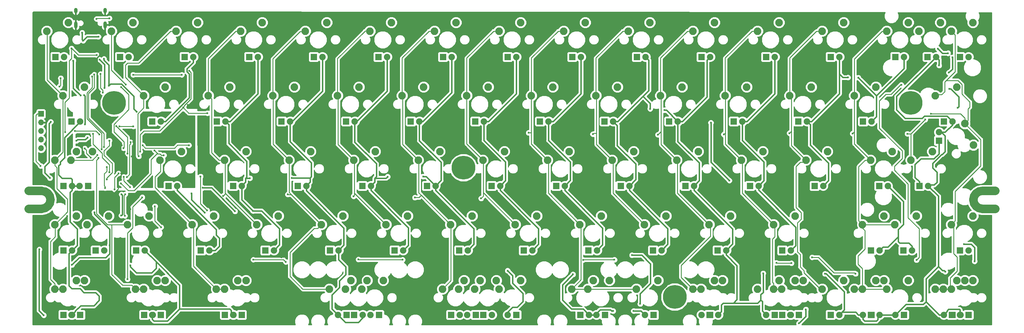
<source format=gtl>
G04 #@! TF.GenerationSoftware,KiCad,Pcbnew,5.0.1-33cea8e~67~ubuntu16.04.1*
G04 #@! TF.CreationDate,2019-01-16T17:43:27+00:00*
G04 #@! TF.ProjectId,co60,636F36302E6B696361645F7063620000,rev?*
G04 #@! TF.SameCoordinates,PX4b4f718PY8c7ecc0*
G04 #@! TF.FileFunction,Copper,L1,Top,Signal*
G04 #@! TF.FilePolarity,Positive*
%FSLAX46Y46*%
G04 Gerber Fmt 4.6, Leading zero omitted, Abs format (unit mm)*
G04 Created by KiCad (PCBNEW 5.0.1-33cea8e~67~ubuntu16.04.1) date Wed 16 Jan 2019 05:43:27 PM UTC*
%MOMM*%
%LPD*%
G01*
G04 APERTURE LIST*
G04 #@! TA.AperFunction,EtchedComponent*
%ADD10C,2.501900*%
G04 #@! TD*
G04 #@! TA.AperFunction,ComponentPad*
%ADD11O,1.000000X2.100000*%
G04 #@! TD*
G04 #@! TA.AperFunction,ComponentPad*
%ADD12O,1.000000X1.600000*%
G04 #@! TD*
G04 #@! TA.AperFunction,ComponentPad*
%ADD13C,1.000000*%
G04 #@! TD*
G04 #@! TA.AperFunction,ComponentPad*
%ADD14C,7.000240*%
G04 #@! TD*
G04 #@! TA.AperFunction,ComponentPad*
%ADD15C,7.001300*%
G04 #@! TD*
G04 #@! TA.AperFunction,ComponentPad*
%ADD16C,2.250000*%
G04 #@! TD*
G04 #@! TA.AperFunction,ComponentPad*
%ADD17C,1.905000*%
G04 #@! TD*
G04 #@! TA.AperFunction,ComponentPad*
%ADD18R,1.905000X1.905000*%
G04 #@! TD*
G04 #@! TA.AperFunction,ComponentPad*
%ADD19R,1.700000X1.700000*%
G04 #@! TD*
G04 #@! TA.AperFunction,ComponentPad*
%ADD20O,1.700000X1.700000*%
G04 #@! TD*
G04 #@! TA.AperFunction,ViaPad*
%ADD21C,0.600000*%
G04 #@! TD*
G04 #@! TA.AperFunction,Conductor*
%ADD22C,0.254000*%
G04 #@! TD*
G04 #@! TA.AperFunction,Conductor*
%ADD23C,0.381000*%
G04 #@! TD*
G04 APERTURE END LIST*
D10*
G04 #@! TO.C,REF\002A\002A*
X-12350Y40758450D02*
X3787650Y40758450D01*
X3787650Y35456550D02*
G75*
G03X6438600Y38107500I0J2650950D01*
G01*
X6438600Y38107500D02*
G75*
G03X3787650Y40758450I-2650950J0D01*
G01*
X-12350Y35456550D02*
X3787650Y35456550D01*
X281187650Y35456550D02*
X285037650Y35456550D01*
X278536700Y38107500D02*
G75*
G02X281187650Y40758450I2650950J0D01*
G01*
X281187650Y35456550D02*
G75*
G02X278536700Y38107500I0J2650950D01*
G01*
X281187650Y40758450D02*
X284987650Y40758450D01*
G04 #@! TD*
D11*
G04 #@! TO.P,USB1,13*
G04 #@! TO.N,GND*
X13893400Y89790800D03*
X22533400Y89790800D03*
D12*
X13893400Y93970800D03*
X22533400Y93970800D03*
G04 #@! TD*
D13*
G04 #@! TO.P,REF\002A\002A,1*
G04 #@! TO.N,N/C*
X279349172Y36269022D03*
X281187650Y35507500D03*
X283229685Y35507500D03*
X283229685Y40707500D03*
X281187650Y40707500D03*
X279349172Y39945978D03*
X278587650Y38107500D03*
X1745615Y35507500D03*
X1745615Y40707500D03*
X5626128Y36269022D03*
X5626128Y39945978D03*
X3787650Y35507500D03*
X3787650Y40707500D03*
X6387650Y38107500D03*
X129387650Y45307500D03*
X126987650Y45307500D03*
X128187650Y45307500D03*
X126987650Y49907500D03*
X129387650Y49907500D03*
X128187650Y49907500D03*
X191687650Y7107500D03*
X189287650Y7107500D03*
X189287650Y11707500D03*
X191687650Y11707500D03*
X190487650Y7107500D03*
X190487650Y11707500D03*
X261237650Y69024500D03*
X258837650Y69007500D03*
X258837650Y64407500D03*
X261237650Y64407500D03*
X260037650Y64407500D03*
X260037650Y69007500D03*
X26813996Y65081154D03*
X23561304Y65081154D03*
X26813996Y68333846D03*
X23561304Y68333846D03*
X25187650Y64407500D03*
X27487650Y66707500D03*
X22887650Y66707500D03*
X25187650Y69007500D03*
D14*
X260037650Y66707500D03*
X190487650Y9407500D03*
X128187650Y47607500D03*
D15*
X25187650Y66707500D03*
G04 #@! TD*
D16*
G04 #@! TO.P,K_ISOENTER1,2*
G04 #@! TO.N,Net-(D43-Pad2)*
X278536400Y54292500D03*
G04 #@! TO.P,K_ISOENTER1,1*
G04 #@! TO.N,COL14*
X275996400Y60642500D03*
D17*
G04 #@! TO.P,K_ISOENTER1,3*
G04 #@! TO.N,+5V*
X268376400Y58102500D03*
D18*
G04 #@! TO.P,K_ISOENTER1,4*
G04 #@! TO.N,Net-(K_ENTER1-Pad4)*
X268376400Y55562500D03*
G04 #@! TD*
D16*
G04 #@! TO.P,K_SPACE1_2,2*
G04 #@! TO.N,Net-(D61-Pad2)*
X99783900Y14287500D03*
G04 #@! TO.P,K_SPACE1_2,1*
G04 #@! TO.N,COL4*
X93433900Y11747500D03*
D17*
G04 #@! TO.P,K_SPACE1_2,3*
G04 #@! TO.N,+5V*
X98513900Y4127500D03*
D18*
G04 #@! TO.P,K_SPACE1_2,4*
G04 #@! TO.N,Net-(K_SPACE1_1-Pad4)*
X95973900Y4127500D03*
G04 #@! TD*
D16*
G04 #@! TO.P,K_SPACE3_1,2*
G04 #@! TO.N,Net-(D63-Pad2)*
X166458900Y14287500D03*
G04 #@! TO.P,K_SPACE3_1,1*
G04 #@! TO.N,COL8*
X160108900Y11747500D03*
D17*
G04 #@! TO.P,K_SPACE3_1,3*
G04 #@! TO.N,+5V*
X165188900Y4127500D03*
D18*
G04 #@! TO.P,K_SPACE3_1,4*
G04 #@! TO.N,Net-(K_SPACE3_1-Pad4)*
X162648900Y4127500D03*
G04 #@! TD*
D16*
G04 #@! TO.P,K_CAPS2,2*
G04 #@! TO.N,Net-(D30-Pad2)*
X14058900Y52387500D03*
G04 #@! TO.P,K_CAPS2,1*
G04 #@! TO.N,COL0*
X7708900Y49847500D03*
D17*
G04 #@! TO.P,K_CAPS2,3*
G04 #@! TO.N,+5V*
X12788900Y42227500D03*
D18*
G04 #@! TO.P,K_CAPS2,4*
G04 #@! TO.N,Net-(K_CAPS1-Pad4)*
X10248900Y42227500D03*
G04 #@! TD*
D16*
G04 #@! TO.P,K_CAPS1,2*
G04 #@! TO.N,Net-(D30-Pad2)*
X18821400Y52387500D03*
G04 #@! TO.P,K_CAPS1,1*
G04 #@! TO.N,COL0*
X12471400Y49847500D03*
D17*
G04 #@! TO.P,K_CAPS1,3*
G04 #@! TO.N,+5V*
X15011400Y42227500D03*
D18*
G04 #@! TO.P,K_CAPS1,4*
G04 #@! TO.N,Net-(K_CAPS1-Pad4)*
X17551400Y42227500D03*
G04 #@! TD*
D16*
G04 #@! TO.P,K_RCTL1,2*
G04 #@! TO.N,Net-(D68-Pad2)*
X275996400Y14287500D03*
G04 #@! TO.P,K_RCTL1,1*
G04 #@! TO.N,COL14*
X269646400Y11747500D03*
D17*
G04 #@! TO.P,K_RCTL1,3*
G04 #@! TO.N,+5V*
X274726400Y4127500D03*
D18*
G04 #@! TO.P,K_RCTL1,4*
G04 #@! TO.N,Net-(K_RCTL1-Pad4)*
X272186400Y4127500D03*
G04 #@! TD*
D16*
G04 #@! TO.P,K_RFN1,2*
G04 #@! TO.N,Net-(D67-Pad2)*
X252183900Y14287500D03*
G04 #@! TO.P,K_RFN1,1*
G04 #@! TO.N,COL13*
X245833900Y11747500D03*
D17*
G04 #@! TO.P,K_RFN1,3*
G04 #@! TO.N,+5V*
X250913900Y4127500D03*
D18*
G04 #@! TO.P,K_RFN1,4*
G04 #@! TO.N,Net-(K_RFN1-Pad4)*
X248373900Y4127500D03*
G04 #@! TD*
D16*
G04 #@! TO.P,K_RMOD3,2*
G04 #@! TO.N,Net-(D65-Pad2)*
X225990150Y14287500D03*
G04 #@! TO.P,K_RMOD3,1*
G04 #@! TO.N,COL11*
X219640150Y11747500D03*
D17*
G04 #@! TO.P,K_RMOD3,3*
G04 #@! TO.N,+5V*
X224720150Y4127500D03*
D18*
G04 #@! TO.P,K_RMOD3,4*
G04 #@! TO.N,Net-(K_RMOD1-Pad4)*
X222180150Y4127500D03*
G04 #@! TD*
D16*
G04 #@! TO.P,K_SPACE2_5,2*
G04 #@! TO.N,Net-(D62-Pad2)*
X137883900Y14287500D03*
G04 #@! TO.P,K_SPACE2_5,1*
G04 #@! TO.N,COL6*
X131533900Y11747500D03*
D17*
G04 #@! TO.P,K_SPACE2_5,3*
G04 #@! TO.N,+5V*
X136613900Y4127500D03*
D18*
G04 #@! TO.P,K_SPACE2_5,4*
G04 #@! TO.N,Net-(K_SPACE2_1-Pad4)*
X134073900Y4127500D03*
G04 #@! TD*
D16*
G04 #@! TO.P,K_LALT1,2*
G04 #@! TO.N,Net-(D60-Pad2)*
X61683900Y14287500D03*
G04 #@! TO.P,K_LALT1,1*
G04 #@! TO.N,COL2*
X55333900Y11747500D03*
D17*
G04 #@! TO.P,K_LALT1,3*
G04 #@! TO.N,+5V*
X60413900Y4127500D03*
D18*
G04 #@! TO.P,K_LALT1,4*
G04 #@! TO.N,Net-(K_LALT1-Pad4)*
X57873900Y4127500D03*
G04 #@! TD*
D16*
G04 #@! TO.P,K_LGUI1,2*
G04 #@! TO.N,Net-(D59-Pad2)*
X37871400Y14287500D03*
G04 #@! TO.P,K_LGUI1,1*
G04 #@! TO.N,COL1*
X31521400Y11747500D03*
D17*
G04 #@! TO.P,K_LGUI1,3*
G04 #@! TO.N,+5V*
X36601400Y4127500D03*
D18*
G04 #@! TO.P,K_LGUI1,4*
G04 #@! TO.N,Net-(K_LGUI1-Pad4)*
X34061400Y4127500D03*
G04 #@! TD*
D16*
G04 #@! TO.P,K_SPACE3_3,2*
G04 #@! TO.N,Net-(D63-Pad2)*
X185508900Y14287500D03*
G04 #@! TO.P,K_SPACE3_3,1*
G04 #@! TO.N,COL8*
X179158900Y11747500D03*
D17*
G04 #@! TO.P,K_SPACE3_3,3*
G04 #@! TO.N,+5V*
X181698900Y4127500D03*
D18*
G04 #@! TO.P,K_SPACE3_3,4*
G04 #@! TO.N,Net-(K_SPACE3_1-Pad4)*
X184238900Y4127500D03*
G04 #@! TD*
D16*
G04 #@! TO.P,K_SPACE2_4,2*
G04 #@! TO.N,Net-(D62-Pad2)*
X145027650Y14287500D03*
G04 #@! TO.P,K_SPACE2_4,1*
G04 #@! TO.N,COL6*
X138677650Y11747500D03*
D17*
G04 #@! TO.P,K_SPACE2_4,3*
G04 #@! TO.N,+5V*
X141217650Y4127500D03*
D18*
G04 #@! TO.P,K_SPACE2_4,4*
G04 #@! TO.N,Net-(K_SPACE2_1-Pad4)*
X143757650Y4127500D03*
G04 #@! TD*
D16*
G04 #@! TO.P,K_SPACE1_3,2*
G04 #@! TO.N,Net-(D61-Pad2)*
X104546400Y14287500D03*
G04 #@! TO.P,K_SPACE1_3,1*
G04 #@! TO.N,COL4*
X98196400Y11747500D03*
D17*
G04 #@! TO.P,K_SPACE1_3,3*
G04 #@! TO.N,+5V*
X100736400Y4127500D03*
D18*
G04 #@! TO.P,K_SPACE1_3,4*
G04 #@! TO.N,Net-(K_SPACE1_1-Pad4)*
X103276400Y4127500D03*
G04 #@! TD*
D16*
G04 #@! TO.P,K_RCTL3,2*
G04 #@! TO.N,Net-(D68-Pad2)*
X273615150Y14287500D03*
G04 #@! TO.P,K_RCTL3,1*
G04 #@! TO.N,COL14*
X267265150Y11747500D03*
D17*
G04 #@! TO.P,K_RCTL3,3*
G04 #@! TO.N,+5V*
X269805150Y4127500D03*
D18*
G04 #@! TO.P,K_RCTL3,4*
G04 #@! TO.N,Net-(K_RCTL1-Pad4)*
X272345150Y4127500D03*
G04 #@! TD*
D16*
G04 #@! TO.P,K_RFN3,2*
G04 #@! TO.N,Net-(D67-Pad2)*
X249802650Y14287500D03*
G04 #@! TO.P,K_RFN3,1*
G04 #@! TO.N,COL13*
X243452650Y11747500D03*
D17*
G04 #@! TO.P,K_RFN3,3*
G04 #@! TO.N,+5V*
X245992650Y4127500D03*
D18*
G04 #@! TO.P,K_RFN3,4*
G04 #@! TO.N,Net-(K_RFN1-Pad4)*
X248532650Y4127500D03*
G04 #@! TD*
D16*
G04 #@! TO.P,K_SPACE2_3,2*
G04 #@! TO.N,Net-(D62-Pad2)*
X145027650Y14287500D03*
G04 #@! TO.P,K_SPACE2_3,1*
G04 #@! TO.N,COL6*
X138677650Y11747500D03*
D17*
G04 #@! TO.P,K_SPACE2_3,3*
G04 #@! TO.N,+5V*
X141217650Y4127500D03*
D18*
G04 #@! TO.P,K_SPACE2_3,4*
G04 #@! TO.N,Net-(K_SPACE2_1-Pad4)*
X143757650Y4127500D03*
G04 #@! TD*
D16*
G04 #@! TO.P,K_LALT2,2*
G04 #@! TO.N,Net-(D60-Pad2)*
X64065150Y14287500D03*
G04 #@! TO.P,K_LALT2,1*
G04 #@! TO.N,COL2*
X57715150Y11747500D03*
D17*
G04 #@! TO.P,K_LALT2,3*
G04 #@! TO.N,+5V*
X60255150Y4127500D03*
D18*
G04 #@! TO.P,K_LALT2,4*
G04 #@! TO.N,Net-(K_LALT1-Pad4)*
X62795150Y4127500D03*
G04 #@! TD*
D16*
G04 #@! TO.P,K_LGUI2,2*
G04 #@! TO.N,Net-(D59-Pad2)*
X40252650Y14287500D03*
G04 #@! TO.P,K_LGUI2,1*
G04 #@! TO.N,COL1*
X33902650Y11747500D03*
D17*
G04 #@! TO.P,K_LGUI2,3*
G04 #@! TO.N,+5V*
X36442650Y4127500D03*
D18*
G04 #@! TO.P,K_LGUI2,4*
G04 #@! TO.N,Net-(K_LGUI1-Pad4)*
X38982650Y4127500D03*
G04 #@! TD*
D16*
G04 #@! TO.P,K_SPACE3_2,2*
G04 #@! TO.N,Net-(D63-Pad2)*
X171221400Y14287500D03*
G04 #@! TO.P,K_SPACE3_2,1*
G04 #@! TO.N,COL8*
X164871400Y11747500D03*
D17*
G04 #@! TO.P,K_SPACE3_2,3*
G04 #@! TO.N,+5V*
X167411400Y4127500D03*
D18*
G04 #@! TO.P,K_SPACE3_2,4*
G04 #@! TO.N,Net-(K_SPACE3_1-Pad4)*
X169951400Y4127500D03*
G04 #@! TD*
D16*
G04 #@! TO.P,K_RCTL2,2*
G04 #@! TO.N,Net-(D68-Pad2)*
X278377650Y14287500D03*
G04 #@! TO.P,K_RCTL2,1*
G04 #@! TO.N,COL14*
X272027650Y11747500D03*
D17*
G04 #@! TO.P,K_RCTL2,3*
G04 #@! TO.N,+5V*
X274567650Y4127500D03*
D18*
G04 #@! TO.P,K_RCTL2,4*
G04 #@! TO.N,Net-(K_RCTL1-Pad4)*
X277107650Y4127500D03*
G04 #@! TD*
D16*
G04 #@! TO.P,K_RFN2,2*
G04 #@! TO.N,Net-(D67-Pad2)*
X259327650Y14287500D03*
G04 #@! TO.P,K_RFN2,1*
G04 #@! TO.N,COL13*
X252977650Y11747500D03*
D17*
G04 #@! TO.P,K_RFN2,3*
G04 #@! TO.N,+5V*
X255517650Y4127500D03*
D18*
G04 #@! TO.P,K_RFN2,4*
G04 #@! TO.N,Net-(K_RFN1-Pad4)*
X258057650Y4127500D03*
G04 #@! TD*
D16*
G04 #@! TO.P,K_RMOD2,2*
G04 #@! TO.N,Net-(D65-Pad2)*
X221227650Y14287500D03*
G04 #@! TO.P,K_RMOD2,1*
G04 #@! TO.N,COL11*
X214877650Y11747500D03*
D17*
G04 #@! TO.P,K_RMOD2,3*
G04 #@! TO.N,+5V*
X217417650Y4127500D03*
D18*
G04 #@! TO.P,K_RMOD2,4*
G04 #@! TO.N,Net-(K_RMOD1-Pad4)*
X219957650Y4127500D03*
G04 #@! TD*
D16*
G04 #@! TO.P,K_RALT3,2*
G04 #@! TO.N,Net-(D64-Pad2)*
X202177650Y14287500D03*
G04 #@! TO.P,K_RALT3,1*
G04 #@! TO.N,COL10*
X195827650Y11747500D03*
D17*
G04 #@! TO.P,K_RALT3,3*
G04 #@! TO.N,+5V*
X198367650Y4127500D03*
D18*
G04 #@! TO.P,K_RALT3,4*
G04 #@! TO.N,Net-(K_RALT1-Pad4)*
X200907650Y4127500D03*
G04 #@! TD*
D16*
G04 #@! TO.P,K_RALT1,2*
G04 #@! TO.N,Net-(D64-Pad2)*
X204558900Y14287500D03*
G04 #@! TO.P,K_RALT1,1*
G04 #@! TO.N,COL10*
X198208900Y11747500D03*
D17*
G04 #@! TO.P,K_RALT1,3*
G04 #@! TO.N,+5V*
X203288900Y4127500D03*
D18*
G04 #@! TO.P,K_RALT1,4*
G04 #@! TO.N,Net-(K_RALT1-Pad4)*
X200748900Y4127500D03*
G04 #@! TD*
D16*
G04 #@! TO.P,K_SPACE2_1,2*
G04 #@! TO.N,Net-(D62-Pad2)*
X128358900Y14287500D03*
G04 #@! TO.P,K_SPACE2_1,1*
G04 #@! TO.N,COL6*
X122008900Y11747500D03*
D17*
G04 #@! TO.P,K_SPACE2_1,3*
G04 #@! TO.N,+5V*
X127088900Y4127500D03*
D18*
G04 #@! TO.P,K_SPACE2_1,4*
G04 #@! TO.N,Net-(K_SPACE2_1-Pad4)*
X124548900Y4127500D03*
G04 #@! TD*
D16*
G04 #@! TO.P,K_SPACE1_1,2*
G04 #@! TO.N,Net-(D61-Pad2)*
X95021400Y14287500D03*
G04 #@! TO.P,K_SPACE1_1,1*
G04 #@! TO.N,COL4*
X88671400Y11747500D03*
D17*
G04 #@! TO.P,K_SPACE1_1,3*
G04 #@! TO.N,+5V*
X91211400Y4127500D03*
D18*
G04 #@! TO.P,K_SPACE1_1,4*
G04 #@! TO.N,Net-(K_SPACE1_1-Pad4)*
X93751400Y4127500D03*
G04 #@! TD*
D16*
G04 #@! TO.P,K_RMOD1,2*
G04 #@! TO.N,Net-(D65-Pad2)*
X228371400Y14287500D03*
G04 #@! TO.P,K_RMOD1,1*
G04 #@! TO.N,COL11*
X222021400Y11747500D03*
D17*
G04 #@! TO.P,K_RMOD1,3*
G04 #@! TO.N,+5V*
X224561400Y4127500D03*
D18*
G04 #@! TO.P,K_RMOD1,4*
G04 #@! TO.N,Net-(K_RMOD1-Pad4)*
X227101400Y4127500D03*
G04 #@! TD*
D16*
G04 #@! TO.P,K_SPACE2_2,2*
G04 #@! TO.N,Net-(D62-Pad2)*
X133121400Y14287500D03*
G04 #@! TO.P,K_SPACE2_2,1*
G04 #@! TO.N,COL6*
X126771400Y11747500D03*
D17*
G04 #@! TO.P,K_SPACE2_2,3*
G04 #@! TO.N,+5V*
X129311400Y4127500D03*
D18*
G04 #@! TO.P,K_SPACE2_2,4*
G04 #@! TO.N,Net-(K_SPACE2_1-Pad4)*
X131851400Y4127500D03*
G04 #@! TD*
D16*
G04 #@! TO.P,K_Q1,2*
G04 #@! TO.N,Net-(D17-Pad2)*
X40252650Y71437500D03*
G04 #@! TO.P,K_Q1,1*
G04 #@! TO.N,COL2*
X33902650Y68897500D03*
D17*
G04 #@! TO.P,K_Q1,3*
G04 #@! TO.N,+5V*
X38982650Y61277500D03*
D18*
G04 #@! TO.P,K_Q1,4*
G04 #@! TO.N,Net-(K_Q1-Pad4)*
X36442650Y61277500D03*
G04 #@! TD*
D16*
G04 #@! TO.P,K_#0_1,2*
G04 #@! TO.N,Net-(D11-Pad2)*
X202177650Y90487500D03*
G04 #@! TO.P,K_#0_1,1*
G04 #@! TO.N,COL10*
X195827650Y87947500D03*
D17*
G04 #@! TO.P,K_#0_1,3*
G04 #@! TO.N,+5V*
X200907650Y80327500D03*
D18*
G04 #@! TO.P,K_#0_1,4*
G04 #@! TO.N,Net-(K_#0_1-Pad4)*
X198367650Y80327500D03*
G04 #@! TD*
D16*
G04 #@! TO.P,K_#1,2*
G04 #@! TO.N,Net-(D2-Pad2)*
X30727650Y90487500D03*
G04 #@! TO.P,K_#1,1*
G04 #@! TO.N,COL1*
X24377650Y87947500D03*
D17*
G04 #@! TO.P,K_#1,3*
G04 #@! TO.N,+5V*
X29457650Y80327500D03*
D18*
G04 #@! TO.P,K_#1,4*
G04 #@! TO.N,Net-(K_#1-Pad4)*
X26917650Y80327500D03*
G04 #@! TD*
D16*
G04 #@! TO.P,K_#2,2*
G04 #@! TO.N,Net-(D3-Pad2)*
X49777650Y90487500D03*
G04 #@! TO.P,K_#2,1*
G04 #@! TO.N,COL2*
X43427650Y87947500D03*
D17*
G04 #@! TO.P,K_#2,3*
G04 #@! TO.N,+5V*
X48507650Y80327500D03*
D18*
G04 #@! TO.P,K_#2,4*
G04 #@! TO.N,Net-(K_#2-Pad4)*
X45967650Y80327500D03*
G04 #@! TD*
D16*
G04 #@! TO.P,K_#3,2*
G04 #@! TO.N,Net-(D4-Pad2)*
X68827650Y90487500D03*
G04 #@! TO.P,K_#3,1*
G04 #@! TO.N,COL3*
X62477650Y87947500D03*
D17*
G04 #@! TO.P,K_#3,3*
G04 #@! TO.N,+5V*
X67557650Y80327500D03*
D18*
G04 #@! TO.P,K_#3,4*
G04 #@! TO.N,Net-(K_#3-Pad4)*
X65017650Y80327500D03*
G04 #@! TD*
D16*
G04 #@! TO.P,K_#4,2*
G04 #@! TO.N,Net-(D5-Pad2)*
X87877650Y90487500D03*
G04 #@! TO.P,K_#4,1*
G04 #@! TO.N,COL4*
X81527650Y87947500D03*
D17*
G04 #@! TO.P,K_#4,3*
G04 #@! TO.N,+5V*
X86607650Y80327500D03*
D18*
G04 #@! TO.P,K_#4,4*
G04 #@! TO.N,Net-(K_#4-Pad4)*
X84067650Y80327500D03*
G04 #@! TD*
D16*
G04 #@! TO.P,K_#5,2*
G04 #@! TO.N,Net-(D6-Pad2)*
X106927650Y90487500D03*
G04 #@! TO.P,K_#5,1*
G04 #@! TO.N,COL5*
X100577650Y87947500D03*
D17*
G04 #@! TO.P,K_#5,3*
G04 #@! TO.N,+5V*
X105657650Y80327500D03*
D18*
G04 #@! TO.P,K_#5,4*
G04 #@! TO.N,Net-(K_#5-Pad4)*
X103117650Y80327500D03*
G04 #@! TD*
D16*
G04 #@! TO.P,K_#6,2*
G04 #@! TO.N,Net-(D7-Pad2)*
X125977650Y90487500D03*
G04 #@! TO.P,K_#6,1*
G04 #@! TO.N,COL6*
X119627650Y87947500D03*
D17*
G04 #@! TO.P,K_#6,3*
G04 #@! TO.N,+5V*
X124707650Y80327500D03*
D18*
G04 #@! TO.P,K_#6,4*
G04 #@! TO.N,Net-(K_#6-Pad4)*
X122167650Y80327500D03*
G04 #@! TD*
D16*
G04 #@! TO.P,K_#7,2*
G04 #@! TO.N,Net-(D8-Pad2)*
X145027650Y90487500D03*
G04 #@! TO.P,K_#7,1*
G04 #@! TO.N,COL7*
X138677650Y87947500D03*
D17*
G04 #@! TO.P,K_#7,3*
G04 #@! TO.N,+5V*
X143757650Y80327500D03*
D18*
G04 #@! TO.P,K_#7,4*
G04 #@! TO.N,Net-(K_#7-Pad4)*
X141217650Y80327500D03*
G04 #@! TD*
D16*
G04 #@! TO.P,K_#8,2*
G04 #@! TO.N,Net-(D9-Pad2)*
X164077650Y90487500D03*
G04 #@! TO.P,K_#8,1*
G04 #@! TO.N,COL8*
X157727650Y87947500D03*
D17*
G04 #@! TO.P,K_#8,3*
G04 #@! TO.N,+5V*
X162807650Y80327500D03*
D18*
G04 #@! TO.P,K_#8,4*
G04 #@! TO.N,Net-(K_#8-Pad4)*
X160267650Y80327500D03*
G04 #@! TD*
D16*
G04 #@! TO.P,K_#9,2*
G04 #@! TO.N,Net-(D10-Pad2)*
X183127650Y90487500D03*
G04 #@! TO.P,K_#9,1*
G04 #@! TO.N,COL9*
X176777650Y87947500D03*
D17*
G04 #@! TO.P,K_#9,3*
G04 #@! TO.N,+5V*
X181857650Y80327500D03*
D18*
G04 #@! TO.P,K_#9,4*
G04 #@! TO.N,Net-(K_#9-Pad4)*
X179317650Y80327500D03*
G04 #@! TD*
D16*
G04 #@! TO.P,K_-1,2*
G04 #@! TO.N,Net-(D12-Pad2)*
X221227650Y90487500D03*
G04 #@! TO.P,K_-1,1*
G04 #@! TO.N,COL11*
X214877650Y87947500D03*
D17*
G04 #@! TO.P,K_-1,3*
G04 #@! TO.N,+5V*
X219957650Y80327500D03*
D18*
G04 #@! TO.P,K_-1,4*
G04 #@! TO.N,Net-(K_-1-Pad4)*
X217417650Y80327500D03*
G04 #@! TD*
D16*
G04 #@! TO.P,K_=1,2*
G04 #@! TO.N,Net-(D13-Pad2)*
X240277650Y90487500D03*
G04 #@! TO.P,K_=1,1*
G04 #@! TO.N,COL12*
X233927650Y87947500D03*
D17*
G04 #@! TO.P,K_=1,3*
G04 #@! TO.N,+5V*
X239007650Y80327500D03*
D18*
G04 #@! TO.P,K_=1,4*
G04 #@! TO.N,Net-(K_=1-Pad4)*
X236467650Y80327500D03*
G04 #@! TD*
D16*
G04 #@! TO.P,K_BACK1,2*
G04 #@! TO.N,Net-(D15-Pad2)*
X268852650Y90487500D03*
G04 #@! TO.P,K_BACK1,1*
G04 #@! TO.N,COL14*
X262502650Y87947500D03*
D17*
G04 #@! TO.P,K_BACK1,3*
G04 #@! TO.N,+5V*
X267582650Y80327500D03*
D18*
G04 #@! TO.P,K_BACK1,4*
G04 #@! TO.N,Net-(K_BACK1-Pad4)*
X265042650Y80327500D03*
G04 #@! TD*
D16*
G04 #@! TO.P,K_BACK2,2*
G04 #@! TO.N,Net-(D15-Pad2)*
X278377650Y90487500D03*
G04 #@! TO.P,K_BACK2,1*
G04 #@! TO.N,COL14*
X272027650Y87947500D03*
D17*
G04 #@! TO.P,K_BACK2,3*
G04 #@! TO.N,+5V*
X277107650Y80327500D03*
D18*
G04 #@! TO.P,K_BACK2,4*
G04 #@! TO.N,Net-(K_BACK1-Pad4)*
X274567650Y80327500D03*
G04 #@! TD*
D16*
G04 #@! TO.P,K_DEL1,2*
G04 #@! TO.N,Net-(D14-Pad2)*
X259327650Y90487500D03*
G04 #@! TO.P,K_DEL1,1*
G04 #@! TO.N,COL13*
X252977650Y87947500D03*
D17*
G04 #@! TO.P,K_DEL1,3*
G04 #@! TO.N,+5V*
X258057650Y80327500D03*
D18*
G04 #@! TO.P,K_DEL1,4*
G04 #@! TO.N,Net-(K_DEL1-Pad4)*
X255517650Y80327500D03*
G04 #@! TD*
D16*
G04 #@! TO.P,K_ESC1,2*
G04 #@! TO.N,Net-(D1-Pad2)*
X11677650Y90487500D03*
G04 #@! TO.P,K_ESC1,1*
G04 #@! TO.N,COL0*
X5327650Y87947500D03*
D17*
G04 #@! TO.P,K_ESC1,3*
G04 #@! TO.N,+5V*
X10407650Y80327500D03*
D18*
G04 #@! TO.P,K_ESC1,4*
G04 #@! TO.N,Net-(K_ESC1-Pad4)*
X7867650Y80327500D03*
G04 #@! TD*
D16*
G04 #@! TO.P,K_E1,2*
G04 #@! TO.N,Net-(D19-Pad2)*
X78352650Y71437500D03*
G04 #@! TO.P,K_E1,1*
G04 #@! TO.N,COL4*
X72002650Y68897500D03*
D17*
G04 #@! TO.P,K_E1,3*
G04 #@! TO.N,+5V*
X77082650Y61277500D03*
D18*
G04 #@! TO.P,K_E1,4*
G04 #@! TO.N,Net-(K_E1-Pad4)*
X74542650Y61277500D03*
G04 #@! TD*
D16*
G04 #@! TO.P,K_I1,2*
G04 #@! TO.N,Net-(D24-Pad2)*
X173602650Y71437500D03*
G04 #@! TO.P,K_I1,1*
G04 #@! TO.N,COL9*
X167252650Y68897500D03*
D17*
G04 #@! TO.P,K_I1,3*
G04 #@! TO.N,+5V*
X172332650Y61277500D03*
D18*
G04 #@! TO.P,K_I1,4*
G04 #@! TO.N,Net-(K_I1-Pad4)*
X169792650Y61277500D03*
G04 #@! TD*
D16*
G04 #@! TO.P,K_O1,2*
G04 #@! TO.N,Net-(D25-Pad2)*
X192652650Y71437500D03*
G04 #@! TO.P,K_O1,1*
G04 #@! TO.N,COL10*
X186302650Y68897500D03*
D17*
G04 #@! TO.P,K_O1,3*
G04 #@! TO.N,+5V*
X191382650Y61277500D03*
D18*
G04 #@! TO.P,K_O1,4*
G04 #@! TO.N,Net-(K_O1-Pad4)*
X188842650Y61277500D03*
G04 #@! TD*
D16*
G04 #@! TO.P,K_P1,2*
G04 #@! TO.N,Net-(D26-Pad2)*
X211702650Y71437500D03*
G04 #@! TO.P,K_P1,1*
G04 #@! TO.N,COL11*
X205352650Y68897500D03*
D17*
G04 #@! TO.P,K_P1,3*
G04 #@! TO.N,+5V*
X210432650Y61277500D03*
D18*
G04 #@! TO.P,K_P1,4*
G04 #@! TO.N,Net-(K_P1-Pad4)*
X207892650Y61277500D03*
G04 #@! TD*
D16*
G04 #@! TO.P,K_R1,2*
G04 #@! TO.N,Net-(D20-Pad2)*
X97402650Y71437500D03*
G04 #@! TO.P,K_R1,1*
G04 #@! TO.N,COL5*
X91052650Y68897500D03*
D17*
G04 #@! TO.P,K_R1,3*
G04 #@! TO.N,+5V*
X96132650Y61277500D03*
D18*
G04 #@! TO.P,K_R1,4*
G04 #@! TO.N,Net-(K_R1-Pad4)*
X93592650Y61277500D03*
G04 #@! TD*
D16*
G04 #@! TO.P,K_T1,2*
G04 #@! TO.N,Net-(D21-Pad2)*
X116452650Y71437500D03*
G04 #@! TO.P,K_T1,1*
G04 #@! TO.N,COL6*
X110102650Y68897500D03*
D17*
G04 #@! TO.P,K_T1,3*
G04 #@! TO.N,+5V*
X115182650Y61277500D03*
D18*
G04 #@! TO.P,K_T1,4*
G04 #@! TO.N,Net-(K_T1-Pad4)*
X112642650Y61277500D03*
G04 #@! TD*
D16*
G04 #@! TO.P,K_TAB1,2*
G04 #@! TO.N,Net-(D16-Pad2)*
X16440150Y71437500D03*
G04 #@! TO.P,K_TAB1,1*
G04 #@! TO.N,COL0*
X10090150Y68897500D03*
D17*
G04 #@! TO.P,K_TAB1,3*
G04 #@! TO.N,+5V*
X15170150Y61277500D03*
D18*
G04 #@! TO.P,K_TAB1,4*
G04 #@! TO.N,Net-(K_TAB1-Pad4)*
X12630150Y61277500D03*
G04 #@! TD*
D16*
G04 #@! TO.P,K_U1,2*
G04 #@! TO.N,Net-(D23-Pad2)*
X154552650Y71437500D03*
G04 #@! TO.P,K_U1,1*
G04 #@! TO.N,COL8*
X148202650Y68897500D03*
D17*
G04 #@! TO.P,K_U1,3*
G04 #@! TO.N,+5V*
X153282650Y61277500D03*
D18*
G04 #@! TO.P,K_U1,4*
G04 #@! TO.N,Net-(K_U1-Pad4)*
X150742650Y61277500D03*
G04 #@! TD*
D16*
G04 #@! TO.P,K_W1,2*
G04 #@! TO.N,Net-(D18-Pad2)*
X59302650Y71437500D03*
G04 #@! TO.P,K_W1,1*
G04 #@! TO.N,COL3*
X52952650Y68897500D03*
D17*
G04 #@! TO.P,K_W1,3*
G04 #@! TO.N,+5V*
X58032650Y61277500D03*
D18*
G04 #@! TO.P,K_W1,4*
G04 #@! TO.N,Net-(K_W1-Pad4)*
X55492650Y61277500D03*
G04 #@! TD*
D16*
G04 #@! TO.P,K_Y1,2*
G04 #@! TO.N,Net-(D22-Pad2)*
X135502650Y71437500D03*
G04 #@! TO.P,K_Y1,1*
G04 #@! TO.N,COL7*
X129152650Y68897500D03*
D17*
G04 #@! TO.P,K_Y1,3*
G04 #@! TO.N,+5V*
X134232650Y61277500D03*
D18*
G04 #@! TO.P,K_Y1,4*
G04 #@! TO.N,Net-(K_Y1-Pad4)*
X131692650Y61277500D03*
G04 #@! TD*
D16*
G04 #@! TO.P,K_[1,2*
G04 #@! TO.N,Net-(D27-Pad2)*
X230752650Y71437500D03*
G04 #@! TO.P,K_[1,1*
G04 #@! TO.N,COL12*
X224402650Y68897500D03*
D17*
G04 #@! TO.P,K_[1,3*
G04 #@! TO.N,+5V*
X229482650Y61277500D03*
D18*
G04 #@! TO.P,K_[1,4*
G04 #@! TO.N,Net-(K_[1-Pad4)*
X226942650Y61277500D03*
G04 #@! TD*
D16*
G04 #@! TO.P,K_\005C1,2*
G04 #@! TO.N,Net-(D29-Pad2)*
X273615150Y71437500D03*
G04 #@! TO.P,K_\005C1,1*
G04 #@! TO.N,COL14*
X267265150Y68897500D03*
D17*
G04 #@! TO.P,K_\005C1,3*
G04 #@! TO.N,+5V*
X272345150Y61277500D03*
D18*
G04 #@! TO.P,K_\005C1,4*
G04 #@! TO.N,Net-(K_\005C1-Pad4)*
X269805150Y61277500D03*
G04 #@! TD*
D16*
G04 #@! TO.P,K_]1,2*
G04 #@! TO.N,Net-(D28-Pad2)*
X249802650Y71437500D03*
G04 #@! TO.P,K_]1,1*
G04 #@! TO.N,COL13*
X243452650Y68897500D03*
D17*
G04 #@! TO.P,K_]1,3*
G04 #@! TO.N,+5V*
X248532650Y61277500D03*
D18*
G04 #@! TO.P,K_]1,4*
G04 #@! TO.N,Net-(K_]1-Pad4)*
X245992650Y61277500D03*
G04 #@! TD*
D16*
G04 #@! TO.P,K_'1,2*
G04 #@! TO.N,Net-(D41-Pad2)*
X235515150Y52387500D03*
G04 #@! TO.P,K_'1,1*
G04 #@! TO.N,COL12*
X229165150Y49847500D03*
D17*
G04 #@! TO.P,K_'1,3*
G04 #@! TO.N,+5V*
X234245150Y42227500D03*
D18*
G04 #@! TO.P,K_'1,4*
G04 #@! TO.N,Net-(K_'1-Pad4)*
X231705150Y42227500D03*
G04 #@! TD*
D16*
G04 #@! TO.P,K_;1,2*
G04 #@! TO.N,Net-(D40-Pad2)*
X216465150Y52387500D03*
G04 #@! TO.P,K_;1,1*
G04 #@! TO.N,COL11*
X210115150Y49847500D03*
D17*
G04 #@! TO.P,K_;1,3*
G04 #@! TO.N,+5V*
X215195150Y42227500D03*
D18*
G04 #@! TO.P,K_;1,4*
G04 #@! TO.N,Net-(K_;1-Pad4)*
X212655150Y42227500D03*
G04 #@! TD*
D16*
G04 #@! TO.P,K_A1,2*
G04 #@! TO.N,Net-(D31-Pad2)*
X45015150Y52387500D03*
G04 #@! TO.P,K_A1,1*
G04 #@! TO.N,COL2*
X38665150Y49847500D03*
D17*
G04 #@! TO.P,K_A1,3*
G04 #@! TO.N,+5V*
X43745150Y42227500D03*
D18*
G04 #@! TO.P,K_A1,4*
G04 #@! TO.N,Net-(K_A1-Pad4)*
X41205150Y42227500D03*
G04 #@! TD*
D16*
G04 #@! TO.P,K_D1,2*
G04 #@! TO.N,Net-(D33-Pad2)*
X83115150Y52387500D03*
G04 #@! TO.P,K_D1,1*
G04 #@! TO.N,COL4*
X76765150Y49847500D03*
D17*
G04 #@! TO.P,K_D1,3*
G04 #@! TO.N,+5V*
X81845150Y42227500D03*
D18*
G04 #@! TO.P,K_D1,4*
G04 #@! TO.N,Net-(K_D1-Pad4)*
X79305150Y42227500D03*
G04 #@! TD*
D16*
G04 #@! TO.P,K_ENTER1,2*
G04 #@! TO.N,Net-(D43-Pad2)*
X266471400Y52387500D03*
G04 #@! TO.P,K_ENTER1,1*
G04 #@! TO.N,COL14*
X260121400Y49847500D03*
D17*
G04 #@! TO.P,K_ENTER1,3*
G04 #@! TO.N,+5V*
X265201400Y42227500D03*
D18*
G04 #@! TO.P,K_ENTER1,4*
G04 #@! TO.N,Net-(K_ENTER1-Pad4)*
X262661400Y42227500D03*
G04 #@! TD*
D16*
G04 #@! TO.P,K_F1,2*
G04 #@! TO.N,Net-(D34-Pad2)*
X102165150Y52387500D03*
G04 #@! TO.P,K_F1,1*
G04 #@! TO.N,COL5*
X95815150Y49847500D03*
D17*
G04 #@! TO.P,K_F1,3*
G04 #@! TO.N,+5V*
X100895150Y42227500D03*
D18*
G04 #@! TO.P,K_F1,4*
G04 #@! TO.N,Net-(K_F1-Pad4)*
X98355150Y42227500D03*
G04 #@! TD*
D16*
G04 #@! TO.P,K_G1,2*
G04 #@! TO.N,Net-(D35-Pad2)*
X121215150Y52387500D03*
G04 #@! TO.P,K_G1,1*
G04 #@! TO.N,COL6*
X114865150Y49847500D03*
D17*
G04 #@! TO.P,K_G1,3*
G04 #@! TO.N,+5V*
X119945150Y42227500D03*
D18*
G04 #@! TO.P,K_G1,4*
G04 #@! TO.N,Net-(K_G1-Pad4)*
X117405150Y42227500D03*
G04 #@! TD*
D16*
G04 #@! TO.P,K_H1,2*
G04 #@! TO.N,Net-(D36-Pad2)*
X140265150Y52387500D03*
G04 #@! TO.P,K_H1,1*
G04 #@! TO.N,COL7*
X133915150Y49847500D03*
D17*
G04 #@! TO.P,K_H1,3*
G04 #@! TO.N,+5V*
X138995150Y42227500D03*
D18*
G04 #@! TO.P,K_H1,4*
G04 #@! TO.N,Net-(K_H1-Pad4)*
X136455150Y42227500D03*
G04 #@! TD*
D16*
G04 #@! TO.P,K_ISO#1,2*
G04 #@! TO.N,Net-(D42-Pad2)*
X254565150Y52387500D03*
G04 #@! TO.P,K_ISO#1,1*
G04 #@! TO.N,COL13*
X248215150Y49847500D03*
D17*
G04 #@! TO.P,K_ISO#1,3*
G04 #@! TO.N,+5V*
X253295150Y42227500D03*
D18*
G04 #@! TO.P,K_ISO#1,4*
G04 #@! TO.N,Net-(K_ISO#1-Pad4)*
X250755150Y42227500D03*
G04 #@! TD*
D16*
G04 #@! TO.P,K_J1,2*
G04 #@! TO.N,Net-(D37-Pad2)*
X159315150Y52387500D03*
G04 #@! TO.P,K_J1,1*
G04 #@! TO.N,COL8*
X152965150Y49847500D03*
D17*
G04 #@! TO.P,K_J1,3*
G04 #@! TO.N,+5V*
X158045150Y42227500D03*
D18*
G04 #@! TO.P,K_J1,4*
G04 #@! TO.N,Net-(K_J1-Pad4)*
X155505150Y42227500D03*
G04 #@! TD*
D16*
G04 #@! TO.P,K_K1,2*
G04 #@! TO.N,Net-(D38-Pad2)*
X178365150Y52387500D03*
G04 #@! TO.P,K_K1,1*
G04 #@! TO.N,COL9*
X172015150Y49847500D03*
D17*
G04 #@! TO.P,K_K1,3*
G04 #@! TO.N,+5V*
X177095150Y42227500D03*
D18*
G04 #@! TO.P,K_K1,4*
G04 #@! TO.N,Net-(K_K1-Pad4)*
X174555150Y42227500D03*
G04 #@! TD*
D16*
G04 #@! TO.P,K_L1,2*
G04 #@! TO.N,Net-(D39-Pad2)*
X197415150Y52387500D03*
G04 #@! TO.P,K_L1,1*
G04 #@! TO.N,COL10*
X191065150Y49847500D03*
D17*
G04 #@! TO.P,K_L1,3*
G04 #@! TO.N,+5V*
X196145150Y42227500D03*
D18*
G04 #@! TO.P,K_L1,4*
G04 #@! TO.N,Net-(K_L1-Pad4)*
X193605150Y42227500D03*
G04 #@! TD*
D16*
G04 #@! TO.P,K_S1,2*
G04 #@! TO.N,Net-(D32-Pad2)*
X64065150Y52387500D03*
G04 #@! TO.P,K_S1,1*
G04 #@! TO.N,COL3*
X57715150Y49847500D03*
D17*
G04 #@! TO.P,K_S1,3*
G04 #@! TO.N,+5V*
X62795150Y42227500D03*
D18*
G04 #@! TO.P,K_S1,4*
G04 #@! TO.N,Net-(K_S1-Pad4)*
X60255150Y42227500D03*
G04 #@! TD*
D16*
G04 #@! TO.P,K_\002C1,2*
G04 #@! TO.N,Net-(D53-Pad2)*
X187890150Y33337500D03*
G04 #@! TO.P,K_\002C1,1*
G04 #@! TO.N,COL9*
X181540150Y30797500D03*
D17*
G04 #@! TO.P,K_\002C1,3*
G04 #@! TO.N,+5V*
X186620150Y23177500D03*
D18*
G04 #@! TO.P,K_\002C1,4*
G04 #@! TO.N,Net-(K_\002C1-Pad4)*
X184080150Y23177500D03*
G04 #@! TD*
D16*
G04 #@! TO.P,K_.1,2*
G04 #@! TO.N,Net-(D54-Pad2)*
X206940150Y33337500D03*
G04 #@! TO.P,K_.1,1*
G04 #@! TO.N,COL10*
X200590150Y30797500D03*
D17*
G04 #@! TO.P,K_.1,3*
G04 #@! TO.N,+5V*
X205670150Y23177500D03*
D18*
G04 #@! TO.P,K_.1,4*
G04 #@! TO.N,Net-(K_.1-Pad4)*
X203130150Y23177500D03*
G04 #@! TD*
D16*
G04 #@! TO.P,K_/1,2*
G04 #@! TO.N,Net-(D55-Pad2)*
X225990150Y33337500D03*
G04 #@! TO.P,K_/1,1*
G04 #@! TO.N,COL11*
X219640150Y30797500D03*
D17*
G04 #@! TO.P,K_/1,3*
G04 #@! TO.N,+5V*
X224720150Y23177500D03*
D18*
G04 #@! TO.P,K_/1,4*
G04 #@! TO.N,Net-(K_/1-Pad4)*
X222180150Y23177500D03*
G04 #@! TD*
D16*
G04 #@! TO.P,K_B1,2*
G04 #@! TO.N,Net-(D50-Pad2)*
X130740150Y33337500D03*
G04 #@! TO.P,K_B1,1*
G04 #@! TO.N,COL6*
X124390150Y30797500D03*
D17*
G04 #@! TO.P,K_B1,3*
G04 #@! TO.N,+5V*
X129470150Y23177500D03*
D18*
G04 #@! TO.P,K_B1,4*
G04 #@! TO.N,Net-(K_B1-Pad4)*
X126930150Y23177500D03*
G04 #@! TD*
D16*
G04 #@! TO.P,K_C1,2*
G04 #@! TO.N,Net-(D48-Pad2)*
X92640150Y33337500D03*
G04 #@! TO.P,K_C1,1*
G04 #@! TO.N,COL4*
X86290150Y30797500D03*
D17*
G04 #@! TO.P,K_C1,3*
G04 #@! TO.N,+5V*
X91370150Y23177500D03*
D18*
G04 #@! TO.P,K_C1,4*
G04 #@! TO.N,Net-(K_C1-Pad4)*
X88830150Y23177500D03*
G04 #@! TD*
D16*
G04 #@! TO.P,K_FN1,2*
G04 #@! TO.N,Net-(D57-Pad2)*
X278377650Y33337500D03*
G04 #@! TO.P,K_FN1,1*
G04 #@! TO.N,COL14*
X272027650Y30797500D03*
D17*
G04 #@! TO.P,K_FN1,3*
G04 #@! TO.N,+5V*
X277107650Y23177500D03*
D18*
G04 #@! TO.P,K_FN1,4*
G04 #@! TO.N,Net-(K_FN1-Pad4)*
X274567650Y23177500D03*
G04 #@! TD*
D16*
G04 #@! TO.P,K_ISO\005C1,2*
G04 #@! TO.N,Net-(D45-Pad2)*
X35490150Y33337500D03*
G04 #@! TO.P,K_ISO\005C1,1*
G04 #@! TO.N,COL1*
X29140150Y30797500D03*
D17*
G04 #@! TO.P,K_ISO\005C1,3*
G04 #@! TO.N,+5V*
X34220150Y23177500D03*
D18*
G04 #@! TO.P,K_ISO\005C1,4*
G04 #@! TO.N,Net-(K_ISO\005C1-Pad4)*
X31680150Y23177500D03*
G04 #@! TD*
D16*
G04 #@! TO.P,K_LSHIFT1,2*
G04 #@! TO.N,Net-(D44-Pad2)*
X23583900Y33337500D03*
G04 #@! TO.P,K_LSHIFT1,1*
G04 #@! TO.N,COL0*
X17233900Y30797500D03*
D17*
G04 #@! TO.P,K_LSHIFT1,3*
G04 #@! TO.N,+5V*
X22313900Y23177500D03*
D18*
G04 #@! TO.P,K_LSHIFT1,4*
G04 #@! TO.N,Net-(K_LSHIFT1-Pad4)*
X19773900Y23177500D03*
G04 #@! TD*
D16*
G04 #@! TO.P,K_LSHIFT2,2*
G04 #@! TO.N,Net-(D44-Pad2)*
X14058900Y33337500D03*
G04 #@! TO.P,K_LSHIFT2,1*
G04 #@! TO.N,COL0*
X7708900Y30797500D03*
D17*
G04 #@! TO.P,K_LSHIFT2,3*
G04 #@! TO.N,+5V*
X12788900Y23177500D03*
D18*
G04 #@! TO.P,K_LSHIFT2,4*
G04 #@! TO.N,Net-(K_LSHIFT1-Pad4)*
X10248900Y23177500D03*
G04 #@! TD*
D16*
G04 #@! TO.P,K_M1,2*
G04 #@! TO.N,Net-(D52-Pad2)*
X168840150Y33337500D03*
G04 #@! TO.P,K_M1,1*
G04 #@! TO.N,COL8*
X162490150Y30797500D03*
D17*
G04 #@! TO.P,K_M1,3*
G04 #@! TO.N,+5V*
X167570150Y23177500D03*
D18*
G04 #@! TO.P,K_M1,4*
G04 #@! TO.N,Net-(K_M1-Pad4)*
X165030150Y23177500D03*
G04 #@! TD*
D16*
G04 #@! TO.P,K_N1,2*
G04 #@! TO.N,Net-(D51-Pad2)*
X149790150Y33337500D03*
G04 #@! TO.P,K_N1,1*
G04 #@! TO.N,COL7*
X143440150Y30797500D03*
D17*
G04 #@! TO.P,K_N1,3*
G04 #@! TO.N,+5V*
X148520150Y23177500D03*
D18*
G04 #@! TO.P,K_N1,4*
G04 #@! TO.N,Net-(K_N1-Pad4)*
X145980150Y23177500D03*
G04 #@! TD*
D16*
G04 #@! TO.P,K_RSHIFT1,2*
G04 #@! TO.N,Net-(D56-Pad2)*
X261708900Y33337500D03*
G04 #@! TO.P,K_RSHIFT1,1*
G04 #@! TO.N,COL13*
X255358900Y30797500D03*
D17*
G04 #@! TO.P,K_RSHIFT1,3*
G04 #@! TO.N,+5V*
X260438900Y23177500D03*
D18*
G04 #@! TO.P,K_RSHIFT1,4*
G04 #@! TO.N,Net-(K_RSHIFT1-Pad4)*
X257898900Y23177500D03*
G04 #@! TD*
D16*
G04 #@! TO.P,K_RSHIFT2,2*
G04 #@! TO.N,Net-(D56-Pad2)*
X252183900Y33337500D03*
G04 #@! TO.P,K_RSHIFT2,1*
G04 #@! TO.N,COL13*
X245833900Y30797500D03*
D17*
G04 #@! TO.P,K_RSHIFT2,3*
G04 #@! TO.N,+5V*
X250913900Y23177500D03*
D18*
G04 #@! TO.P,K_RSHIFT2,4*
G04 #@! TO.N,Net-(K_RSHIFT1-Pad4)*
X248373900Y23177500D03*
G04 #@! TD*
D16*
G04 #@! TO.P,K_V1,2*
G04 #@! TO.N,Net-(D49-Pad2)*
X111690150Y33337500D03*
G04 #@! TO.P,K_V1,1*
G04 #@! TO.N,COL5*
X105340150Y30797500D03*
D17*
G04 #@! TO.P,K_V1,3*
G04 #@! TO.N,+5V*
X110420150Y23177500D03*
D18*
G04 #@! TO.P,K_V1,4*
G04 #@! TO.N,Net-(K_V1-Pad4)*
X107880150Y23177500D03*
G04 #@! TD*
D16*
G04 #@! TO.P,K_X1,2*
G04 #@! TO.N,Net-(D47-Pad2)*
X73590150Y33337500D03*
G04 #@! TO.P,K_X1,1*
G04 #@! TO.N,COL3*
X67240150Y30797500D03*
D17*
G04 #@! TO.P,K_X1,3*
G04 #@! TO.N,+5V*
X72320150Y23177500D03*
D18*
G04 #@! TO.P,K_X1,4*
G04 #@! TO.N,Net-(K_X1-Pad4)*
X69780150Y23177500D03*
G04 #@! TD*
D16*
G04 #@! TO.P,K_Z1,2*
G04 #@! TO.N,Net-(D46-Pad2)*
X54540150Y33337500D03*
G04 #@! TO.P,K_Z1,1*
G04 #@! TO.N,COL2*
X48190150Y30797500D03*
D17*
G04 #@! TO.P,K_Z1,3*
G04 #@! TO.N,+5V*
X53270150Y23177500D03*
D18*
G04 #@! TO.P,K_Z1,4*
G04 #@! TO.N,Net-(K_Z1-Pad4)*
X50730150Y23177500D03*
G04 #@! TD*
D16*
G04 #@! TO.P,K_RGUI1,2*
G04 #@! TO.N,Net-(D66-Pad2)*
X240277650Y14287500D03*
G04 #@! TO.P,K_RGUI1,1*
G04 #@! TO.N,COL12*
X233927650Y11747500D03*
D17*
G04 #@! TO.P,K_RGUI1,3*
G04 #@! TO.N,+5V*
X239007650Y4127500D03*
D18*
G04 #@! TO.P,K_RGUI1,4*
G04 #@! TO.N,Net-(K_RGUI1-Pad4)*
X236467650Y4127500D03*
G04 #@! TD*
D16*
G04 #@! TO.P,K_LCTL1,2*
G04 #@! TO.N,Net-(D58-Pad2)*
X14058900Y14287500D03*
G04 #@! TO.P,K_LCTL1,1*
G04 #@! TO.N,COL0*
X7708900Y11747500D03*
D17*
G04 #@! TO.P,K_LCTL1,3*
G04 #@! TO.N,+5V*
X12788900Y4127500D03*
D18*
G04 #@! TO.P,K_LCTL1,4*
G04 #@! TO.N,Net-(K_LCTL1-Pad4)*
X10248900Y4127500D03*
G04 #@! TD*
D16*
G04 #@! TO.P,K_LCTL2,2*
G04 #@! TO.N,Net-(D58-Pad2)*
X16440150Y14287500D03*
G04 #@! TO.P,K_LCTL2,1*
G04 #@! TO.N,COL0*
X10090150Y11747500D03*
D17*
G04 #@! TO.P,K_LCTL2,3*
G04 #@! TO.N,+5V*
X12630150Y4127500D03*
D18*
G04 #@! TO.P,K_LCTL2,4*
G04 #@! TO.N,Net-(K_LCTL1-Pad4)*
X15170150Y4127500D03*
G04 #@! TD*
D19*
G04 #@! TO.P,J1,1*
G04 #@! TO.N,SWDIO*
X3631400Y63520000D03*
D20*
G04 #@! TO.P,J1,2*
G04 #@! TO.N,GND*
X3631400Y60980000D03*
G04 #@! TO.P,J1,3*
G04 #@! TO.N,SWCLK*
X3631400Y58440000D03*
G04 #@! TO.P,J1,4*
G04 #@! TO.N,NRST*
X3631400Y55900000D03*
G04 #@! TO.P,J1,5*
G04 #@! TO.N,+3V3*
X3631400Y53360000D03*
G04 #@! TD*
D21*
G04 #@! TO.N,GND*
X23831400Y39620000D03*
X94862600Y78866400D03*
X88436400Y41960200D03*
X20948600Y82320800D03*
X120231400Y16220000D03*
X27287371Y45956432D03*
X26392965Y43858437D03*
X22754540Y59432860D03*
X47298560Y15450220D03*
X18411400Y15460000D03*
X9422080Y15208920D03*
X121286220Y59290620D03*
X46854060Y49272860D03*
X76241860Y53319080D03*
X8121600Y52183700D03*
X36130180Y30217780D03*
X15650160Y32077060D03*
X16882060Y34678020D03*
X15825420Y38160360D03*
X16148000Y54711000D03*
X70421400Y3960000D03*
X47851400Y3490000D03*
X60231400Y22620000D03*
X42341400Y22660000D03*
X46201400Y45430000D03*
X84481400Y35290000D03*
X122731400Y34710000D03*
X160681400Y35720000D03*
X197991400Y36520000D03*
X216681400Y36520000D03*
X270801400Y41580000D03*
X251681400Y18100000D03*
X264591400Y56320000D03*
X269531400Y15350000D03*
X189971400Y53730000D03*
X50611400Y31950000D03*
X34315400Y63627000D03*
X227581400Y79320000D03*
X132381400Y43990000D03*
X107941400Y40640000D03*
X148221400Y4130000D03*
X189151400Y2680000D03*
X262751400Y4470000D03*
X141521400Y60560000D03*
X69411400Y40520000D03*
X97891600Y23388320D03*
X136331400Y22970000D03*
X122301400Y63950000D03*
X109701400Y43410000D03*
X253751400Y63230000D03*
X277281400Y57600000D03*
X185991400Y7280000D03*
X210541400Y11120000D03*
X241121400Y2520000D03*
X120031400Y5460000D03*
X92521400Y83230000D03*
X70631400Y43250000D03*
X212611400Y4230000D03*
X160571400Y2200000D03*
X111571400Y3930000D03*
X84507020Y64106460D03*
X103404620Y64055660D03*
X89688620Y62887260D03*
X108484620Y62836460D03*
X127054560Y62938060D03*
X141481760Y63852460D03*
X164656720Y44876120D03*
X198644460Y63697520D03*
X217389660Y63799120D03*
X179444600Y63900720D03*
X160445400Y64154720D03*
X184151220Y44939620D03*
X189764620Y43684860D03*
X203180900Y45064080D03*
X222561100Y45064080D03*
X231783840Y26184260D03*
X212543340Y25965820D03*
X37481460Y21919600D03*
X69886780Y7073300D03*
X30059580Y5562000D03*
X41349880Y26009000D03*
X60196680Y26097900D03*
X78510080Y25920100D03*
X15744140Y22986400D03*
X42243960Y81632460D03*
X80018840Y81695960D03*
X99627640Y81695960D03*
X111392920Y83092960D03*
X118273780Y81652780D03*
X130425140Y83270760D03*
X137422840Y81759460D03*
X149424340Y83359660D03*
X156447440Y81848360D03*
X168715640Y83270760D03*
X175411080Y81759460D03*
X213798100Y81759460D03*
X206775000Y83448560D03*
X225888500Y83359660D03*
X245009620Y83245360D03*
X251410420Y82089660D03*
X274346620Y89468360D03*
X269368220Y87779260D03*
X236919720Y63969300D03*
X223071640Y62559600D03*
X241918440Y62712000D03*
X184679540Y62686600D03*
X203831140Y62889800D03*
X166289940Y63143800D03*
X146432220Y62866940D03*
X174661780Y26036940D03*
X155548280Y25859140D03*
X142124380Y24614540D03*
X136523680Y25859140D03*
X117765780Y25859140D03*
X65398600Y63844840D03*
X70072200Y62828840D03*
X98522740Y25973440D03*
X84908340Y24449440D03*
X104009140Y24551040D03*
X107006340Y15051440D03*
X88921540Y45023440D03*
X94204740Y43753440D03*
X110371840Y6986940D03*
X46912480Y24566280D03*
X170600320Y43644220D03*
X199810320Y24551040D03*
X227938280Y43646760D03*
X232022600Y5300380D03*
X46219060Y7182520D03*
X42099180Y40027260D03*
X69945200Y45353640D03*
X14831400Y79520000D03*
X24681400Y35560000D03*
X35328771Y83140247D03*
X24587200Y56464200D03*
X57831400Y53020000D03*
X11331400Y33320000D03*
X14471400Y57270000D03*
X16170860Y50930000D03*
X8151400Y56670000D03*
X20981400Y70030000D03*
X21261400Y76620000D03*
X29991190Y35320000D03*
X34191400Y61730000D03*
X16179800Y75410210D03*
X39281400Y45020000D03*
X27481400Y54240000D03*
X28411610Y51250000D03*
X26031400Y49110000D03*
X255241400Y56560000D03*
X36921400Y71290000D03*
X32348237Y81021210D03*
X39031400Y80600000D03*
X57608683Y80979991D03*
X36531400Y77070000D03*
X14761400Y18860000D03*
X74561400Y21070210D03*
X137871400Y17400000D03*
X21191400Y19180000D03*
X47061400Y42921210D03*
X52744320Y40278720D03*
X212151400Y22140000D03*
X214551400Y18410000D03*
X118701400Y21460000D03*
X236531400Y23320000D03*
X187471400Y17200000D03*
X195121400Y23710000D03*
X175731400Y23570000D03*
X147591400Y11920000D03*
X37071400Y59260000D03*
X19571400Y68500000D03*
X20731400Y64700000D03*
X21451400Y63080000D03*
X22411400Y62520000D03*
X31871400Y73610000D03*
X175661400Y7890000D03*
X247281400Y14320000D03*
X265341400Y23710000D03*
X242481400Y44950000D03*
X247351400Y44840000D03*
X32811400Y14530000D03*
X53781400Y48580000D03*
X50891400Y73560000D03*
X268571400Y71590000D03*
X270091400Y23600000D03*
X175481400Y12840000D03*
X11571400Y63600000D03*
X36011400Y43700000D03*
X25951400Y21400000D03*
X26801400Y24340000D03*
X4981400Y22890000D03*
X50871400Y56240000D03*
X54201400Y83230000D03*
X54311400Y43720000D03*
X93281400Y21320000D03*
X13031400Y69570000D03*
X39380160Y56931560D03*
X30861190Y55250000D03*
X34771400Y48060000D03*
X57401400Y77110000D03*
X46935224Y66136176D03*
X40901400Y67960000D03*
X43311400Y71090000D03*
X27291400Y75200000D03*
X11831320Y53365400D03*
X30434280Y50952400D03*
X30916880Y52898040D03*
X30215840Y56403240D03*
X193664840Y25979120D03*
X266583160Y25989280D03*
X160853120Y8112760D03*
X208706720Y43677840D03*
G04 #@! TO.N,VCC*
X15773400Y87503000D03*
X20548600Y86309200D03*
X16052800Y85140800D03*
G04 #@! TO.N,ROW0*
X12623800Y82854800D03*
X20078818Y80911582D03*
X10781400Y58070000D03*
X16521400Y53300000D03*
X18331400Y50600000D03*
G04 #@! TO.N,ROW1*
X9091400Y71600000D03*
X52710080Y63718440D03*
X32841400Y52380000D03*
X30811400Y75070000D03*
X45524428Y65371972D03*
X45141400Y75070000D03*
X47325774Y76265626D03*
X9451400Y74040000D03*
G04 #@! TO.N,ROW2*
X50673000Y45016710D03*
X52566520Y35008220D03*
X22521400Y41610000D03*
X23001400Y47810000D03*
G04 #@! TO.N,ROW3*
X39021400Y30020000D03*
X37221400Y36210000D03*
G04 #@! TO.N,ROW4*
X29131400Y14650000D03*
X33484291Y38842891D03*
G04 #@! TO.N,COL10*
X185496200Y57353200D03*
G04 #@! TO.N,LEDGND*
X48031400Y40005000D03*
X51892200Y34290000D03*
X229158800Y5719790D03*
X275805901Y25019000D03*
X272361139Y80187800D03*
X6502400Y61150500D03*
X201142600Y60883800D03*
X273888200Y65328800D03*
X271475200Y70866000D03*
X3149600Y23444200D03*
X4445000Y4013200D03*
X278892000Y19964400D03*
X268071600Y82753200D03*
X271068800Y81432400D03*
X6252248Y44535470D03*
X227081400Y1630000D03*
X22201400Y79750000D03*
X19361190Y34433422D03*
X23891190Y24700000D03*
X23636177Y71849790D03*
X31851610Y64150639D03*
X271281400Y75680000D03*
X12741400Y18880000D03*
X177871400Y21760000D03*
X180291400Y7370000D03*
X206593440Y43789600D03*
G04 #@! TO.N,COL1*
X20581400Y50500000D03*
X28591400Y72170000D03*
X27931400Y53380000D03*
X27273920Y71392853D03*
G04 #@! TO.N,COL2*
X32461400Y50960000D03*
G04 #@! TO.N,COL3*
X57353200Y39268400D03*
G04 #@! TO.N,COL4*
X76403200Y39700200D03*
G04 #@! TO.N,COL5*
X95808800Y39166800D03*
G04 #@! TO.N,COL6*
X113868200Y38785800D03*
G04 #@! TO.N,COL7*
X133400800Y38531800D03*
G04 #@! TO.N,COL8*
X147396200Y57912000D03*
G04 #@! TO.N,COL9*
X166344600Y57505600D03*
G04 #@! TO.N,COL12*
X224307400Y57810400D03*
G04 #@! TO.N,COL11*
X204952600Y57429400D03*
G04 #@! TO.N,COL14*
X266039600Y63507910D03*
X264312334Y61812573D03*
X259080000Y57632600D03*
X33601400Y54190000D03*
X47251400Y54230000D03*
G04 #@! TO.N,COL0*
X20261400Y51340000D03*
G04 #@! TO.N,COL13*
X242900200Y57683400D03*
G04 #@! TO.N,LEDPWM*
X28933354Y44794286D03*
X30066908Y55130560D03*
G04 #@! TO.N,Net-(RC7-Pad2)*
X23799800Y91744800D03*
X19989800Y91541600D03*
G04 #@! TO.N,D_P*
X22231400Y53720000D03*
X19331921Y75120521D03*
G04 #@! TO.N,D_N*
X21531406Y53020000D03*
X18697870Y74519479D03*
G04 #@! TO.N,+3V3*
X27305000Y33477200D03*
X27355800Y39725600D03*
X16351200Y69036600D03*
X16631400Y60420000D03*
X20929600Y79527400D03*
X25334563Y41189790D03*
X14061400Y55540000D03*
X26485800Y45905121D03*
X17331400Y56520000D03*
X22375004Y71184856D03*
G04 #@! TO.N,+5V*
X178358800Y5283200D03*
X172339000Y5283200D03*
X116306600Y45004010D03*
X105816400Y44940499D03*
X65227200Y44501109D03*
X15309800Y68935000D03*
X13150800Y79222000D03*
X183229200Y64998000D03*
X241557760Y74246140D03*
X244580360Y74210580D03*
X187481400Y64600000D03*
X160471400Y16070000D03*
X216560380Y16383000D03*
X77582980Y44525600D03*
X270241400Y16900000D03*
X141211400Y17170000D03*
X29951400Y18760000D03*
X268441400Y77810000D03*
X51321400Y41640000D03*
X60831400Y34720000D03*
X66121400Y34820000D03*
X234781400Y16260000D03*
G04 #@! TO.N,Net-(RC8-Pad1)*
X28371800Y33375600D03*
X28473400Y39725600D03*
X23815313Y46295014D03*
X19002962Y57614220D03*
X29931400Y41820000D03*
X28004573Y44880821D03*
X30861190Y59840000D03*
X26791126Y59799726D03*
G04 #@! TO.N,NRST*
X39846200Y51282000D03*
X27181400Y42985748D03*
X37109073Y52679926D03*
G04 #@! TO.N,SWDIO*
X23775620Y55600210D03*
X3524200Y48132400D03*
X23031400Y44170000D03*
G04 #@! TO.N,SWCLK*
X20861400Y57420000D03*
X13639800Y58420000D03*
G04 #@! TO.N,Net-(RGB8-Pad2)*
X261781400Y20320000D03*
X257281400Y72070000D03*
G04 #@! TO.N,Net-(RGB10-Pad4)*
X243781400Y16260000D03*
X230991400Y21130000D03*
G04 #@! TO.N,Net-(RGB10-Pad2)*
X224891400Y19390000D03*
X220471400Y19490000D03*
G04 #@! TO.N,Net-(RGB11-Pad2)*
X172691400Y20400000D03*
X163521400Y20350000D03*
G04 #@! TO.N,Net-(RGB13-Pad2)*
X110241400Y20410000D03*
X97231400Y20490000D03*
G04 #@! TO.N,Net-(RGB14-Pad2)*
X75801400Y19770000D03*
X66241400Y20440000D03*
G04 #@! TO.N,RGBLED_3V3*
X29133510Y51780440D03*
X25852120Y59847480D03*
X21891400Y69810000D03*
X21191400Y75290000D03*
G04 #@! TD*
D22*
G04 #@! TO.N,GND*
X23831400Y39620000D02*
X24697471Y39620000D01*
X26392965Y41315494D02*
X26392965Y43858437D01*
X24697471Y39620000D02*
X26392965Y41315494D01*
X16148000Y54711000D02*
X16170860Y54688140D01*
X22754540Y58296860D02*
X24587200Y56464200D01*
X22754540Y59432860D02*
X22754540Y58296860D01*
D23*
X15791400Y51309460D02*
X16170860Y50930000D01*
X16170860Y54688140D02*
X15791400Y54308680D01*
X15791400Y54308680D02*
X15791400Y51309460D01*
X20948600Y80800308D02*
X20948600Y82320800D01*
X20170789Y80022497D02*
X20948600Y80800308D01*
X20981400Y70030000D02*
X20170789Y70840611D01*
X20191400Y77690000D02*
X20170789Y77690000D01*
X21261400Y76620000D02*
X20191400Y77690000D01*
X20170789Y70840611D02*
X20170789Y77690000D01*
X20170789Y77690000D02*
X20170789Y80022497D01*
D22*
X27287371Y45956432D02*
X27287371Y44752843D01*
X27287371Y44752843D02*
X26392965Y43858437D01*
X27181401Y53940001D02*
X27181401Y52480209D01*
X27481400Y54240000D02*
X27181401Y53940001D01*
X27181401Y52480209D02*
X28411610Y51250000D01*
D23*
X18411400Y15460000D02*
X18411400Y16400000D01*
X18411400Y16400000D02*
X21191400Y19180000D01*
X187471400Y16775736D02*
X188081400Y16165736D01*
X187471400Y17200000D02*
X187471400Y16775736D01*
X185991400Y10674106D02*
X185991400Y7280000D01*
X188081400Y12764106D02*
X185991400Y10674106D01*
X188081400Y16165736D02*
X188081400Y12764106D01*
D22*
X30861190Y55250000D02*
X30861190Y51379310D01*
X30861190Y51379310D02*
X30434280Y50952400D01*
D23*
G04 #@! TO.N,VCC*
X15773400Y85420200D02*
X16052800Y85140800D01*
X15773400Y87503000D02*
X15773400Y85420200D01*
X17221200Y86309200D02*
X16052800Y85140800D01*
X20548600Y86309200D02*
X17221200Y86309200D01*
D22*
G04 #@! TO.N,ROW0*
X12725400Y82854800D02*
X12623800Y82854800D01*
X20078818Y80911582D02*
X14668618Y80911582D01*
X14668618Y80911582D02*
X12725400Y82854800D01*
X12623800Y82854800D02*
X12623800Y79902400D01*
X12623800Y79902400D02*
X11951400Y79230000D01*
X11951400Y79230000D02*
X11951400Y68150000D01*
X11951400Y68150000D02*
X10681400Y66880000D01*
X10681400Y66880000D02*
X10681400Y58170000D01*
X10681400Y58170000D02*
X10781400Y58070000D01*
X16521400Y53300000D02*
X17051400Y52770000D01*
X17051400Y52770000D02*
X17051400Y51880000D01*
X17051400Y51880000D02*
X18331400Y50600000D01*
G04 #@! TO.N,ROW1*
X45141400Y75070000D02*
X30811400Y75070000D01*
X33951400Y58430000D02*
X38582456Y58430000D01*
X38582456Y58430000D02*
X45524428Y65371972D01*
X32841400Y52380000D02*
X32841400Y57320000D01*
X47177960Y63718440D02*
X45524428Y65371972D01*
X52710080Y63718440D02*
X47177960Y63718440D01*
X32841400Y57320000D02*
X33951400Y58430000D01*
X47835773Y75755627D02*
X47325774Y76265626D01*
X45824427Y65916631D02*
X47835773Y67927977D01*
X47835773Y67927977D02*
X47835773Y75755627D01*
X45824427Y65671971D02*
X45824427Y65916631D01*
X45524428Y65371972D02*
X45824427Y65671971D01*
X9451400Y74040000D02*
X9451400Y71960000D01*
X9451400Y71960000D02*
X9091400Y71600000D01*
G04 #@! TO.N,ROW2*
X50673000Y36901740D02*
X52566520Y35008220D01*
X50673000Y45016710D02*
X50673000Y36901740D01*
X22521400Y42034264D02*
X22311400Y42244264D01*
X22521400Y41610000D02*
X22521400Y42034264D01*
X22311400Y42244264D02*
X22311400Y45850000D01*
X22311400Y45850000D02*
X23001400Y46540000D01*
X23001400Y46540000D02*
X23001400Y47810000D01*
G04 #@! TO.N,ROW3*
X39021400Y30020000D02*
X37151400Y31890000D01*
X37151400Y31890000D02*
X37151400Y36140000D01*
X37151400Y36140000D02*
X37221400Y36210000D01*
G04 #@! TO.N,ROW4*
X29131400Y14650000D02*
X29131400Y28310000D01*
X30621400Y29800000D02*
X30621400Y35980000D01*
X29131400Y28310000D02*
X30621400Y29800000D01*
X30621400Y35980000D02*
X33484291Y38842891D01*
G04 #@! TO.N,COL10*
X186302650Y68897500D02*
X186461400Y68738750D01*
X186461400Y54451250D02*
X191065150Y49847500D01*
X191287400Y40100250D02*
X200590150Y30797500D01*
X200590150Y30797500D02*
X201002900Y30384750D01*
X201002900Y30384750D02*
X201002900Y27368500D01*
X201002900Y27368500D02*
X192405000Y18770600D01*
X192405000Y18770600D02*
X192405000Y15170150D01*
X192405000Y15170150D02*
X195827650Y11747500D01*
X191065150Y49847500D02*
X191287400Y49625250D01*
X191287400Y49625250D02*
X191287400Y40100250D01*
X195827650Y11747500D02*
X198208900Y11747500D01*
X195827650Y87947500D02*
X194236660Y87947500D01*
X194236660Y87947500D02*
X186302650Y80013490D01*
X186302650Y80013490D02*
X186302650Y68897500D01*
X186461400Y58318400D02*
X185496200Y57353200D01*
X186461400Y58318400D02*
X186461400Y54451250D01*
X186461400Y68738750D02*
X186461400Y58318400D01*
D23*
G04 #@! TO.N,LEDGND*
X48031400Y38150800D02*
X48031400Y40005000D01*
X51892200Y34290000D02*
X48031400Y38150800D01*
X277901400Y25019000D02*
X275805901Y25019000D01*
X278892000Y24028400D02*
X277901400Y25019000D01*
X278892000Y19964400D02*
X278892000Y24028400D01*
X3073400Y5384800D02*
X3073400Y23368000D01*
X3073400Y23368000D02*
X3149600Y23444200D01*
X4445000Y4013200D02*
X3073400Y5384800D01*
X271068800Y81432400D02*
X269392400Y81432400D01*
X269392400Y81432400D02*
X268071600Y82753200D01*
X4731400Y46056318D02*
X6252248Y44535470D01*
X4731400Y47920000D02*
X4731400Y46056318D01*
X6031400Y49220000D02*
X4731400Y47920000D01*
X6031400Y60679500D02*
X6031400Y49220000D01*
X6502400Y61150500D02*
X6031400Y60679500D01*
X229158800Y3707400D02*
X227081400Y1630000D01*
X229158800Y5719790D02*
X229158800Y3707400D01*
X19361190Y33893814D02*
X23891190Y29363814D01*
X23891190Y29363814D02*
X23891190Y24700000D01*
X19361190Y34433422D02*
X19361190Y33893814D01*
X272361139Y80187800D02*
X272361139Y76759739D01*
X272361139Y76759739D02*
X271281400Y75680000D01*
X23636177Y77890959D02*
X23636177Y71849790D01*
X22201400Y79750000D02*
X22201400Y79325736D01*
X22201400Y79325736D02*
X23636177Y77890959D01*
X24106387Y72320000D02*
X23636177Y71849790D01*
X27373451Y72320000D02*
X24106387Y72320000D01*
X31011400Y68682051D02*
X27373451Y72320000D01*
X31851610Y64150639D02*
X31011400Y64990849D01*
X31011400Y64990849D02*
X31011400Y68682051D01*
X12741400Y18880000D02*
X14921400Y21060000D01*
X14921400Y21060000D02*
X22741400Y21060000D01*
X23891190Y22209790D02*
X23891190Y24700000D01*
X22741400Y21060000D02*
X23891190Y22209790D01*
X180291400Y10340000D02*
X180291400Y7370000D01*
X183351400Y13400000D02*
X180291400Y10340000D01*
X183351400Y19180000D02*
X183351400Y13400000D01*
X177871400Y21760000D02*
X180771400Y21760000D01*
X180771400Y21760000D02*
X183351400Y19180000D01*
X274238720Y65679320D02*
X273888200Y65328800D01*
X274238720Y68483480D02*
X274238720Y65679320D01*
X271475200Y70866000D02*
X271856200Y70866000D01*
X271856200Y70866000D02*
X274238720Y68483480D01*
X201142600Y49240440D02*
X206593440Y43789600D01*
X201142600Y60883800D02*
X201142600Y49240440D01*
D22*
G04 #@! TO.N,COL1*
X33902650Y11747500D02*
X31521400Y11747500D01*
X29140150Y30797500D02*
X23970202Y30797500D01*
X24377650Y87947500D02*
X24377650Y76383750D01*
X24377650Y76383750D02*
X28591400Y72170000D01*
X20581400Y50390000D02*
X20581400Y50500000D01*
X19991400Y49800000D02*
X20581400Y50390000D01*
X23970202Y30797500D02*
X23193900Y30797500D01*
X23193900Y30797500D02*
X19991400Y34000000D01*
X19991400Y34000000D02*
X19991400Y49800000D01*
X30396401Y12872499D02*
X31521400Y11747500D01*
X27698901Y12872499D02*
X30396401Y12872499D01*
X24521400Y16050000D02*
X27698901Y12872499D01*
X24521400Y30590000D02*
X24521400Y16050000D01*
X24313900Y30797500D02*
X24521400Y30590000D01*
X23970202Y30797500D02*
X24313900Y30797500D01*
X29491400Y69175373D02*
X27273920Y71392853D01*
X28122880Y53571480D02*
X28122880Y55204360D01*
X27931400Y53380000D02*
X28122880Y53571480D01*
X28122880Y55204360D02*
X25130760Y58196480D01*
X25130760Y60396120D02*
X29491400Y64756760D01*
X25130760Y58196480D02*
X25130760Y60396120D01*
X29491400Y64756760D02*
X29491400Y69175373D01*
G04 #@! TO.N,COL2*
X38665150Y49847500D02*
X38125400Y50387250D01*
X33902650Y68897500D02*
X33934400Y68865750D01*
X48190150Y30797500D02*
X48602900Y30384750D01*
X48602900Y30384750D02*
X48602900Y18478500D01*
X48602900Y18478500D02*
X55333900Y11747500D01*
X55333900Y11747500D02*
X57715150Y11747500D01*
X38665150Y49847500D02*
X38957200Y49555450D01*
X33902650Y68897500D02*
X34385200Y68414950D01*
X41836660Y87947500D02*
X32409160Y78520000D01*
X43427650Y87947500D02*
X41836660Y87947500D01*
X32409160Y78520000D02*
X29101400Y78520000D01*
X29101400Y78520000D02*
X28541400Y77960000D01*
X28541400Y74258750D02*
X33902650Y68897500D01*
X28541400Y77960000D02*
X28541400Y74258750D01*
X32161401Y51259999D02*
X32161401Y63557730D01*
X32161401Y63557730D02*
X33902650Y65298979D01*
X33902650Y65298979D02*
X33902650Y68897500D01*
X32461400Y50960000D02*
X32161401Y51259999D01*
X37261400Y41726250D02*
X48190150Y30797500D01*
X37261400Y44906800D02*
X37261400Y41726250D01*
X38877240Y46522640D02*
X37261400Y44906800D01*
X38665150Y49847500D02*
X38877240Y49635410D01*
X38877240Y49635410D02*
X38877240Y46522640D01*
G04 #@! TO.N,COL3*
X57937400Y40100250D02*
X67240150Y30797500D01*
X57715150Y49847500D02*
X57937400Y49625250D01*
X57937400Y49625250D02*
X57937400Y40100250D01*
X62477650Y87947500D02*
X61099700Y87947500D01*
X61099700Y87947500D02*
X52952650Y79800450D01*
X52952650Y79800450D02*
X52952650Y68897500D01*
X56124160Y49847500D02*
X57715150Y49847500D01*
X53924200Y52047460D02*
X56124160Y49847500D01*
X52952650Y68897500D02*
X53924200Y67925950D01*
X53924200Y67925950D02*
X53924200Y52047460D01*
X57937400Y39852600D02*
X57937400Y40100250D01*
X57353200Y39268400D02*
X57937400Y39852600D01*
G04 #@! TO.N,COL4*
X72002650Y68897500D02*
X72059800Y68840350D01*
X72059800Y68840350D02*
X72059800Y54552850D01*
X72059800Y54552850D02*
X76765150Y49847500D01*
X86290150Y30797500D02*
X85165151Y29672501D01*
X80797400Y11747500D02*
X88671400Y11747500D01*
X85165151Y29672501D02*
X84180901Y29672501D01*
X84180901Y29672501D02*
X77050900Y22542500D01*
X77050900Y22542500D02*
X77050900Y15494000D01*
X77050900Y15494000D02*
X80797400Y11747500D01*
X76765150Y49847500D02*
X76765150Y40322500D01*
X72002650Y68897500D02*
X72002650Y79749650D01*
X72002650Y79749650D02*
X80060800Y87807800D01*
X80060800Y87807800D02*
X81387950Y87807800D01*
X81387950Y87807800D02*
X81527650Y87947500D01*
X77412850Y39674800D02*
X86290150Y30797500D01*
X76765150Y40322500D02*
X77412850Y39674800D01*
X76428600Y39674800D02*
X77412850Y39674800D01*
X76403200Y39700200D02*
X76428600Y39674800D01*
G04 #@! TO.N,COL5*
X91052650Y68897500D02*
X91160600Y68789550D01*
X91160600Y68789550D02*
X91160600Y54502050D01*
X91160600Y54502050D02*
X95815150Y49847500D01*
X96037400Y40100250D02*
X105340150Y30797500D01*
X95815150Y49847500D02*
X96037400Y49625250D01*
X96037400Y49625250D02*
X96037400Y40100250D01*
X100577650Y87947500D02*
X100564950Y87960200D01*
X100564950Y87960200D02*
X99136200Y87960200D01*
X99136200Y87960200D02*
X99136200Y87934800D01*
X99136200Y87934800D02*
X91052650Y79851250D01*
X91052650Y79851250D02*
X91052650Y68897500D01*
X96037400Y39395400D02*
X95808800Y39166800D01*
X96037400Y40100250D02*
X96037400Y39395400D01*
G04 #@! TO.N,COL6*
X110102650Y68897500D02*
X110261400Y68738750D01*
X110261400Y68738750D02*
X110261400Y54451250D01*
X110261400Y54451250D02*
X114865150Y49847500D01*
X124390150Y30797500D02*
X124510800Y30676850D01*
X124510800Y30676850D02*
X124510800Y14249400D01*
X124510800Y14249400D02*
X122008900Y11747500D01*
X114865150Y49847500D02*
X115023900Y49688750D01*
X115023900Y49688750D02*
X115023900Y40163750D01*
X119627650Y87947500D02*
X118036660Y87947500D01*
X110102650Y80013490D02*
X110102650Y68897500D01*
X118036660Y87947500D02*
X110102650Y80013490D01*
X115741450Y39446200D02*
X124390150Y30797500D01*
X115023900Y40163750D02*
X115741450Y39446200D01*
X115081050Y38785800D02*
X115741450Y39446200D01*
X113868200Y38785800D02*
X115081050Y38785800D01*
G04 #@! TO.N,COL7*
X129152650Y68897500D02*
X129152650Y54610000D01*
X133915150Y49847500D02*
X134031400Y49731250D01*
X134031400Y49731250D02*
X134031400Y40206250D01*
X134031400Y40206250D02*
X143440150Y30797500D01*
X138677650Y87947500D02*
X137086660Y87947500D01*
X137086660Y87947500D02*
X129152650Y80013490D01*
X129152650Y80013490D02*
X129152650Y68897500D01*
X129152650Y54610000D02*
X133915150Y49847500D01*
X134031400Y40206250D02*
X134031400Y39162400D01*
X134031400Y39162400D02*
X133400800Y38531800D01*
G04 #@! TO.N,COL8*
X152965150Y49847500D02*
X153231400Y49581250D01*
X153231400Y49581250D02*
X153231400Y40056250D01*
X153231400Y40056250D02*
X162490150Y30797500D01*
X162490150Y30797500D02*
X162839400Y30448250D01*
X162839400Y30448250D02*
X162839400Y14478000D01*
X162839400Y14478000D02*
X160108900Y11747500D01*
X164871400Y11747500D02*
X179158900Y11747500D01*
X160108900Y11747500D02*
X164871400Y11747500D01*
X148202650Y54610000D02*
X152965150Y49847500D01*
X157727650Y87947500D02*
X156136660Y87947500D01*
X148202650Y80013490D02*
X148202650Y68897500D01*
X156136660Y87947500D02*
X148202650Y80013490D01*
X148202650Y58115200D02*
X148202650Y54610000D01*
X148202650Y68897500D02*
X148202650Y58115200D01*
X147999450Y57912000D02*
X148202650Y58115200D01*
X147396200Y57912000D02*
X147999450Y57912000D01*
G04 #@! TO.N,COL9*
X167252650Y68897500D02*
X167411400Y68738750D01*
X167411400Y54451250D02*
X172015150Y49847500D01*
X172300900Y40036750D02*
X181540150Y30797500D01*
X172015150Y49847500D02*
X172300900Y49561750D01*
X172300900Y49561750D02*
X172300900Y40036750D01*
X176777650Y87947500D02*
X175186660Y87947500D01*
X175186660Y87947500D02*
X167252650Y80013490D01*
X167252650Y80013490D02*
X167252650Y68897500D01*
X166573200Y57734200D02*
X166344600Y57505600D01*
X167411400Y57734200D02*
X166573200Y57734200D01*
X167411400Y57734200D02*
X167411400Y54451250D01*
X167411400Y68738750D02*
X167411400Y57734200D01*
G04 #@! TO.N,COL12*
X224402650Y68897500D02*
X224917000Y68383150D01*
X224917000Y54095650D02*
X229165150Y49847500D01*
X233927650Y87947500D02*
X233927650Y87941150D01*
X233927650Y87941150D02*
X233895900Y87909400D01*
X224402650Y80029050D02*
X224402650Y68897500D01*
X233895900Y87909400D02*
X232283000Y87909400D01*
X232283000Y87909400D02*
X224402650Y80029050D01*
X233413300Y11747500D02*
X233927650Y11747500D01*
X228619000Y17144400D02*
X228619000Y16541800D01*
X227476000Y21952000D02*
X227476000Y18287400D01*
X227476000Y18287400D02*
X228619000Y17144400D01*
X226695000Y31318200D02*
X226695000Y22733000D01*
X227787200Y32410400D02*
X226695000Y31318200D01*
X228619000Y16541800D02*
X233413300Y11747500D01*
X229165150Y49847500D02*
X228530150Y49212500D01*
X226695000Y22733000D02*
X227476000Y21952000D01*
X228530150Y49212500D02*
X227545900Y49212500D01*
X226275900Y35801300D02*
X227787200Y34290000D01*
X226275900Y47942500D02*
X226275900Y35801300D01*
X227545900Y49212500D02*
X226275900Y47942500D01*
X227787200Y34290000D02*
X227787200Y32410400D01*
X224866200Y58369200D02*
X224307400Y57810400D01*
X224917000Y58369200D02*
X224866200Y58369200D01*
X224917000Y58369200D02*
X224917000Y54095650D01*
X224917000Y68383150D02*
X224917000Y58369200D01*
G04 #@! TO.N,COL11*
X205352650Y68897500D02*
X205435200Y68814950D01*
X205435200Y54527450D02*
X210115150Y49847500D01*
X219640150Y30797500D02*
X219989400Y30448250D01*
X219989400Y30448250D02*
X219989400Y27241500D01*
X219989400Y27241500D02*
X219290900Y26543000D01*
X219290900Y26543000D02*
X219290900Y13716000D01*
X219290900Y13716000D02*
X219640150Y13366750D01*
X219640150Y13366750D02*
X219640150Y11747500D01*
X210115150Y49847500D02*
X210400900Y49561750D01*
X210400900Y49561750D02*
X210400900Y40036750D01*
X210400900Y40036750D02*
X219640150Y30797500D01*
X219640150Y11747500D02*
X222021400Y11747500D01*
X214877650Y87947500D02*
X213286660Y87947500D01*
X213286660Y87947500D02*
X205352650Y80013490D01*
X205352650Y80013490D02*
X205352650Y68897500D01*
X205435200Y57912000D02*
X204952600Y57429400D01*
X205435200Y57988200D02*
X205435200Y57912000D01*
X205435200Y57988200D02*
X205435200Y54527450D01*
X205435200Y68814950D02*
X205435200Y57988200D01*
G04 #@! TO.N,COL14*
X272027650Y30797500D02*
X272694400Y30130750D01*
X272694400Y30130750D02*
X272694400Y22225000D01*
X272694400Y22225000D02*
X273710400Y21209000D01*
X273710400Y21209000D02*
X273710400Y17043400D01*
X271678400Y12096750D02*
X272027650Y11747500D01*
X273710400Y17043400D02*
X271678400Y15011400D01*
X271678400Y15011400D02*
X271678400Y12096750D01*
X275996400Y60642500D02*
X280695400Y55943500D01*
X280695400Y55943500D02*
X280695400Y48109982D01*
X280695400Y48109982D02*
X273152649Y40567231D01*
X273152649Y40567231D02*
X273152649Y31922499D01*
X273152649Y31922499D02*
X272027650Y30797500D01*
X274721980Y63507910D02*
X266039600Y63507910D01*
X275996400Y62233490D02*
X274721980Y63507910D01*
X275996400Y60642500D02*
X275996400Y62233490D01*
X273152649Y75959749D02*
X270535400Y73342500D01*
X273138149Y78993399D02*
X273152649Y78978899D01*
X273138149Y81661601D02*
X273138149Y78993399D01*
X273152649Y86822501D02*
X273152649Y81676101D01*
X272027650Y87947500D02*
X273152649Y86822501D01*
X273152649Y81676101D02*
X273138149Y81661601D01*
X273152649Y78978899D02*
X273152649Y75959749D01*
X260121400Y57621639D02*
X264312334Y61812573D01*
X260121400Y49847500D02*
X260121400Y57621639D01*
X269646400Y11747500D02*
X267265150Y11747500D01*
X272027650Y11747500D02*
X269646400Y11747500D01*
X270535400Y73342500D02*
X270103600Y72910700D01*
X269208251Y69157851D02*
X267525501Y69157851D01*
X270103600Y70053200D02*
X269208251Y69157851D01*
X270103600Y72910700D02*
X270103600Y70053200D01*
X260121400Y57621639D02*
X259090961Y57621639D01*
X259090961Y57621639D02*
X259080000Y57632600D01*
X47221400Y54260000D02*
X47251400Y54230000D01*
X43851400Y54260000D02*
X47221400Y54260000D01*
X42991400Y53400000D02*
X43851400Y54260000D01*
X33601400Y54190000D02*
X34391400Y53400000D01*
X34391400Y53400000D02*
X42991400Y53400000D01*
X275183600Y69342000D02*
X275183600Y72136000D01*
X275183600Y72136000D02*
X273977100Y73342500D01*
X277495000Y67030600D02*
X275183600Y69342000D01*
X273977100Y73342500D02*
X270535400Y73342500D01*
X277495000Y65506600D02*
X277495000Y67030600D01*
X276961600Y64973200D02*
X277495000Y65506600D01*
X276961600Y61607700D02*
X276961600Y64973200D01*
X275996400Y60642500D02*
X276961600Y61607700D01*
G04 #@! TO.N,COL0*
X7708900Y30797500D02*
X7835900Y30670500D01*
X7835900Y30670500D02*
X7835900Y27178000D01*
X7835900Y27178000D02*
X6438900Y25781000D01*
X6438900Y25781000D02*
X6438900Y14608490D01*
X6438900Y14608490D02*
X7708900Y13338490D01*
X7708900Y13338490D02*
X7708900Y11747500D01*
X11455400Y38257398D02*
X11455400Y34544000D01*
X11455400Y34544000D02*
X7708900Y30797500D01*
X8316988Y47648422D02*
X8316988Y41395810D01*
X7708900Y49847500D02*
X7708900Y48256510D01*
X7708900Y48256510D02*
X8316988Y47648422D01*
X8316988Y41395810D02*
X11455400Y38257398D01*
X5327650Y87947500D02*
X5461000Y87814150D01*
X5461000Y87814150D02*
X5461000Y73526650D01*
X5461000Y73526650D02*
X10090150Y68897500D01*
X7708900Y11747500D02*
X10090150Y11747500D01*
X12471400Y49847500D02*
X18768900Y49847500D01*
X18768900Y49847500D02*
X20261400Y51340000D01*
X10050769Y67267129D02*
X10050769Y52189369D01*
X10090150Y67306510D02*
X10050769Y67267129D01*
X10050769Y52189369D02*
X7708900Y49847500D01*
X10090150Y68897500D02*
X10090150Y67306510D01*
G04 #@! TO.N,COL13*
X252977650Y87947500D02*
X251675900Y87947500D01*
X251675900Y87947500D02*
X243433600Y79705200D01*
X243433600Y79705200D02*
X243433600Y68916550D01*
X243433600Y68916550D02*
X243452650Y68897500D01*
X245833900Y11747500D02*
X252977650Y11747500D01*
X243452650Y11747500D02*
X245833900Y11747500D01*
X245833900Y30797500D02*
X255358900Y30797500D01*
X248215150Y49847500D02*
X246624160Y49847500D01*
X246624160Y49847500D02*
X244708901Y47932241D01*
X244708901Y47932241D02*
X244708901Y31922499D01*
X244708901Y31922499D02*
X245833900Y30797500D01*
X243452650Y54610000D02*
X248215150Y49847500D01*
X243452650Y58115200D02*
X243332000Y58115200D01*
X243332000Y58115200D02*
X242900200Y57683400D01*
X243452650Y58115200D02*
X243452650Y54610000D01*
X243452650Y68897500D02*
X243452650Y58115200D01*
X245833900Y30797500D02*
X245833900Y29767500D01*
X245833900Y29767500D02*
X246531400Y29070000D01*
X246531400Y29070000D02*
X246531400Y23570000D01*
X246531400Y23570000D02*
X244531400Y21570000D01*
X244531400Y21570000D02*
X244531400Y19070000D01*
X245833900Y17767500D02*
X245833900Y11747500D01*
X244531400Y19070000D02*
X245833900Y17767500D01*
G04 #@! TO.N,LEDPWM*
X29763720Y54403108D02*
X30066908Y54706296D01*
X29763720Y45624652D02*
X29763720Y54403108D01*
X28933354Y44794286D02*
X29763720Y45624652D01*
X30066908Y54706296D02*
X30066908Y55130560D01*
D23*
G04 #@! TO.N,Net-(K_ENTER1-Pad4)*
X268376400Y55562500D02*
X268376400Y51689000D01*
X268376400Y51689000D02*
X266915900Y50228500D01*
X266915900Y50228500D02*
X263042400Y50228500D01*
X263042400Y50228500D02*
X261327900Y48514000D01*
X261327900Y48514000D02*
X261327900Y44767500D01*
X261327900Y44767500D02*
X262661400Y43434000D01*
X262661400Y43434000D02*
X262661400Y42227500D01*
D22*
G04 #@! TO.N,Net-(RC7-Pad2)*
X20193000Y91744800D02*
X19989800Y91541600D01*
X23799800Y91744800D02*
X20193000Y91744800D01*
G04 #@! TO.N,D_P*
X22231400Y57673408D02*
X22231400Y53720000D01*
X17621200Y62283608D02*
X22231400Y57673408D01*
X19331921Y71255321D02*
X17621200Y69544600D01*
X17621200Y69544600D02*
X17621200Y62283608D01*
X19331921Y75120521D02*
X19331921Y71255321D01*
G04 #@! TO.N,D_N*
X21531406Y57726808D02*
X21531406Y53020000D01*
X17163989Y69747789D02*
X17163989Y62094226D01*
X18697870Y71281670D02*
X17163989Y69747789D01*
X18697870Y74519479D02*
X18697870Y71281670D01*
X17163989Y62094226D02*
X21531406Y57726808D01*
D23*
G04 #@! TO.N,+3V3*
X27355800Y39725600D02*
X27584400Y39497000D01*
X27584400Y39497000D02*
X27584400Y33756600D01*
X27584400Y33756600D02*
X27305000Y33477200D01*
X16631400Y60420000D02*
X16631400Y68756400D01*
X16631400Y68756400D02*
X16351200Y69036600D01*
X14061400Y55540000D02*
X14416040Y55894640D01*
D22*
X25334563Y44753884D02*
X26485800Y45905121D01*
X25334563Y41189790D02*
X25334563Y44753884D01*
D23*
X16706040Y55894640D02*
X14416040Y55894640D01*
X17331400Y56520000D02*
X16706040Y55894640D01*
X20929600Y79527400D02*
X22375004Y78081996D01*
X22375004Y78081996D02*
X22375004Y71184856D01*
G04 #@! TO.N,+5V*
X204241399Y7086599D02*
X204241399Y5079999D01*
X204749400Y7594600D02*
X204241399Y7086599D01*
X207797400Y7594600D02*
X204749400Y7594600D01*
X268224000Y18415000D02*
X264566400Y14757400D01*
X264566400Y8019212D02*
X268458112Y4127500D01*
X264566400Y14757400D02*
X264566400Y8019212D01*
X268458112Y4127500D02*
X269805150Y4127500D01*
X105376701Y44500800D02*
X105816400Y44940499D01*
X102012751Y44500800D02*
X105376701Y44500800D01*
X216300049Y8070851D02*
X216300049Y5245101D01*
X257898900Y37623750D02*
X257898900Y30861000D01*
X253326899Y24129999D02*
X251866399Y24129999D01*
X256374900Y27178000D02*
X253326899Y24129999D01*
X256374900Y29337000D02*
X256374900Y27178000D01*
X257898900Y30861000D02*
X256374900Y29337000D01*
X100895150Y40880462D02*
X111912400Y29863212D01*
X111912400Y29863212D02*
X111912400Y24669750D01*
X77082650Y55340250D02*
X83337400Y49085500D01*
X83337400Y44977049D02*
X82962751Y44602400D01*
X83337400Y49085500D02*
X83337400Y44977049D01*
X96132650Y55149750D02*
X102514400Y48768000D01*
X102514400Y45002449D02*
X102012751Y44500800D01*
X102514400Y48768000D02*
X102514400Y45002449D01*
X63963860Y44501109D02*
X65227200Y44501109D01*
X63912751Y44450000D02*
X63963860Y44501109D01*
X102012751Y44500800D02*
X102012751Y43345101D01*
X44475400Y12922250D02*
X44475400Y5842000D01*
X67557650Y80327500D02*
X67557650Y69455462D01*
X39071550Y61188600D02*
X38982650Y61277500D01*
X20789900Y8382000D02*
X19227799Y6819899D01*
X20789900Y9664700D02*
X20789900Y8382000D01*
X19227799Y6819899D02*
X15322549Y6819899D01*
X19735800Y10718800D02*
X20789900Y9664700D01*
X15163800Y11861800D02*
X16306800Y10718800D01*
X12788900Y23177500D02*
X11836401Y22225001D01*
X11836401Y12725399D02*
X12700000Y11861800D01*
X12700000Y11861800D02*
X15163800Y11861800D01*
X11836401Y22225001D02*
X11836401Y12725399D01*
X16306800Y10718800D02*
X19735800Y10718800D01*
X13741399Y5079999D02*
X12788900Y4127500D01*
X13741399Y5238749D02*
X13741399Y5079999D01*
X15322549Y6819899D02*
X13741399Y5238749D01*
X59683600Y4857800D02*
X60413900Y4127500D01*
X59683600Y5460400D02*
X59683600Y4857800D01*
X44475400Y5842000D02*
X59302000Y5842000D01*
X59302000Y5842000D02*
X59683600Y5460400D01*
X97200000Y1905000D02*
X93433900Y1905000D01*
X98513900Y4127500D02*
X98513900Y3218900D01*
X98513900Y3218900D02*
X97200000Y1905000D01*
X93433900Y1905000D02*
X91211400Y4127500D01*
X91370150Y20415250D02*
X91370150Y23177500D01*
X91211400Y4127500D02*
X89433400Y5905500D01*
X93497400Y18288000D02*
X91370150Y20415250D01*
X89433400Y9994678D02*
X91655900Y12217178D01*
X91655900Y12217178D02*
X91655900Y14160500D01*
X91655900Y14160500D02*
X93497400Y16002000D01*
X89433400Y5905500D02*
X89433400Y9994678D01*
X93497400Y16002000D02*
X93497400Y18288000D01*
X204241399Y5079999D02*
X203288900Y4127500D01*
X251866399Y24129999D02*
X250913900Y23177500D01*
X239833150Y4953000D02*
X239007650Y4127500D01*
X244645612Y4127500D02*
X243820112Y4953000D01*
X243820112Y4953000D02*
X239833150Y4953000D01*
X244645612Y4127500D02*
X245992650Y4127500D01*
X274567650Y5633288D02*
X274567650Y4127500D01*
X269805150Y4127500D02*
X270757649Y5079999D01*
X270757649Y5079999D02*
X270757649Y5312411D01*
X270757649Y5312411D02*
X271236438Y5791200D01*
X271236438Y5791200D02*
X274409738Y5791200D01*
X274409738Y5791200D02*
X274567650Y5633288D01*
X216300049Y5245101D02*
X217417650Y4127500D01*
X246461712Y2311400D02*
X245992650Y2780462D01*
X245992650Y2780462D02*
X245992650Y4127500D01*
X249930200Y2311400D02*
X246461712Y2311400D01*
X250361400Y2742600D02*
X249930200Y2311400D01*
X250913900Y4127500D02*
X250361400Y3575000D01*
X250361400Y3575000D02*
X250361400Y2742600D01*
X250913900Y4127500D02*
X255517650Y4127500D01*
X264058400Y62814200D02*
X270808450Y62814200D01*
X267580334Y80327500D02*
X255905000Y68652166D01*
X255905000Y64693800D02*
X258394200Y62204600D01*
X258394200Y62204600D02*
X263448800Y62204600D01*
X267582650Y80327500D02*
X267580334Y80327500D01*
X255905000Y68652166D02*
X255905000Y64693800D01*
X263448800Y62204600D02*
X264058400Y62814200D01*
X270808450Y62814200D02*
X272345150Y61277500D01*
X182822800Y79362350D02*
X181857650Y80327500D01*
X182822800Y70420612D02*
X182822800Y79362350D01*
X257898900Y37623750D02*
X253295150Y42227500D01*
X268224000Y39204900D02*
X268224000Y18415000D01*
X265201400Y42227500D02*
X268224000Y39204900D01*
X180543200Y5283200D02*
X178358800Y5283200D01*
X181698900Y4127500D02*
X180543200Y5283200D01*
X168497800Y5638800D02*
X167411400Y4552400D01*
X171559136Y5638800D02*
X168497800Y5638800D01*
X172339000Y5283200D02*
X171914736Y5283200D01*
X167411400Y4552400D02*
X167411400Y4127500D01*
X171914736Y5283200D02*
X171559136Y5638800D01*
X165188900Y4127500D02*
X167411400Y4127500D01*
X116192300Y61277500D02*
X115182650Y61277500D01*
X124707650Y69792850D02*
X116192300Y61277500D01*
X124707650Y69792850D02*
X124707650Y80327500D01*
X135579688Y61277500D02*
X134232650Y61277500D01*
X143757650Y80327500D02*
X143757650Y69455462D01*
X143757650Y69455462D02*
X135579688Y61277500D01*
X154629688Y61277500D02*
X153282650Y61277500D01*
X162807650Y80327500D02*
X162807650Y69455462D01*
X162807650Y69455462D02*
X154629688Y61277500D01*
X211779688Y61277500D02*
X210432650Y61277500D01*
X219957650Y69455462D02*
X211779688Y61277500D01*
X219957650Y69455462D02*
X219957650Y80327500D01*
X249961400Y68834000D02*
X258057650Y76930250D01*
X258057650Y76930250D02*
X258057650Y80327500D01*
X248532650Y61277500D02*
X249961400Y62706250D01*
X249961400Y62706250D02*
X249961400Y68834000D01*
X239007650Y75310400D02*
X239007650Y80327500D01*
X214909300Y7594600D02*
X215842800Y8528100D01*
X207797400Y7594600D02*
X214909300Y7594600D01*
X215842800Y8528100D02*
X216300049Y8070851D01*
X82962751Y43345101D02*
X81845150Y42227500D01*
X82962751Y44602400D02*
X82962751Y43345101D01*
X92925900Y24733250D02*
X91370150Y23177500D01*
X92925900Y29781500D02*
X92925900Y24733250D01*
X81845150Y42227500D02*
X81845150Y40862250D01*
X81845150Y40862250D02*
X92925900Y29781500D01*
X96132650Y55149750D02*
X96132650Y61277500D01*
X96740328Y61277500D02*
X96132650Y61277500D01*
X105657650Y80327500D02*
X105657650Y70194822D01*
X105657650Y70194822D02*
X96740328Y61277500D01*
X77690328Y61277500D02*
X77082650Y61277500D01*
X86607650Y80327500D02*
X86607650Y70194822D01*
X86607650Y70194822D02*
X77690328Y61277500D01*
X77082650Y55340250D02*
X77082650Y61277500D01*
X197700900Y43783250D02*
X196145150Y42227500D01*
X197700900Y49022000D02*
X197700900Y43783250D01*
X191382650Y61277500D02*
X191382650Y55340250D01*
X191382650Y55340250D02*
X197700900Y49022000D01*
X216750900Y43783250D02*
X215195150Y42227500D01*
X216750900Y49339500D02*
X216750900Y43783250D01*
X210432650Y61277500D02*
X210432650Y55657750D01*
X210432650Y55657750D02*
X216750900Y49339500D01*
X226148900Y24606250D02*
X224720150Y23177500D01*
X226148900Y30035500D02*
X226148900Y24606250D01*
X215195150Y42227500D02*
X215195150Y40989250D01*
X215195150Y40989250D02*
X226148900Y30035500D01*
X159664400Y43846750D02*
X158045150Y42227500D01*
X159664400Y49276000D02*
X159664400Y43846750D01*
X153282650Y61277500D02*
X153282650Y55657750D01*
X153282650Y55657750D02*
X159664400Y49276000D01*
X169189400Y24796750D02*
X167570150Y23177500D01*
X169189400Y29736212D02*
X169189400Y24796750D01*
X158045150Y42227500D02*
X158045150Y40880462D01*
X158045150Y40880462D02*
X169189400Y29736212D01*
X63912751Y43345101D02*
X62795150Y42227500D01*
X63912751Y44450000D02*
X63912751Y43345101D01*
X131279900Y24987250D02*
X129470150Y23177500D01*
X131279900Y29545712D02*
X131279900Y24987250D01*
X119945150Y42227500D02*
X119945150Y40880462D01*
X119945150Y40880462D02*
X131279900Y29545712D01*
X121564400Y43846750D02*
X119945150Y42227500D01*
X121564400Y49212500D02*
X121564400Y43846750D01*
X115182650Y61277500D02*
X115182650Y55594250D01*
X115182650Y55594250D02*
X121564400Y49212500D01*
X117168640Y45004010D02*
X116306600Y45004010D01*
X119945150Y42227500D02*
X117168640Y45004010D01*
X150329900Y29591000D02*
X150329900Y24987250D01*
X150329900Y24987250D02*
X148520150Y23177500D01*
X138995150Y42227500D02*
X138995150Y40925750D01*
X138995150Y40925750D02*
X150329900Y29591000D01*
X140550900Y49339500D02*
X140550900Y43783250D01*
X140550900Y43783250D02*
X138995150Y42227500D01*
X134232650Y61277500D02*
X134232650Y55657750D01*
X134232650Y55657750D02*
X140550900Y49339500D01*
X235800900Y43783250D02*
X234245150Y42227500D01*
X235800900Y48958500D02*
X235800900Y43783250D01*
X230435149Y54324251D02*
X235800900Y48958500D01*
X229482650Y61277500D02*
X230435149Y60325001D01*
X230435149Y60325001D02*
X230435149Y54324251D01*
X230829688Y61277500D02*
X229482650Y61277500D01*
X239007650Y75310400D02*
X239007650Y69455462D01*
X239007650Y69455462D02*
X230829688Y61277500D01*
X207543400Y25050750D02*
X205670150Y23177500D01*
X207543400Y29482212D02*
X207543400Y25050750D01*
X196145150Y42227500D02*
X196145150Y40880462D01*
X196145150Y40880462D02*
X207543400Y29482212D01*
X208838800Y18661812D02*
X208838800Y8636000D01*
X208838800Y8636000D02*
X207797400Y7594600D01*
X205670150Y23177500D02*
X205670150Y21830462D01*
X205670150Y21830462D02*
X208838800Y18661812D01*
X188429900Y24987250D02*
X186620150Y23177500D01*
X188429900Y29545712D02*
X188429900Y24987250D01*
X177095150Y42227500D02*
X177095150Y40880462D01*
X177095150Y40880462D02*
X188429900Y29545712D01*
X183229200Y66610612D02*
X181121000Y68718812D01*
X183229200Y64998000D02*
X183229200Y66610612D01*
X181121000Y68718812D02*
X182822800Y70420612D01*
X270212100Y58102500D02*
X268376400Y58102500D01*
X272345150Y61277500D02*
X272345150Y60235550D01*
X272345150Y60235550D02*
X270212100Y58102500D01*
X269093300Y58102500D02*
X268376400Y58102500D01*
X270154400Y52329800D02*
X270154400Y57041400D01*
X270154400Y57041400D02*
X269093300Y58102500D01*
X269335800Y51511200D02*
X270154400Y52329800D01*
X269163800Y51511200D02*
X269335800Y51511200D01*
X266522200Y48869600D02*
X269163800Y51511200D01*
X265480799Y42506899D02*
X266986299Y42506899D01*
X267811200Y46252800D02*
X266522200Y47541800D01*
X266986299Y42506899D02*
X267811200Y43331800D01*
X265201400Y42227500D02*
X265480799Y42506899D01*
X267811200Y43331800D02*
X267811200Y46252800D01*
X266522200Y47541800D02*
X266522200Y48869600D01*
X178968400Y44100750D02*
X177095150Y42227500D01*
X178968400Y48704500D02*
X178968400Y44100750D01*
X173533851Y54139049D02*
X178968400Y48704500D01*
X172332650Y61277500D02*
X173533851Y60076299D01*
X173533851Y60076299D02*
X173533851Y54139049D01*
X173679688Y61277500D02*
X181121000Y68718812D01*
X172332650Y61277500D02*
X173679688Y61277500D01*
X36442650Y2780462D02*
X36442650Y4127500D01*
X40919400Y2286000D02*
X36937112Y2286000D01*
X36937112Y2286000D02*
X36442650Y2780462D01*
X44475400Y5842000D02*
X40919400Y2286000D01*
X192729688Y61277500D02*
X191382650Y61277500D01*
X199955151Y68502963D02*
X192729688Y61277500D01*
X200907650Y80327500D02*
X199955151Y79375001D01*
X199955151Y79375001D02*
X199955151Y68502963D01*
X64287400Y44824649D02*
X63912751Y44450000D01*
X64287400Y49466500D02*
X64287400Y44824649D01*
X58985149Y54768751D02*
X64287400Y49466500D01*
X58032650Y61277500D02*
X58985149Y60325001D01*
X58985149Y60325001D02*
X58985149Y54768751D01*
X59379688Y61277500D02*
X58032650Y61277500D01*
X67557650Y69455462D02*
X59379688Y61277500D01*
X100895150Y40880462D02*
X100895150Y42227500D01*
X102012751Y43345101D02*
X100895150Y42227500D01*
X111912400Y24669750D02*
X110420150Y23177500D01*
X12788900Y42227500D02*
X15011400Y42227500D01*
X240071910Y74246140D02*
X239007650Y75310400D01*
X241557760Y74246140D02*
X240071910Y74246140D01*
X244584820Y74210580D02*
X249961400Y68834000D01*
X244580360Y74210580D02*
X244584820Y74210580D01*
X13150800Y71094000D02*
X13150800Y79222000D01*
X15309800Y68935000D02*
X13150800Y71094000D01*
X14293800Y24682400D02*
X12788900Y23177500D01*
X12203380Y31579220D02*
X14293800Y29488800D01*
X12203380Y40294942D02*
X12203380Y31579220D01*
X14293800Y29488800D02*
X14293800Y24682400D01*
X12788900Y42227500D02*
X12788900Y40880462D01*
X12788900Y40880462D02*
X12203380Y40294942D01*
X188060150Y64600000D02*
X187481400Y64600000D01*
X191382650Y61277500D02*
X188060150Y64600000D01*
X163474400Y5842000D02*
X160020000Y5842000D01*
X160020000Y5842000D02*
X157378400Y8483600D01*
X157378400Y8483600D02*
X157378400Y12977000D01*
X157378400Y12977000D02*
X160471400Y16070000D01*
X165188900Y4127500D02*
X163474400Y5842000D01*
X216560380Y10794980D02*
X216560380Y16383000D01*
X215842800Y8528100D02*
X215842800Y10077400D01*
X215842800Y10077400D02*
X216560380Y10794980D01*
X82962751Y44602400D02*
X82885951Y44525600D01*
X82885951Y44525600D02*
X77582980Y44525600D01*
X48520300Y80314850D02*
X48507650Y80327500D01*
X263785588Y7238400D02*
X264566400Y8019212D01*
X255517650Y4127500D02*
X258628550Y7238400D01*
X258628550Y7238400D02*
X263785588Y7238400D01*
X260438900Y23177500D02*
X260438900Y24412500D01*
X260438900Y24412500D02*
X259531400Y25320000D01*
X259531400Y25320000D02*
X256781400Y25320000D01*
X256374900Y25726500D02*
X256374900Y27178000D01*
X256781400Y25320000D02*
X256374900Y25726500D01*
X43745150Y40880462D02*
X43745150Y42227500D01*
X54978900Y23177500D02*
X56203800Y24402400D01*
X53270150Y23177500D02*
X54978900Y23177500D01*
X56203800Y24402400D02*
X56203800Y26787600D01*
X56203800Y26787600D02*
X55311400Y27680000D01*
X55311400Y27680000D02*
X55311400Y29314212D01*
X55311400Y29314212D02*
X43745150Y40880462D01*
X269441401Y17199999D02*
X269941401Y17199999D01*
X268224000Y18415000D02*
X268226400Y18415000D01*
X269941401Y17199999D02*
X270241400Y16900000D01*
X268226400Y18415000D02*
X269441401Y17199999D01*
X141217650Y4906250D02*
X141217650Y4127500D01*
X142711400Y6400000D02*
X141217650Y4906250D01*
X142681400Y15700000D02*
X142681400Y13460000D01*
X145691400Y8040000D02*
X144051400Y6400000D01*
X145691400Y10450000D02*
X145691400Y8040000D01*
X142681400Y13460000D02*
X145691400Y10450000D01*
X141211400Y17170000D02*
X142681400Y15700000D01*
X144051400Y6400000D02*
X142711400Y6400000D01*
X29951400Y18335736D02*
X31737136Y16550000D01*
X29951400Y18760000D02*
X29951400Y18335736D01*
X31737136Y16550000D02*
X36261400Y16550000D01*
X37581400Y17870000D02*
X37581400Y19816250D01*
X36261400Y16550000D02*
X37581400Y17870000D01*
X44475400Y12922250D02*
X37581400Y19816250D01*
X37581400Y19816250D02*
X34220150Y23177500D01*
X268441400Y79468750D02*
X267582650Y80327500D01*
X268441400Y77810000D02*
X268441400Y79468750D01*
X51321400Y41640000D02*
X53911400Y41640000D01*
X53911400Y41640000D02*
X60831400Y34720000D01*
X62795150Y38146250D02*
X62795150Y42227500D01*
X66121400Y34820000D02*
X62795150Y38146250D01*
X68701400Y34820000D02*
X66121400Y34820000D01*
X72320150Y23177500D02*
X73961400Y24818750D01*
X73961400Y29560000D02*
X68701400Y34820000D01*
X73961400Y24818750D02*
X73961400Y29560000D01*
X48511400Y78670000D02*
X48511400Y80323750D01*
X40329688Y61277500D02*
X47311400Y68259212D01*
X48511400Y80323750D02*
X48507650Y80327500D01*
X38982650Y61277500D02*
X40329688Y61277500D01*
X47311400Y68259212D02*
X47311400Y75253320D01*
X46632072Y75932648D02*
X46632072Y76790672D01*
X47311400Y75253320D02*
X46632072Y75932648D01*
X46632072Y76790672D02*
X48511400Y78670000D01*
X12788900Y44120513D02*
X12788900Y42227500D01*
X12459413Y44450000D02*
X12788900Y44120513D01*
X8851900Y45466000D02*
X9867900Y44450000D01*
X8851900Y48176900D02*
X8851900Y45466000D01*
X9340800Y49326200D02*
X9340800Y48665800D01*
X10571480Y56520080D02*
X10571480Y50556880D01*
X15170150Y61118750D02*
X10571480Y56520080D01*
X9340800Y48665800D02*
X8851900Y48176900D01*
X9867900Y44450000D02*
X12459413Y44450000D01*
X10571480Y50556880D02*
X9340800Y49326200D01*
X15170150Y61277500D02*
X15170150Y61118750D01*
X235174600Y16260000D02*
X234781400Y16260000D01*
X240499900Y10934700D02*
X235174600Y16260000D01*
X239007650Y4127500D02*
X240499900Y5619750D01*
X240499900Y5619750D02*
X240499900Y10934700D01*
D22*
G04 #@! TO.N,Net-(RC8-Pad1)*
X28473400Y39725600D02*
X28117800Y39370000D01*
X28117800Y39370000D02*
X28117800Y33629600D01*
X28117800Y33629600D02*
X28371800Y33375600D01*
X21674189Y51844511D02*
X19002962Y54515738D01*
X19002962Y54515738D02*
X19002962Y57614220D01*
X21674189Y50607211D02*
X21674189Y51844511D01*
X23815313Y46295014D02*
X23815313Y48466087D01*
X23815313Y48466087D02*
X21674189Y50607211D01*
X28004573Y43746827D02*
X28004573Y44880821D01*
X29931400Y41820000D02*
X28004573Y43746827D01*
X30861190Y59840000D02*
X26831400Y59840000D01*
X26831400Y59840000D02*
X26791126Y59799726D01*
G04 #@! TO.N,NRST*
X39135000Y51282000D02*
X39846200Y51282000D01*
X38731400Y51685600D02*
X39135000Y51282000D01*
X29357148Y40810000D02*
X27181400Y42985748D01*
X38731400Y51685600D02*
X37797000Y51685600D01*
X37797000Y51685600D02*
X36051400Y49940000D01*
X31071400Y40810000D02*
X29357148Y40810000D01*
X36051400Y45790000D02*
X31071400Y40810000D01*
X36051400Y49940000D02*
X36051400Y45790000D01*
X38731400Y51685600D02*
X38103399Y51685600D01*
X38103399Y51685600D02*
X37109073Y52679926D01*
G04 #@! TO.N,SWDIO*
X2101400Y49555200D02*
X3524200Y48132400D01*
X2101400Y63094000D02*
X2101400Y49555200D01*
X3631400Y63520000D02*
X2527400Y63520000D01*
X2527400Y63520000D02*
X2101400Y63094000D01*
X22229178Y52585078D02*
X23775620Y54131520D01*
X22229178Y51255653D02*
X22229178Y52585078D01*
X24631400Y46178403D02*
X24631400Y48853431D01*
X23031400Y44578403D02*
X24631400Y46178403D01*
X23031400Y44170000D02*
X23031400Y44578403D01*
X23775620Y54131520D02*
X23775620Y55600210D01*
X24631400Y48853431D02*
X22229178Y51255653D01*
G04 #@! TO.N,SWCLK*
X19844220Y58437180D02*
X20861400Y57420000D01*
X13656980Y58437180D02*
X19844220Y58437180D01*
X13639800Y58420000D02*
X13656980Y58437180D01*
G04 #@! TO.N,Net-(RGB8-Pad2)*
X262531400Y21070000D02*
X261781400Y20320000D01*
X262531400Y29570000D02*
X262531400Y21070000D01*
X259281400Y32820000D02*
X262531400Y29570000D01*
X259281400Y42820000D02*
X259281400Y32820000D01*
X255281400Y46820000D02*
X259281400Y42820000D01*
X255281400Y48070000D02*
X255281400Y46820000D01*
X257531400Y50320000D02*
X255281400Y48070000D01*
X257531400Y52570000D02*
X257531400Y50320000D01*
X250781400Y59320000D02*
X257531400Y52570000D01*
X250781400Y67320000D02*
X250781400Y59320000D01*
X252781400Y69320000D02*
X250781400Y67320000D01*
X254281400Y69320000D02*
X252781400Y69320000D01*
X257031400Y72070000D02*
X254281400Y69320000D01*
X257281400Y72070000D02*
X257031400Y72070000D01*
G04 #@! TO.N,Net-(RGB10-Pad4)*
X243481401Y16559999D02*
X237411401Y16559999D01*
X243781400Y16260000D02*
X243481401Y16559999D01*
X237411401Y16559999D02*
X232841400Y21130000D01*
X232841400Y21130000D02*
X230991400Y21130000D01*
G04 #@! TO.N,Net-(RGB10-Pad2)*
X224891400Y19390000D02*
X220571400Y19390000D01*
X220571400Y19390000D02*
X220471400Y19490000D01*
G04 #@! TO.N,Net-(RGB11-Pad2)*
X172691400Y20400000D02*
X163571400Y20400000D01*
X163571400Y20400000D02*
X163521400Y20350000D01*
G04 #@! TO.N,Net-(RGB13-Pad2)*
X110241400Y20410000D02*
X97311400Y20410000D01*
X97311400Y20410000D02*
X97231400Y20490000D01*
G04 #@! TO.N,Net-(RGB14-Pad2)*
X75131400Y20440000D02*
X66241400Y20440000D01*
X75801400Y19770000D02*
X75131400Y20440000D01*
G04 #@! TO.N,RGBLED_3V3*
X29133510Y56566090D02*
X29133510Y51780440D01*
X25852120Y59847480D02*
X29133510Y56566090D01*
X21891400Y69810000D02*
X21891400Y70460000D01*
X21891400Y70460000D02*
X21191400Y71160000D01*
X21191400Y71160000D02*
X21191400Y75290000D01*
G04 #@! TD*
G04 #@! TO.N,GND*
G36*
X215474550Y5326407D02*
X215458377Y5245101D01*
X215508706Y4992082D01*
X215522446Y4923007D01*
X215704898Y4649949D01*
X215773823Y4603894D01*
X215860697Y4517021D01*
X215830150Y4443273D01*
X215830150Y3811727D01*
X216071832Y3228253D01*
X216518403Y2781682D01*
X217101877Y2540000D01*
X217733423Y2540000D01*
X218316897Y2781682D01*
X218429206Y2893991D01*
X218547341Y2717191D01*
X218757385Y2576843D01*
X219005150Y2527560D01*
X220910150Y2527560D01*
X221068900Y2559137D01*
X221227650Y2527560D01*
X223132650Y2527560D01*
X223380415Y2576843D01*
X223590459Y2717191D01*
X223645007Y2798828D01*
X223662153Y2781682D01*
X224245627Y2540000D01*
X225035923Y2540000D01*
X225619397Y2781682D01*
X225636543Y2798828D01*
X225691091Y2717191D01*
X225901135Y2576843D01*
X226148900Y2527560D01*
X226805029Y2527560D01*
X226551765Y2422655D01*
X226288745Y2159635D01*
X226146400Y1815983D01*
X226146400Y1444017D01*
X226237125Y1224986D01*
X201561351Y1224986D01*
X201796650Y1793048D01*
X201796650Y2527560D01*
X201860150Y2527560D01*
X202107915Y2576843D01*
X202317959Y2717191D01*
X202372507Y2798828D01*
X202389653Y2781682D01*
X202973127Y2540000D01*
X203604673Y2540000D01*
X204188147Y2781682D01*
X204634718Y3228253D01*
X204876400Y3811727D01*
X204876400Y4443273D01*
X204850520Y4505753D01*
X205019003Y4757905D01*
X205066899Y4998696D01*
X205066899Y4998697D01*
X205083071Y5079998D01*
X205066899Y5161300D01*
X205066899Y6744667D01*
X205091332Y6769100D01*
X207716099Y6769100D01*
X207797400Y6752928D01*
X207878701Y6769100D01*
X214827999Y6769100D01*
X214909300Y6752928D01*
X214990601Y6769100D01*
X214990603Y6769100D01*
X215231394Y6816996D01*
X215474549Y6979468D01*
X215474550Y5326407D01*
X215474550Y5326407D01*
G37*
X215474550Y5326407D02*
X215458377Y5245101D01*
X215508706Y4992082D01*
X215522446Y4923007D01*
X215704898Y4649949D01*
X215773823Y4603894D01*
X215860697Y4517021D01*
X215830150Y4443273D01*
X215830150Y3811727D01*
X216071832Y3228253D01*
X216518403Y2781682D01*
X217101877Y2540000D01*
X217733423Y2540000D01*
X218316897Y2781682D01*
X218429206Y2893991D01*
X218547341Y2717191D01*
X218757385Y2576843D01*
X219005150Y2527560D01*
X220910150Y2527560D01*
X221068900Y2559137D01*
X221227650Y2527560D01*
X223132650Y2527560D01*
X223380415Y2576843D01*
X223590459Y2717191D01*
X223645007Y2798828D01*
X223662153Y2781682D01*
X224245627Y2540000D01*
X225035923Y2540000D01*
X225619397Y2781682D01*
X225636543Y2798828D01*
X225691091Y2717191D01*
X225901135Y2576843D01*
X226148900Y2527560D01*
X226805029Y2527560D01*
X226551765Y2422655D01*
X226288745Y2159635D01*
X226146400Y1815983D01*
X226146400Y1444017D01*
X226237125Y1224986D01*
X201561351Y1224986D01*
X201796650Y1793048D01*
X201796650Y2527560D01*
X201860150Y2527560D01*
X202107915Y2576843D01*
X202317959Y2717191D01*
X202372507Y2798828D01*
X202389653Y2781682D01*
X202973127Y2540000D01*
X203604673Y2540000D01*
X204188147Y2781682D01*
X204634718Y3228253D01*
X204876400Y3811727D01*
X204876400Y4443273D01*
X204850520Y4505753D01*
X205019003Y4757905D01*
X205066899Y4998696D01*
X205066899Y4998697D01*
X205083071Y5079998D01*
X205066899Y5161300D01*
X205066899Y6744667D01*
X205091332Y6769100D01*
X207716099Y6769100D01*
X207797400Y6752928D01*
X207878701Y6769100D01*
X214827999Y6769100D01*
X214909300Y6752928D01*
X214990601Y6769100D01*
X214990603Y6769100D01*
X215231394Y6816996D01*
X215474549Y6979468D01*
X215474550Y5326407D01*
G36*
X12758400Y93670459D02*
X12758400Y93543800D01*
X12893398Y93119122D01*
X13180637Y92778432D01*
X13591526Y92576681D01*
X13766400Y92702846D01*
X13766400Y93669554D01*
X14020400Y93669326D01*
X14020400Y92702846D01*
X14195274Y92576681D01*
X14606163Y92778432D01*
X14893402Y93119122D01*
X15028400Y93543800D01*
X15028400Y93668421D01*
X21398400Y93662703D01*
X21398400Y93543800D01*
X21533398Y93119122D01*
X21820637Y92778432D01*
X22231526Y92576681D01*
X22406400Y92702846D01*
X22406400Y93661798D01*
X22660400Y93661570D01*
X22660400Y92702846D01*
X22835274Y92576681D01*
X23246163Y92778432D01*
X23533402Y93119122D01*
X23668400Y93543800D01*
X23668400Y93660666D01*
X252477979Y93455271D01*
X252215650Y92821952D01*
X252215650Y91963048D01*
X252544338Y91169525D01*
X253151675Y90562188D01*
X253945198Y90233500D01*
X254804102Y90233500D01*
X255597625Y90562188D01*
X255873023Y90837586D01*
X257567650Y90837586D01*
X257567650Y90137414D01*
X257835594Y89490540D01*
X258330690Y88995444D01*
X258977564Y88727500D01*
X259677736Y88727500D01*
X260324610Y88995444D01*
X260819706Y89490540D01*
X261087650Y90137414D01*
X261087650Y90837586D01*
X267092650Y90837586D01*
X267092650Y90137414D01*
X267360594Y89490540D01*
X267855690Y88995444D01*
X268502564Y88727500D01*
X269202736Y88727500D01*
X269849610Y88995444D01*
X270344706Y89490540D01*
X270612650Y90137414D01*
X270612650Y90837586D01*
X270344706Y91484460D01*
X269849610Y91979556D01*
X269202736Y92247500D01*
X268502564Y92247500D01*
X267855690Y91979556D01*
X267360594Y91484460D01*
X267092650Y90837586D01*
X261087650Y90837586D01*
X260819706Y91484460D01*
X260324610Y91979556D01*
X259677736Y92247500D01*
X258977564Y92247500D01*
X258330690Y91979556D01*
X257835594Y91484460D01*
X257567650Y90837586D01*
X255873023Y90837586D01*
X256204962Y91169525D01*
X256533650Y91963048D01*
X256533650Y92821952D01*
X256272732Y93451865D01*
X276345105Y93433846D01*
X276091650Y92821952D01*
X276091650Y91963048D01*
X276420338Y91169525D01*
X276657081Y90932782D01*
X276617650Y90837586D01*
X276617650Y90137414D01*
X276885594Y89490540D01*
X277380690Y88995444D01*
X278027564Y88727500D01*
X278727736Y88727500D01*
X279374610Y88995444D01*
X279869706Y89490540D01*
X280137650Y90137414D01*
X280137650Y90837586D01*
X280023824Y91112387D01*
X280080962Y91169525D01*
X280409650Y91963048D01*
X280409650Y92821952D01*
X280157613Y93430424D01*
X283860400Y93427100D01*
X283860400Y42644400D01*
X281001905Y42644400D01*
X280943391Y42632761D01*
X280736976Y42619774D01*
X280576886Y42590103D01*
X280415133Y42571388D01*
X280395954Y42566677D01*
X279778190Y42411506D01*
X279575780Y42333808D01*
X279372641Y42258262D01*
X279355146Y42249115D01*
X279355143Y42249114D01*
X279355140Y42249112D01*
X278792223Y41951062D01*
X278614195Y41827329D01*
X278434941Y41705509D01*
X278420127Y41692449D01*
X277944553Y41268729D01*
X277801164Y41106087D01*
X277674412Y40965314D01*
X277358552Y41281174D01*
X276392321Y41681400D01*
X275346479Y41681400D01*
X275343012Y41679964D01*
X278282400Y44619351D01*
X278282400Y44465048D01*
X278611088Y43671525D01*
X279218425Y43064188D01*
X280011948Y42735500D01*
X280870852Y42735500D01*
X281664375Y43064188D01*
X282271712Y43671525D01*
X282600400Y44465048D01*
X282600400Y45323952D01*
X282271712Y46117475D01*
X281664375Y46724812D01*
X280870852Y47053500D01*
X280716549Y47053500D01*
X281181149Y47518100D01*
X281244771Y47560611D01*
X281413188Y47812665D01*
X281457400Y48034934D01*
X281457400Y48034935D01*
X281472328Y48109982D01*
X281457400Y48185029D01*
X281457400Y55868453D01*
X281472328Y55943500D01*
X281457400Y56018548D01*
X281413188Y56240817D01*
X281244771Y56492871D01*
X281181150Y56535381D01*
X277659076Y60057454D01*
X277756400Y60292414D01*
X277756400Y60992586D01*
X277645668Y61259917D01*
X277679387Y61310382D01*
X277679388Y61310383D01*
X277723600Y61532652D01*
X277723600Y61532657D01*
X277738527Y61607700D01*
X277723600Y61682743D01*
X277723600Y64657570D01*
X277980750Y64914719D01*
X278044371Y64957229D01*
X278122833Y65074655D01*
X278168377Y65142817D01*
X278212788Y65209283D01*
X278257000Y65431552D01*
X278257000Y65431553D01*
X278271928Y65506600D01*
X278257000Y65581647D01*
X278257000Y66955558D01*
X278271927Y67030601D01*
X278257000Y67105644D01*
X278257000Y67105648D01*
X278212788Y67327917D01*
X278203261Y67342176D01*
X278086882Y67516349D01*
X278044371Y67579971D01*
X277980749Y67622482D01*
X276403279Y69199952D01*
X278282400Y69199952D01*
X278282400Y68341048D01*
X278611088Y67547525D01*
X279218425Y66940188D01*
X280011948Y66611500D01*
X280870852Y66611500D01*
X281664375Y66940188D01*
X282271712Y67547525D01*
X282600400Y68341048D01*
X282600400Y69199952D01*
X282271712Y69993475D01*
X281664375Y70600812D01*
X280870852Y70929500D01*
X280011948Y70929500D01*
X279218425Y70600812D01*
X278611088Y69993475D01*
X278282400Y69199952D01*
X276403279Y69199952D01*
X275945600Y69657630D01*
X275945600Y72060953D01*
X275960528Y72136000D01*
X275936662Y72255983D01*
X275901388Y72433317D01*
X275781072Y72613383D01*
X275775482Y72621749D01*
X275732971Y72685371D01*
X275669349Y72727882D01*
X274568983Y73828247D01*
X274526471Y73891871D01*
X274274417Y74060288D01*
X274052148Y74104500D01*
X274052143Y74104500D01*
X273977100Y74119427D01*
X273902057Y74104500D01*
X272375030Y74104500D01*
X273638398Y75367867D01*
X273702020Y75410378D01*
X273870437Y75662432D01*
X273914649Y75884701D01*
X273914649Y75884705D01*
X273929576Y75959748D01*
X273914649Y76034791D01*
X273914649Y78727560D01*
X275520150Y78727560D01*
X275767915Y78776843D01*
X275977959Y78917191D01*
X276096094Y79093991D01*
X276208403Y78981682D01*
X276317017Y78936693D01*
X276021976Y78641652D01*
X275621750Y77675421D01*
X275621750Y76629579D01*
X276021976Y75663348D01*
X276761498Y74923826D01*
X277727729Y74523600D01*
X278773571Y74523600D01*
X279739802Y74923826D01*
X280479324Y75663348D01*
X280879550Y76629579D01*
X280879550Y77675421D01*
X280479324Y78641652D01*
X279739802Y79381174D01*
X278773571Y79781400D01*
X278599746Y79781400D01*
X278695150Y80011727D01*
X278695150Y80643273D01*
X278453468Y81226747D01*
X278006897Y81673318D01*
X277423423Y81915000D01*
X276791877Y81915000D01*
X276208403Y81673318D01*
X276096094Y81561009D01*
X275977959Y81737809D01*
X275767915Y81878157D01*
X275520150Y81927440D01*
X273914649Y81927440D01*
X273914649Y83612675D01*
X274348498Y83178826D01*
X275314729Y82778600D01*
X276360571Y82778600D01*
X277326802Y83178826D01*
X278066324Y83918348D01*
X278466550Y84884579D01*
X278466550Y85707858D01*
X279407650Y85707858D01*
X279407650Y85107142D01*
X279637534Y84552154D01*
X280062304Y84127384D01*
X280617292Y83897500D01*
X281218008Y83897500D01*
X281772996Y84127384D01*
X282197766Y84552154D01*
X282427650Y85107142D01*
X282427650Y85707858D01*
X282197766Y86262846D01*
X281772996Y86687616D01*
X281218008Y86917500D01*
X280617292Y86917500D01*
X280062304Y86687616D01*
X279637534Y86262846D01*
X279407650Y85707858D01*
X278466550Y85707858D01*
X278466550Y85930421D01*
X278066324Y86896652D01*
X277326802Y87636174D01*
X276360571Y88036400D01*
X275314729Y88036400D01*
X274348498Y87636174D01*
X273855098Y87142774D01*
X273702020Y87371872D01*
X273695917Y87375950D01*
X273787650Y87597414D01*
X273787650Y88297586D01*
X273519706Y88944460D01*
X273024610Y89439556D01*
X272377736Y89707500D01*
X271677564Y89707500D01*
X271030690Y89439556D01*
X270535594Y88944460D01*
X270267650Y88297586D01*
X270267650Y87597414D01*
X270535594Y86950540D01*
X270568634Y86917500D01*
X270457292Y86917500D01*
X269902304Y86687616D01*
X269477534Y86262846D01*
X269247650Y85707858D01*
X269247650Y85107142D01*
X269477534Y84552154D01*
X269902304Y84127384D01*
X270457292Y83897500D01*
X271058008Y83897500D01*
X271075150Y83904600D01*
X271092292Y83897500D01*
X271693008Y83897500D01*
X272247996Y84127384D01*
X272390649Y84270037D01*
X272390650Y81809549D01*
X272376149Y81736648D01*
X272376149Y81736644D01*
X272361222Y81661601D01*
X272376149Y81586558D01*
X272376149Y81122800D01*
X272175156Y81122800D01*
X271906503Y81011520D01*
X272003800Y81246417D01*
X272003800Y81618383D01*
X271861455Y81962035D01*
X271598435Y82225055D01*
X271254783Y82367400D01*
X270882817Y82367400D01*
X270618460Y82257900D01*
X269734333Y82257900D01*
X268973756Y83018477D01*
X268864255Y83282835D01*
X268601235Y83545855D01*
X268295479Y83672503D01*
X268541324Y83918348D01*
X268941550Y84884579D01*
X268941550Y85930421D01*
X268541324Y86896652D01*
X267801802Y87636174D01*
X266835571Y88036400D01*
X265789729Y88036400D01*
X264823498Y87636174D01*
X264083976Y86896652D01*
X263683750Y85930421D01*
X263683750Y84884579D01*
X264083976Y83918348D01*
X264823498Y83178826D01*
X265789729Y82778600D01*
X266835571Y82778600D01*
X267136600Y82903290D01*
X267136600Y82567217D01*
X267278945Y82223565D01*
X267541965Y81960545D01*
X267651921Y81915000D01*
X267266877Y81915000D01*
X266683403Y81673318D01*
X266571094Y81561009D01*
X266452959Y81737809D01*
X266242915Y81878157D01*
X265995150Y81927440D01*
X264090150Y81927440D01*
X263842385Y81878157D01*
X263632341Y81737809D01*
X263491993Y81527765D01*
X263442710Y81280000D01*
X263442710Y79375000D01*
X263491993Y79127235D01*
X263632341Y78917191D01*
X263842385Y78776843D01*
X264090150Y78727560D01*
X264812961Y78727560D01*
X258216400Y72130998D01*
X258216400Y72255983D01*
X258074055Y72599635D01*
X257811035Y72862655D01*
X257467383Y73005000D01*
X257095417Y73005000D01*
X256751765Y72862655D01*
X256561747Y72672637D01*
X256545651Y72661882D01*
X256482029Y72619371D01*
X256439518Y72555749D01*
X253965770Y70082000D01*
X252856442Y70082000D01*
X252781399Y70096927D01*
X252706356Y70082000D01*
X252706352Y70082000D01*
X252484083Y70037788D01*
X252385026Y69971600D01*
X252328577Y69933882D01*
X252232029Y69869371D01*
X252189518Y69805749D01*
X250786900Y68403130D01*
X250786900Y68492068D01*
X258583876Y76289043D01*
X258652802Y76335098D01*
X258835254Y76608156D01*
X258883150Y76848947D01*
X258883150Y76848948D01*
X258899322Y76930250D01*
X258883150Y77011553D01*
X258883150Y78951135D01*
X258956897Y78981682D01*
X259403468Y79428253D01*
X259645150Y80011727D01*
X259645150Y80643273D01*
X259403468Y81226747D01*
X258956897Y81673318D01*
X258373423Y81915000D01*
X257741877Y81915000D01*
X257158403Y81673318D01*
X257046094Y81561009D01*
X256927959Y81737809D01*
X256717915Y81878157D01*
X256470150Y81927440D01*
X254565150Y81927440D01*
X254317385Y81878157D01*
X254107341Y81737809D01*
X253966993Y81527765D01*
X253917710Y81280000D01*
X253917710Y79781400D01*
X253851729Y79781400D01*
X252885498Y79381174D01*
X252145976Y78641652D01*
X251745750Y77675421D01*
X251745750Y76629579D01*
X252145976Y75663348D01*
X252885498Y74923826D01*
X253851729Y74523600D01*
X254483567Y74523600D01*
X251562650Y71602682D01*
X251562650Y71787586D01*
X251294706Y72434460D01*
X250799610Y72929556D01*
X250152736Y73197500D01*
X249452564Y73197500D01*
X248805690Y72929556D01*
X248310594Y72434460D01*
X248081487Y71881346D01*
X245479362Y74483470D01*
X245373015Y74740215D01*
X245109995Y75003235D01*
X244766343Y75145580D01*
X244394377Y75145580D01*
X244195600Y75063244D01*
X244195600Y79389570D01*
X250197650Y85391619D01*
X250197650Y85107142D01*
X250427534Y84552154D01*
X250852304Y84127384D01*
X251407292Y83897500D01*
X252008008Y83897500D01*
X252562996Y84127384D01*
X252987766Y84552154D01*
X253217650Y85107142D01*
X253217650Y85707858D01*
X253125462Y85930421D01*
X254158750Y85930421D01*
X254158750Y84884579D01*
X254558976Y83918348D01*
X255298498Y83178826D01*
X256264729Y82778600D01*
X257310571Y82778600D01*
X258276802Y83178826D01*
X259016324Y83918348D01*
X259416550Y84884579D01*
X259416550Y85707858D01*
X259722650Y85707858D01*
X259722650Y85107142D01*
X259952534Y84552154D01*
X260377304Y84127384D01*
X260932292Y83897500D01*
X261533008Y83897500D01*
X261550150Y83904600D01*
X261567292Y83897500D01*
X262168008Y83897500D01*
X262722996Y84127384D01*
X263147766Y84552154D01*
X263377650Y85107142D01*
X263377650Y85707858D01*
X263147766Y86262846D01*
X263114631Y86295981D01*
X263499610Y86455444D01*
X263994706Y86950540D01*
X264262650Y87597414D01*
X264262650Y88297586D01*
X263994706Y88944460D01*
X263499610Y89439556D01*
X262852736Y89707500D01*
X262152564Y89707500D01*
X261505690Y89439556D01*
X261010594Y88944460D01*
X260742650Y88297586D01*
X260742650Y87597414D01*
X261010594Y86950540D01*
X261043634Y86917500D01*
X260932292Y86917500D01*
X260377304Y86687616D01*
X259952534Y86262846D01*
X259722650Y85707858D01*
X259416550Y85707858D01*
X259416550Y85930421D01*
X259016324Y86896652D01*
X258276802Y87636174D01*
X257310571Y88036400D01*
X256264729Y88036400D01*
X255298498Y87636174D01*
X254558976Y86896652D01*
X254158750Y85930421D01*
X253125462Y85930421D01*
X253018975Y86187500D01*
X253327736Y86187500D01*
X253974610Y86455444D01*
X254469706Y86950540D01*
X254737650Y87597414D01*
X254737650Y88297586D01*
X254469706Y88944460D01*
X253974610Y89439556D01*
X253327736Y89707500D01*
X252627564Y89707500D01*
X251980690Y89439556D01*
X251485594Y88944460D01*
X251366656Y88657319D01*
X251258015Y88584727D01*
X251126529Y88496871D01*
X251084018Y88433249D01*
X242947853Y80297083D01*
X242884229Y80254571D01*
X242715812Y80002516D01*
X242671600Y79780247D01*
X242671600Y79780243D01*
X242656673Y79705200D01*
X242671600Y79630157D01*
X242671601Y70478989D01*
X242455690Y70389556D01*
X241960594Y69894460D01*
X241692650Y69247586D01*
X241692650Y68547414D01*
X241960594Y67900540D01*
X241993634Y67867500D01*
X241882292Y67867500D01*
X241327304Y67637616D01*
X240902534Y67212846D01*
X240672650Y66657858D01*
X240672650Y66057142D01*
X240902534Y65502154D01*
X241327304Y65077384D01*
X241882292Y64847500D01*
X242483008Y64847500D01*
X242690650Y64933508D01*
X242690651Y58608639D01*
X242370565Y58476055D01*
X242107545Y58213035D01*
X241965200Y57869383D01*
X241965200Y57497417D01*
X242107545Y57153765D01*
X242370565Y56890745D01*
X242690650Y56758162D01*
X242690651Y54685048D01*
X242675723Y54610000D01*
X242734863Y54312683D01*
X242855913Y54131519D01*
X242903280Y54060629D01*
X242966901Y54018119D01*
X246404320Y50580699D01*
X246326843Y50565288D01*
X246326842Y50565287D01*
X246326841Y50565287D01*
X246236723Y50505072D01*
X246074789Y50396871D01*
X246032278Y50333249D01*
X244223154Y48524124D01*
X244159530Y48481612D01*
X243991113Y48229557D01*
X243946901Y48007288D01*
X243946901Y48007284D01*
X243931974Y47932241D01*
X243946901Y47857198D01*
X243946902Y31997547D01*
X243931974Y31922499D01*
X243991114Y31625182D01*
X244104057Y31456151D01*
X244159531Y31373128D01*
X244165634Y31369050D01*
X244073900Y31147586D01*
X244073900Y30447414D01*
X244341844Y29800540D01*
X244374884Y29767500D01*
X244263542Y29767500D01*
X243708554Y29537616D01*
X243283784Y29112846D01*
X243053900Y28557858D01*
X243053900Y27957142D01*
X243283784Y27402154D01*
X243708554Y26977384D01*
X244263542Y26747500D01*
X244864258Y26747500D01*
X245419246Y26977384D01*
X245769400Y27327538D01*
X245769401Y23885632D01*
X244045653Y22161883D01*
X243982029Y22119371D01*
X243813612Y21867316D01*
X243769400Y21645047D01*
X243769400Y21645043D01*
X243754473Y21570000D01*
X243769400Y21494957D01*
X243769401Y19145048D01*
X243754473Y19070000D01*
X243813613Y18772683D01*
X243939208Y18584717D01*
X243982030Y18520629D01*
X244045651Y18478119D01*
X245071900Y17451869D01*
X245071901Y13336880D01*
X244836940Y13239556D01*
X244643275Y13045891D01*
X244449610Y13239556D01*
X243802736Y13507500D01*
X243102564Y13507500D01*
X242455690Y13239556D01*
X241960594Y12744460D01*
X241692650Y12097586D01*
X241692650Y11397414D01*
X241960594Y10750540D01*
X241993634Y10717500D01*
X241882292Y10717500D01*
X241327304Y10487616D01*
X241325400Y10485712D01*
X241325400Y10853403D01*
X241341571Y10934701D01*
X241325400Y11015999D01*
X241325400Y11016003D01*
X241277504Y11256794D01*
X241188411Y11390131D01*
X241141106Y11460928D01*
X241141105Y11460929D01*
X241095052Y11529852D01*
X241026129Y11575905D01*
X240074534Y12527500D01*
X240627736Y12527500D01*
X241274610Y12795444D01*
X241769706Y13290540D01*
X242037650Y13937414D01*
X242037650Y14637586D01*
X241769706Y15284460D01*
X241274610Y15779556D01*
X241230085Y15797999D01*
X242960730Y15797999D01*
X242988745Y15730365D01*
X243251765Y15467345D01*
X243595417Y15325000D01*
X243967383Y15325000D01*
X244311035Y15467345D01*
X244574055Y15730365D01*
X244716400Y16074017D01*
X244716400Y16445983D01*
X244574055Y16789635D01*
X244311035Y17052655D01*
X243967383Y17195000D01*
X243902618Y17195000D01*
X243778718Y17277787D01*
X243556449Y17321999D01*
X243556444Y17321999D01*
X243481401Y17336926D01*
X243406358Y17321999D01*
X237727032Y17321999D01*
X233433283Y21615747D01*
X233390771Y21679371D01*
X233138717Y21847788D01*
X232916448Y21892000D01*
X232916443Y21892000D01*
X232841400Y21906927D01*
X232766357Y21892000D01*
X231551690Y21892000D01*
X231521035Y21922655D01*
X231177383Y22065000D01*
X230805417Y22065000D01*
X230461765Y21922655D01*
X230198745Y21659635D01*
X230056400Y21315983D01*
X230056400Y20944017D01*
X230198745Y20600365D01*
X230461765Y20337345D01*
X230805417Y20195000D01*
X231177383Y20195000D01*
X231521035Y20337345D01*
X231551690Y20368000D01*
X232525770Y20368000D01*
X236819518Y16074251D01*
X236862030Y16010628D01*
X236925652Y15968117D01*
X237114082Y15842212D01*
X237114083Y15842212D01*
X237114084Y15842211D01*
X237336353Y15797999D01*
X237336357Y15797999D01*
X237411400Y15783072D01*
X237486443Y15797999D01*
X239325215Y15797999D01*
X239280690Y15779556D01*
X238785594Y15284460D01*
X238517650Y14637586D01*
X238517650Y14084383D01*
X235815809Y16786223D01*
X235769752Y16855152D01*
X235496694Y17037604D01*
X235255903Y17085500D01*
X235255901Y17085500D01*
X235209417Y17094746D01*
X234967383Y17195000D01*
X234595417Y17195000D01*
X234251765Y17052655D01*
X233988745Y16789635D01*
X233846400Y16445983D01*
X233846400Y16074017D01*
X233988745Y15730365D01*
X234251765Y15467345D01*
X234595417Y15325000D01*
X234942168Y15325000D01*
X238551113Y11716054D01*
X238260571Y11836400D01*
X237214729Y11836400D01*
X236248498Y11436174D01*
X235508976Y10696652D01*
X235108750Y9730421D01*
X235108750Y8684579D01*
X235508976Y7718348D01*
X236248498Y6978826D01*
X237214729Y6578600D01*
X238260571Y6578600D01*
X239226802Y6978826D01*
X239674400Y7426424D01*
X239674400Y5961683D01*
X239397170Y5684453D01*
X239323423Y5715000D01*
X238691877Y5715000D01*
X238108403Y5473318D01*
X237996094Y5361009D01*
X237877959Y5537809D01*
X237667915Y5678157D01*
X237420150Y5727440D01*
X235515150Y5727440D01*
X235267385Y5678157D01*
X235057341Y5537809D01*
X234916993Y5327765D01*
X234867710Y5080000D01*
X234867710Y3175000D01*
X234916993Y2927235D01*
X235057341Y2717191D01*
X235267385Y2576843D01*
X235515150Y2527560D01*
X237420150Y2527560D01*
X237667915Y2576843D01*
X237877959Y2717191D01*
X237996094Y2893991D01*
X238108403Y2781682D01*
X238691877Y2540000D01*
X239323423Y2540000D01*
X239906897Y2781682D01*
X240353468Y3228253D01*
X240595150Y3811727D01*
X240595150Y4127500D01*
X243478180Y4127500D01*
X244004405Y3601274D01*
X244050460Y3532348D01*
X244323518Y3349896D01*
X244564309Y3302000D01*
X244564313Y3302000D01*
X244620952Y3290734D01*
X244646832Y3228253D01*
X245093403Y2781682D01*
X245155883Y2755802D01*
X245167150Y2699161D01*
X245167150Y2699160D01*
X245215046Y2458369D01*
X245397498Y2185310D01*
X245466427Y2139253D01*
X245820503Y1785177D01*
X245866560Y1716248D01*
X246049734Y1593855D01*
X246139617Y1533796D01*
X246461712Y1469728D01*
X246543015Y1485900D01*
X249848899Y1485900D01*
X249930200Y1469728D01*
X250011501Y1485900D01*
X250011503Y1485900D01*
X250252294Y1533796D01*
X250525352Y1716248D01*
X250571409Y1785177D01*
X250887623Y2101391D01*
X250956552Y2147448D01*
X251139004Y2420506D01*
X251162773Y2540000D01*
X251229673Y2540000D01*
X251813147Y2781682D01*
X252259718Y3228253D01*
X252290265Y3302000D01*
X254141285Y3302000D01*
X254171832Y3228253D01*
X254618403Y2781682D01*
X255201877Y2540000D01*
X255833423Y2540000D01*
X256416897Y2781682D01*
X256529206Y2893991D01*
X256647341Y2717191D01*
X256857385Y2576843D01*
X257105150Y2527560D01*
X259010150Y2527560D01*
X259257915Y2576843D01*
X259467959Y2717191D01*
X259608307Y2927235D01*
X259657590Y3175000D01*
X259657590Y5080000D01*
X259608307Y5327765D01*
X259467959Y5537809D01*
X259257915Y5678157D01*
X259010150Y5727440D01*
X258285023Y5727440D01*
X258970483Y6412900D01*
X263704287Y6412900D01*
X263785588Y6396728D01*
X263866889Y6412900D01*
X263866891Y6412900D01*
X264107682Y6460796D01*
X264380740Y6643248D01*
X264426797Y6712177D01*
X264566400Y6851780D01*
X267816905Y3601274D01*
X267862960Y3532348D01*
X268136018Y3349896D01*
X268376809Y3302000D01*
X268376810Y3302000D01*
X268433452Y3290733D01*
X268459332Y3228253D01*
X268905903Y2781682D01*
X269489377Y2540000D01*
X270120923Y2540000D01*
X270704397Y2781682D01*
X270721543Y2798828D01*
X270776091Y2717191D01*
X270986135Y2576843D01*
X271233900Y2527560D01*
X273297650Y2527560D01*
X273545415Y2576843D01*
X273755459Y2717191D01*
X273770338Y2739459D01*
X274251877Y2540000D01*
X275042173Y2540000D01*
X275625647Y2781682D01*
X275642793Y2798828D01*
X275697341Y2717191D01*
X275907385Y2576843D01*
X276155150Y2527560D01*
X278060150Y2527560D01*
X278307915Y2576843D01*
X278517959Y2717191D01*
X278658307Y2927235D01*
X278707590Y3175000D01*
X278707590Y5080000D01*
X278658307Y5327765D01*
X278517959Y5537809D01*
X278307915Y5678157D01*
X278060150Y5727440D01*
X276155150Y5727440D01*
X275907385Y5678157D01*
X275697341Y5537809D01*
X275642793Y5456172D01*
X275625647Y5473318D01*
X275396390Y5568279D01*
X275409321Y5633289D01*
X275393150Y5714586D01*
X275393150Y5714591D01*
X275345254Y5955382D01*
X275162802Y6228440D01*
X275093873Y6274497D01*
X275050947Y6317423D01*
X275004890Y6386352D01*
X274731832Y6568804D01*
X274491041Y6616700D01*
X274491039Y6616700D01*
X274409738Y6632872D01*
X274328437Y6616700D01*
X274071303Y6616700D01*
X274647025Y6855172D01*
X275314729Y6578600D01*
X276360571Y6578600D01*
X277326802Y6978826D01*
X278066324Y7718348D01*
X278083808Y7760558D01*
X278236042Y7697500D01*
X278836758Y7697500D01*
X279391746Y7927384D01*
X279727025Y8262663D01*
X280062304Y7927384D01*
X280617292Y7697500D01*
X281218008Y7697500D01*
X281772996Y7927384D01*
X282197766Y8352154D01*
X282427650Y8907142D01*
X282427650Y9507858D01*
X282197766Y10062846D01*
X281772996Y10487616D01*
X281218008Y10717500D01*
X280617292Y10717500D01*
X280062304Y10487616D01*
X279727025Y10152337D01*
X279391746Y10487616D01*
X278836758Y10717500D01*
X278236042Y10717500D01*
X278083808Y10654442D01*
X278066324Y10696652D01*
X277326802Y11436174D01*
X276360571Y11836400D01*
X275314729Y11836400D01*
X274647025Y11559828D01*
X273979321Y11836400D01*
X273787650Y11836400D01*
X273787650Y12097586D01*
X273609574Y12527500D01*
X273965236Y12527500D01*
X274612110Y12795444D01*
X274805775Y12989109D01*
X274999440Y12795444D01*
X275646314Y12527500D01*
X276346486Y12527500D01*
X276993360Y12795444D01*
X277187025Y12989109D01*
X277380690Y12795444D01*
X278027564Y12527500D01*
X278727736Y12527500D01*
X279374610Y12795444D01*
X279869706Y13290540D01*
X280137650Y13937414D01*
X280137650Y14637586D01*
X279869706Y15284460D01*
X279374610Y15779556D01*
X278727736Y16047500D01*
X278027564Y16047500D01*
X277380690Y15779556D01*
X277187025Y15585891D01*
X276993360Y15779556D01*
X276346486Y16047500D01*
X275646314Y16047500D01*
X274999440Y15779556D01*
X274805775Y15585891D01*
X274612110Y15779556D01*
X273965236Y16047500D01*
X273792131Y16047500D01*
X274196149Y16451518D01*
X274259771Y16494029D01*
X274303852Y16560000D01*
X274343848Y16619859D01*
X274428188Y16746083D01*
X274472400Y16968352D01*
X274472400Y16968357D01*
X274487327Y17043400D01*
X274472400Y17118443D01*
X274472400Y21133957D01*
X274487327Y21209000D01*
X274472400Y21284043D01*
X274472400Y21284048D01*
X274428188Y21506317D01*
X274380585Y21577560D01*
X275520150Y21577560D01*
X275767915Y21626843D01*
X275977959Y21767191D01*
X276096094Y21943991D01*
X276208403Y21831682D01*
X276791877Y21590000D01*
X277423423Y21590000D01*
X278006897Y21831682D01*
X278066500Y21891285D01*
X278066500Y20414740D01*
X277957000Y20150383D01*
X277957000Y19778417D01*
X278099345Y19434765D01*
X278362365Y19171745D01*
X278706017Y19029400D01*
X279077983Y19029400D01*
X279421635Y19171745D01*
X279684655Y19434765D01*
X279827000Y19778417D01*
X279827000Y20150383D01*
X279717500Y20414740D01*
X279717500Y23947099D01*
X279733672Y24028400D01*
X279713463Y24129999D01*
X279669604Y24350494D01*
X279487152Y24623552D01*
X279418226Y24669607D01*
X278542609Y25545223D01*
X278496552Y25614152D01*
X278223494Y25796604D01*
X277982703Y25844500D01*
X277982701Y25844500D01*
X277901400Y25860672D01*
X277820099Y25844500D01*
X276881800Y25844500D01*
X277326802Y26028826D01*
X278066324Y26768348D01*
X278466550Y27734579D01*
X278466550Y28557858D01*
X279407650Y28557858D01*
X279407650Y27957142D01*
X279637534Y27402154D01*
X280062304Y26977384D01*
X280617292Y26747500D01*
X281218008Y26747500D01*
X281772996Y26977384D01*
X282197766Y27402154D01*
X282427650Y27957142D01*
X282427650Y28557858D01*
X282197766Y29112846D01*
X281772996Y29537616D01*
X281218008Y29767500D01*
X280617292Y29767500D01*
X280062304Y29537616D01*
X279637534Y29112846D01*
X279407650Y28557858D01*
X278466550Y28557858D01*
X278466550Y28780421D01*
X278066324Y29746652D01*
X277326802Y30486174D01*
X276360571Y30886400D01*
X275314729Y30886400D01*
X274348498Y30486174D01*
X273608976Y29746652D01*
X273456400Y29378301D01*
X273456400Y29737234D01*
X273519706Y29800540D01*
X273787650Y30447414D01*
X273787650Y31147586D01*
X273695917Y31369050D01*
X273702020Y31373128D01*
X273870437Y31625182D01*
X273914649Y31847451D01*
X273914649Y31847452D01*
X273929577Y31922499D01*
X273914649Y31997546D01*
X273914649Y37289425D01*
X274380248Y36823826D01*
X275346479Y36423600D01*
X276392321Y36423600D01*
X276907135Y36636843D01*
X276961348Y36495613D01*
X277036888Y36292492D01*
X277046038Y36274990D01*
X277344088Y35712073D01*
X277467799Y35534076D01*
X277589641Y35354791D01*
X277602701Y35339977D01*
X277875032Y35034319D01*
X277380690Y34829556D01*
X276885594Y34334460D01*
X276617650Y33687586D01*
X276617650Y32987414D01*
X276885594Y32340540D01*
X277380690Y31845444D01*
X278027564Y31577500D01*
X278727736Y31577500D01*
X279374610Y31845444D01*
X279869706Y32340540D01*
X280137650Y32987414D01*
X280137650Y33687586D01*
X280128518Y33709633D01*
X280309143Y33663256D01*
X280328737Y33660781D01*
X280889989Y33592862D01*
X281001905Y33570600D01*
X283860400Y33570600D01*
X283860400Y1224986D01*
X227925675Y1224986D01*
X227983556Y1364723D01*
X229685026Y3066193D01*
X229753952Y3112248D01*
X229936404Y3385306D01*
X229984300Y3626097D01*
X229984300Y3626101D01*
X230000471Y3707399D01*
X229984300Y3788697D01*
X229984300Y5269450D01*
X230093800Y5533807D01*
X230093800Y5905773D01*
X229951455Y6249425D01*
X229688435Y6512445D01*
X229344783Y6654790D01*
X228972817Y6654790D01*
X228629165Y6512445D01*
X228366145Y6249425D01*
X228223800Y5905773D01*
X228223800Y5693645D01*
X228053900Y5727440D01*
X226148900Y5727440D01*
X225901135Y5678157D01*
X225691091Y5537809D01*
X225636543Y5456172D01*
X225619397Y5473318D01*
X225035923Y5715000D01*
X224245627Y5715000D01*
X223662153Y5473318D01*
X223645007Y5456172D01*
X223590459Y5537809D01*
X223380415Y5678157D01*
X223132650Y5727440D01*
X221227650Y5727440D01*
X221068900Y5695863D01*
X220910150Y5727440D01*
X219005150Y5727440D01*
X218757385Y5678157D01*
X218547341Y5537809D01*
X218429206Y5361009D01*
X218316897Y5473318D01*
X217733423Y5715000D01*
X217125549Y5715000D01*
X217125549Y7051775D01*
X217198498Y6978826D01*
X218164729Y6578600D01*
X219210571Y6578600D01*
X220176802Y6978826D01*
X220895476Y7697500D01*
X221051758Y7697500D01*
X221203992Y7760558D01*
X221221476Y7718348D01*
X221960998Y6978826D01*
X222927229Y6578600D01*
X223973071Y6578600D01*
X224640775Y6855172D01*
X225308479Y6578600D01*
X226354321Y6578600D01*
X227320552Y6978826D01*
X228060074Y7718348D01*
X228077558Y7760558D01*
X228229792Y7697500D01*
X228830508Y7697500D01*
X229385496Y7927384D01*
X229720775Y8262663D01*
X230056054Y7927384D01*
X230611042Y7697500D01*
X231211758Y7697500D01*
X231766746Y7927384D01*
X231784525Y7945163D01*
X231802304Y7927384D01*
X232357292Y7697500D01*
X232958008Y7697500D01*
X233512996Y7927384D01*
X233937766Y8352154D01*
X234167650Y8907142D01*
X234167650Y9507858D01*
X233968975Y9987500D01*
X234277736Y9987500D01*
X234924610Y10255444D01*
X235419706Y10750540D01*
X235687650Y11397414D01*
X235687650Y12097586D01*
X235419706Y12744460D01*
X234924610Y13239556D01*
X234277736Y13507500D01*
X233577564Y13507500D01*
X232978904Y13259527D01*
X229381000Y16857430D01*
X229381000Y17069358D01*
X229395927Y17144401D01*
X229381000Y17219444D01*
X229381000Y17219448D01*
X229336788Y17441717D01*
X229168371Y17693771D01*
X229104750Y17736281D01*
X228238000Y18603030D01*
X228238000Y21876953D01*
X228252928Y21952000D01*
X228230451Y22065000D01*
X228193788Y22249317D01*
X228025371Y22501371D01*
X227961750Y22543881D01*
X227457000Y23048630D01*
X227457000Y27195188D01*
X227674804Y26977384D01*
X228229792Y26747500D01*
X228830508Y26747500D01*
X229385496Y26977384D01*
X229810266Y27402154D01*
X230040150Y27957142D01*
X230040150Y28557858D01*
X229810266Y29112846D01*
X229385496Y29537616D01*
X228830508Y29767500D01*
X228229792Y29767500D01*
X227674804Y29537616D01*
X227457000Y29319812D01*
X227457000Y31002570D01*
X228272949Y31818518D01*
X228336571Y31861029D01*
X228504988Y32113083D01*
X228549200Y32335352D01*
X228549200Y32335356D01*
X228564127Y32410399D01*
X228549200Y32485442D01*
X228549200Y34214957D01*
X228564127Y34290000D01*
X228549200Y34365043D01*
X228549200Y34365048D01*
X228504988Y34587317D01*
X228336571Y34839371D01*
X228272950Y34881881D01*
X227037900Y36116930D01*
X227037900Y46029288D01*
X227039804Y46027384D01*
X227594792Y45797500D01*
X228195508Y45797500D01*
X228750496Y46027384D01*
X229175266Y46452154D01*
X229405150Y47007142D01*
X229405150Y47607858D01*
X229206475Y48087500D01*
X229515236Y48087500D01*
X230162110Y48355444D01*
X230657206Y48850540D01*
X230925150Y49497414D01*
X230925150Y50197586D01*
X230657206Y50844460D01*
X230162110Y51339556D01*
X229515236Y51607500D01*
X228815064Y51607500D01*
X228580104Y51510176D01*
X225679000Y54411280D01*
X225679000Y58294152D01*
X225693928Y58369200D01*
X225679000Y58444248D01*
X225679000Y59769196D01*
X225742385Y59726843D01*
X225990150Y59677560D01*
X227895150Y59677560D01*
X228142915Y59726843D01*
X228352959Y59867191D01*
X228471094Y60043991D01*
X228583403Y59931682D01*
X229166877Y59690000D01*
X229609649Y59690000D01*
X229609650Y54405557D01*
X229593477Y54324251D01*
X229649680Y54041702D01*
X229657546Y54002157D01*
X229839998Y53729099D01*
X229908924Y53683044D01*
X233766934Y49825033D01*
X233498071Y49936400D01*
X232452229Y49936400D01*
X231485998Y49536174D01*
X230746476Y48796652D01*
X230346250Y47830421D01*
X230346250Y46784579D01*
X230746476Y45818348D01*
X231485998Y45078826D01*
X232452229Y44678600D01*
X233498071Y44678600D01*
X234464302Y45078826D01*
X234975401Y45589925D01*
X234975401Y44125184D01*
X234634670Y43784453D01*
X234560923Y43815000D01*
X233929377Y43815000D01*
X233345903Y43573318D01*
X233233594Y43461009D01*
X233115459Y43637809D01*
X232905415Y43778157D01*
X232657650Y43827440D01*
X230752650Y43827440D01*
X230504885Y43778157D01*
X230294841Y43637809D01*
X230154493Y43427765D01*
X230105210Y43180000D01*
X230105210Y41275000D01*
X230154493Y41027235D01*
X230294841Y40817191D01*
X230504885Y40676843D01*
X230752650Y40627560D01*
X232657650Y40627560D01*
X232905415Y40676843D01*
X233115459Y40817191D01*
X233233594Y40993991D01*
X233345903Y40881682D01*
X233929377Y40640000D01*
X234560923Y40640000D01*
X235144397Y40881682D01*
X235590968Y41328253D01*
X235832650Y41911727D01*
X235832650Y42543273D01*
X235802103Y42617020D01*
X236327126Y43142043D01*
X236396052Y43188098D01*
X236533012Y43393072D01*
X236578504Y43461155D01*
X236642572Y43783250D01*
X236626400Y43864553D01*
X236626400Y46810988D01*
X236775034Y46452154D01*
X237199804Y46027384D01*
X237754792Y45797500D01*
X238355508Y45797500D01*
X238910496Y46027384D01*
X239335266Y46452154D01*
X239565150Y47007142D01*
X239565150Y47607858D01*
X239335266Y48162846D01*
X238910496Y48587616D01*
X238355508Y48817500D01*
X237754792Y48817500D01*
X237199804Y48587616D01*
X236775034Y48162846D01*
X236626400Y47804012D01*
X236626400Y48877197D01*
X236642572Y48958500D01*
X236578504Y49280595D01*
X236469718Y49443403D01*
X236396052Y49553652D01*
X236327126Y49599707D01*
X235299333Y50627500D01*
X235865236Y50627500D01*
X236512110Y50895444D01*
X237007206Y51390540D01*
X237275150Y52037414D01*
X237275150Y52737586D01*
X237007206Y53384460D01*
X236512110Y53879556D01*
X235865236Y54147500D01*
X235165064Y54147500D01*
X234518190Y53879556D01*
X234023094Y53384460D01*
X233755150Y52737586D01*
X233755150Y52171683D01*
X231260649Y54666183D01*
X231260649Y60243700D01*
X231276821Y60325002D01*
X231254073Y60439362D01*
X231231445Y60553125D01*
X231424840Y60682348D01*
X231470897Y60751277D01*
X239533876Y68814255D01*
X239602802Y68860310D01*
X239711296Y69022682D01*
X239785254Y69133367D01*
X239849322Y69455462D01*
X239833150Y69536765D01*
X239833150Y73451960D01*
X239990607Y73420640D01*
X239990608Y73420640D01*
X240071910Y73404468D01*
X240153211Y73420640D01*
X241107420Y73420640D01*
X241371777Y73311140D01*
X241743743Y73311140D01*
X242087395Y73453485D01*
X242350415Y73716505D01*
X242492760Y74060157D01*
X242492760Y74432123D01*
X242350415Y74775775D01*
X242087395Y75038795D01*
X241743743Y75181140D01*
X241371777Y75181140D01*
X241107420Y75071640D01*
X240413843Y75071640D01*
X239833150Y75652332D01*
X239833150Y78951135D01*
X239906897Y78981682D01*
X240353468Y79428253D01*
X240595150Y80011727D01*
X240595150Y80643273D01*
X240353468Y81226747D01*
X239906897Y81673318D01*
X239323423Y81915000D01*
X238691877Y81915000D01*
X238108403Y81673318D01*
X237996094Y81561009D01*
X237877959Y81737809D01*
X237667915Y81878157D01*
X237420150Y81927440D01*
X235515150Y81927440D01*
X235267385Y81878157D01*
X235057341Y81737809D01*
X234916993Y81527765D01*
X234867710Y81280000D01*
X234867710Y79375000D01*
X234916993Y79127235D01*
X235057341Y78917191D01*
X235267385Y78776843D01*
X235515150Y78727560D01*
X237420150Y78727560D01*
X237667915Y78776843D01*
X237877959Y78917191D01*
X237996094Y79093991D01*
X238108403Y78981682D01*
X238182151Y78951135D01*
X238182150Y75391703D01*
X238165978Y75310400D01*
X238182150Y75229098D01*
X238182151Y69797396D01*
X234802650Y66417895D01*
X234802650Y66657858D01*
X234572766Y67212846D01*
X234147996Y67637616D01*
X233593008Y67867500D01*
X232992292Y67867500D01*
X232437304Y67637616D01*
X232012534Y67212846D01*
X231782650Y66657858D01*
X231782650Y66057142D01*
X232012534Y65502154D01*
X232437304Y65077384D01*
X232992292Y64847500D01*
X233232256Y64847500D01*
X230694985Y62310230D01*
X230381897Y62623318D01*
X229798423Y62865000D01*
X229166877Y62865000D01*
X228583403Y62623318D01*
X228471094Y62511009D01*
X228352959Y62687809D01*
X228142915Y62828157D01*
X227895150Y62877440D01*
X225990150Y62877440D01*
X225742385Y62828157D01*
X225679000Y62785804D01*
X225679000Y65604625D01*
X225983976Y64868348D01*
X226723498Y64128826D01*
X227689729Y63728600D01*
X228735571Y63728600D01*
X229701802Y64128826D01*
X230441324Y64868348D01*
X230841550Y65834579D01*
X230841550Y66880421D01*
X230441324Y67846652D01*
X229701802Y68586174D01*
X228735571Y68986400D01*
X227689729Y68986400D01*
X226723498Y68586174D01*
X225983976Y67846652D01*
X225679000Y67110375D01*
X225679000Y67684834D01*
X225894706Y67900540D01*
X226162650Y68547414D01*
X226162650Y69247586D01*
X225894706Y69894460D01*
X225399610Y70389556D01*
X225164650Y70486880D01*
X225164650Y71787586D01*
X228992650Y71787586D01*
X228992650Y71087414D01*
X229260594Y70440540D01*
X229755690Y69945444D01*
X230402564Y69677500D01*
X231102736Y69677500D01*
X231749610Y69945444D01*
X232244706Y70440540D01*
X232512650Y71087414D01*
X232512650Y71787586D01*
X232244706Y72434460D01*
X231749610Y72929556D01*
X231102736Y73197500D01*
X230402564Y73197500D01*
X229755690Y72929556D01*
X229260594Y72434460D01*
X228992650Y71787586D01*
X225164650Y71787586D01*
X225164650Y79713420D01*
X231147650Y85696419D01*
X231147650Y85107142D01*
X231377534Y84552154D01*
X231802304Y84127384D01*
X232357292Y83897500D01*
X232958008Y83897500D01*
X233512996Y84127384D01*
X233937766Y84552154D01*
X234167650Y85107142D01*
X234167650Y85707858D01*
X234075462Y85930421D01*
X235108750Y85930421D01*
X235108750Y84884579D01*
X235508976Y83918348D01*
X236248498Y83178826D01*
X237214729Y82778600D01*
X238260571Y82778600D01*
X239226802Y83178826D01*
X239966324Y83918348D01*
X240366550Y84884579D01*
X240366550Y85707858D01*
X241307650Y85707858D01*
X241307650Y85107142D01*
X241537534Y84552154D01*
X241962304Y84127384D01*
X242517292Y83897500D01*
X243118008Y83897500D01*
X243672996Y84127384D01*
X244097766Y84552154D01*
X244327650Y85107142D01*
X244327650Y85707858D01*
X244097766Y86262846D01*
X243672996Y86687616D01*
X243118008Y86917500D01*
X242517292Y86917500D01*
X241962304Y86687616D01*
X241537534Y86262846D01*
X241307650Y85707858D01*
X240366550Y85707858D01*
X240366550Y85930421D01*
X239966324Y86896652D01*
X239226802Y87636174D01*
X238260571Y88036400D01*
X237214729Y88036400D01*
X236248498Y87636174D01*
X235508976Y86896652D01*
X235108750Y85930421D01*
X234075462Y85930421D01*
X233968975Y86187500D01*
X234277736Y86187500D01*
X234924610Y86455444D01*
X235419706Y86950540D01*
X235687650Y87597414D01*
X235687650Y88297586D01*
X235419706Y88944460D01*
X234924610Y89439556D01*
X234277736Y89707500D01*
X233577564Y89707500D01*
X232930690Y89439556D01*
X232435594Y88944460D01*
X232325196Y88677935D01*
X232283000Y88686328D01*
X232207953Y88671400D01*
X232207952Y88671400D01*
X231985683Y88627188D01*
X231985681Y88627187D01*
X231985682Y88627187D01*
X231809657Y88509571D01*
X231733629Y88458771D01*
X231691118Y88395149D01*
X223916903Y80620933D01*
X223853279Y80578421D01*
X223684862Y80326366D01*
X223640650Y80104097D01*
X223640650Y80104093D01*
X223625723Y80029050D01*
X223640650Y79954007D01*
X223640651Y70486880D01*
X223405690Y70389556D01*
X222910594Y69894460D01*
X222642650Y69247586D01*
X222642650Y68547414D01*
X222910594Y67900540D01*
X222943634Y67867500D01*
X222832292Y67867500D01*
X222277304Y67637616D01*
X221852534Y67212846D01*
X221622650Y66657858D01*
X221622650Y66057142D01*
X221852534Y65502154D01*
X222277304Y65077384D01*
X222832292Y64847500D01*
X223433008Y64847500D01*
X223987996Y65077384D01*
X224155000Y65244388D01*
X224155001Y58745400D01*
X224121417Y58745400D01*
X223777765Y58603055D01*
X223514745Y58340035D01*
X223372400Y57996383D01*
X223372400Y57624417D01*
X223514745Y57280765D01*
X223777765Y57017745D01*
X224121417Y56875400D01*
X224155000Y56875400D01*
X224155001Y54170698D01*
X224140073Y54095650D01*
X224199213Y53798333D01*
X224323167Y53612823D01*
X224367630Y53546279D01*
X224431251Y53503769D01*
X227502474Y50432546D01*
X227405150Y50197586D01*
X227405150Y49961431D01*
X227248583Y49930288D01*
X227248582Y49930287D01*
X227248581Y49930287D01*
X227063017Y49806297D01*
X226996529Y49761871D01*
X226954018Y49698249D01*
X225790153Y48534383D01*
X225726529Y48491871D01*
X225558112Y48239816D01*
X225513900Y48017547D01*
X225513900Y48017543D01*
X225498973Y47942500D01*
X225513900Y47867457D01*
X225513901Y35876348D01*
X225498973Y35801300D01*
X225558113Y35503983D01*
X225682415Y35317952D01*
X225726530Y35251929D01*
X225790151Y35209419D01*
X225902070Y35097500D01*
X225640064Y35097500D01*
X224993190Y34829556D01*
X224498094Y34334460D01*
X224230150Y33687586D01*
X224230150Y33121683D01*
X216282274Y41069559D01*
X216540968Y41328253D01*
X216782650Y41911727D01*
X216782650Y42543273D01*
X216752103Y42617020D01*
X217277126Y43142043D01*
X217346052Y43188098D01*
X217483012Y43393072D01*
X217528504Y43461155D01*
X217592572Y43783250D01*
X217576400Y43864553D01*
X217576400Y46810988D01*
X217725034Y46452154D01*
X218149804Y46027384D01*
X218704792Y45797500D01*
X219305508Y45797500D01*
X219860496Y46027384D01*
X220285266Y46452154D01*
X220515150Y47007142D01*
X220515150Y47607858D01*
X220285266Y48162846D01*
X219860496Y48587616D01*
X219305508Y48817500D01*
X218704792Y48817500D01*
X218149804Y48587616D01*
X217725034Y48162846D01*
X217576400Y47804012D01*
X217576400Y49258197D01*
X217592572Y49339500D01*
X217528504Y49661595D01*
X217430911Y49807652D01*
X217346052Y49934652D01*
X217277126Y49980707D01*
X216630333Y50627500D01*
X216815236Y50627500D01*
X217462110Y50895444D01*
X217957206Y51390540D01*
X218225150Y52037414D01*
X218225150Y52737586D01*
X217957206Y53384460D01*
X217462110Y53879556D01*
X216815236Y54147500D01*
X216115064Y54147500D01*
X215468190Y53879556D01*
X214973094Y53384460D01*
X214705150Y52737586D01*
X214705150Y52552683D01*
X211258150Y55999682D01*
X211258150Y59901135D01*
X211331897Y59931682D01*
X211778468Y60378253D01*
X211804348Y60440733D01*
X211860989Y60452000D01*
X211860991Y60452000D01*
X212101782Y60499896D01*
X212374840Y60682348D01*
X212420897Y60751277D01*
X220483876Y68814255D01*
X220552802Y68860310D01*
X220661296Y69022682D01*
X220735254Y69133367D01*
X220799322Y69455462D01*
X220783150Y69536765D01*
X220783150Y78951135D01*
X220856897Y78981682D01*
X221303468Y79428253D01*
X221545150Y80011727D01*
X221545150Y80643273D01*
X221303468Y81226747D01*
X220856897Y81673318D01*
X220273423Y81915000D01*
X219641877Y81915000D01*
X219058403Y81673318D01*
X218946094Y81561009D01*
X218827959Y81737809D01*
X218617915Y81878157D01*
X218370150Y81927440D01*
X216465150Y81927440D01*
X216217385Y81878157D01*
X216007341Y81737809D01*
X215866993Y81527765D01*
X215817710Y81280000D01*
X215817710Y79375000D01*
X215866993Y79127235D01*
X216007341Y78917191D01*
X216217385Y78776843D01*
X216465150Y78727560D01*
X218370150Y78727560D01*
X218617915Y78776843D01*
X218827959Y78917191D01*
X218946094Y79093991D01*
X219058403Y78981682D01*
X219132151Y78951135D01*
X219132150Y69797395D01*
X215752650Y66417895D01*
X215752650Y66657858D01*
X215522766Y67212846D01*
X215097996Y67637616D01*
X214543008Y67867500D01*
X213942292Y67867500D01*
X213387304Y67637616D01*
X212962534Y67212846D01*
X212732650Y66657858D01*
X212732650Y66057142D01*
X212962534Y65502154D01*
X213387304Y65077384D01*
X213942292Y64847500D01*
X214182256Y64847500D01*
X211644985Y62310230D01*
X211331897Y62623318D01*
X210748423Y62865000D01*
X210116877Y62865000D01*
X209533403Y62623318D01*
X209421094Y62511009D01*
X209302959Y62687809D01*
X209092915Y62828157D01*
X208845150Y62877440D01*
X206940150Y62877440D01*
X206692385Y62828157D01*
X206482341Y62687809D01*
X206341993Y62477765D01*
X206292710Y62230000D01*
X206292710Y60325000D01*
X206341993Y60077235D01*
X206482341Y59867191D01*
X206692385Y59726843D01*
X206940150Y59677560D01*
X208845150Y59677560D01*
X209092915Y59726843D01*
X209302959Y59867191D01*
X209421094Y60043991D01*
X209533403Y59931682D01*
X209607150Y59901135D01*
X209607151Y55739056D01*
X209590978Y55657750D01*
X209651395Y55354017D01*
X209655047Y55335656D01*
X209837499Y55062598D01*
X209906425Y55016543D01*
X215367341Y49555626D01*
X214448071Y49936400D01*
X213402229Y49936400D01*
X212435998Y49536174D01*
X211696476Y48796652D01*
X211296250Y47830421D01*
X211296250Y46784579D01*
X211696476Y45818348D01*
X212435998Y45078826D01*
X213402229Y44678600D01*
X214448071Y44678600D01*
X215414302Y45078826D01*
X215925401Y45589925D01*
X215925401Y44125184D01*
X215584670Y43784453D01*
X215510923Y43815000D01*
X214879377Y43815000D01*
X214295903Y43573318D01*
X214183594Y43461009D01*
X214065459Y43637809D01*
X213855415Y43778157D01*
X213607650Y43827440D01*
X211702650Y43827440D01*
X211454885Y43778157D01*
X211244841Y43637809D01*
X211162900Y43515177D01*
X211162900Y48406234D01*
X211607206Y48850540D01*
X211875150Y49497414D01*
X211875150Y50197586D01*
X211607206Y50844460D01*
X211112110Y51339556D01*
X210465236Y51607500D01*
X209765064Y51607500D01*
X209530104Y51510176D01*
X206197200Y54843080D01*
X206197200Y57836956D01*
X206212127Y57911999D01*
X206197200Y57987042D01*
X206197200Y66880421D01*
X206533750Y66880421D01*
X206533750Y65834579D01*
X206933976Y64868348D01*
X207673498Y64128826D01*
X208639729Y63728600D01*
X209685571Y63728600D01*
X210651802Y64128826D01*
X211391324Y64868348D01*
X211791550Y65834579D01*
X211791550Y66880421D01*
X211391324Y67846652D01*
X210651802Y68586174D01*
X209685571Y68986400D01*
X208639729Y68986400D01*
X207673498Y68586174D01*
X206933976Y67846652D01*
X206533750Y66880421D01*
X206197200Y66880421D01*
X206197200Y67342314D01*
X206349610Y67405444D01*
X206844706Y67900540D01*
X207112650Y68547414D01*
X207112650Y69247586D01*
X206844706Y69894460D01*
X206349610Y70389556D01*
X206114650Y70486880D01*
X206114650Y71787586D01*
X209942650Y71787586D01*
X209942650Y71087414D01*
X210210594Y70440540D01*
X210705690Y69945444D01*
X211352564Y69677500D01*
X212052736Y69677500D01*
X212699610Y69945444D01*
X213194706Y70440540D01*
X213462650Y71087414D01*
X213462650Y71787586D01*
X213194706Y72434460D01*
X212699610Y72929556D01*
X212052736Y73197500D01*
X211352564Y73197500D01*
X210705690Y72929556D01*
X210210594Y72434460D01*
X209942650Y71787586D01*
X206114650Y71787586D01*
X206114650Y79697860D01*
X212097650Y85680859D01*
X212097650Y85107142D01*
X212327534Y84552154D01*
X212752304Y84127384D01*
X213307292Y83897500D01*
X213908008Y83897500D01*
X214462996Y84127384D01*
X214887766Y84552154D01*
X215117650Y85107142D01*
X215117650Y85707858D01*
X215025462Y85930421D01*
X216058750Y85930421D01*
X216058750Y84884579D01*
X216458976Y83918348D01*
X217198498Y83178826D01*
X218164729Y82778600D01*
X219210571Y82778600D01*
X220176802Y83178826D01*
X220916324Y83918348D01*
X221316550Y84884579D01*
X221316550Y85707858D01*
X222257650Y85707858D01*
X222257650Y85107142D01*
X222487534Y84552154D01*
X222912304Y84127384D01*
X223467292Y83897500D01*
X224068008Y83897500D01*
X224622996Y84127384D01*
X225047766Y84552154D01*
X225277650Y85107142D01*
X225277650Y85707858D01*
X225047766Y86262846D01*
X224622996Y86687616D01*
X224068008Y86917500D01*
X223467292Y86917500D01*
X222912304Y86687616D01*
X222487534Y86262846D01*
X222257650Y85707858D01*
X221316550Y85707858D01*
X221316550Y85930421D01*
X220916324Y86896652D01*
X220176802Y87636174D01*
X219210571Y88036400D01*
X218164729Y88036400D01*
X217198498Y87636174D01*
X216458976Y86896652D01*
X216058750Y85930421D01*
X215025462Y85930421D01*
X214918975Y86187500D01*
X215227736Y86187500D01*
X215874610Y86455444D01*
X216369706Y86950540D01*
X216637650Y87597414D01*
X216637650Y88297586D01*
X216369706Y88944460D01*
X215874610Y89439556D01*
X215227736Y89707500D01*
X214527564Y89707500D01*
X213880690Y89439556D01*
X213385594Y88944460D01*
X213293860Y88722996D01*
X213286660Y88724428D01*
X213211613Y88709500D01*
X213211612Y88709500D01*
X212989343Y88665288D01*
X212737289Y88496871D01*
X212694778Y88433249D01*
X204866903Y80605373D01*
X204803279Y80562861D01*
X204634862Y80310806D01*
X204590650Y80088537D01*
X204590650Y80088533D01*
X204575723Y80013490D01*
X204590650Y79938447D01*
X204590651Y70486880D01*
X204355690Y70389556D01*
X203860594Y69894460D01*
X203592650Y69247586D01*
X203592650Y68547414D01*
X203860594Y67900540D01*
X203893634Y67867500D01*
X203782292Y67867500D01*
X203227304Y67637616D01*
X202802534Y67212846D01*
X202572650Y66657858D01*
X202572650Y66057142D01*
X202802534Y65502154D01*
X203227304Y65077384D01*
X203782292Y64847500D01*
X204383008Y64847500D01*
X204673200Y64967702D01*
X204673201Y58325706D01*
X204422965Y58222055D01*
X204159945Y57959035D01*
X204017600Y57615383D01*
X204017600Y57243417D01*
X204159945Y56899765D01*
X204422965Y56636745D01*
X204673200Y56533094D01*
X204673201Y54602498D01*
X204658273Y54527450D01*
X204717413Y54230133D01*
X204841772Y54044017D01*
X204885830Y53978079D01*
X204949451Y53935569D01*
X208452474Y50432546D01*
X208355150Y50197586D01*
X208355150Y49497414D01*
X208623094Y48850540D01*
X208656134Y48817500D01*
X208544792Y48817500D01*
X207989804Y48587616D01*
X207565034Y48162846D01*
X207335150Y47607858D01*
X207335150Y47007142D01*
X207565034Y46452154D01*
X207989804Y46027384D01*
X208544792Y45797500D01*
X209145508Y45797500D01*
X209638900Y46001870D01*
X209638901Y40111798D01*
X209623973Y40036750D01*
X209683113Y39739433D01*
X209806159Y39555282D01*
X209851530Y39487379D01*
X209915151Y39444869D01*
X217977473Y31382546D01*
X217880150Y31147586D01*
X217880150Y30447414D01*
X218148094Y29800540D01*
X218181134Y29767500D01*
X218069792Y29767500D01*
X217514804Y29537616D01*
X217090034Y29112846D01*
X216860150Y28557858D01*
X216860150Y27957142D01*
X217090034Y27402154D01*
X217514804Y26977384D01*
X218069792Y26747500D01*
X218554650Y26747500D01*
X218528900Y26618047D01*
X218528900Y26618043D01*
X218513973Y26543000D01*
X218528900Y26467957D01*
X218528901Y13791048D01*
X218513973Y13716000D01*
X218573113Y13418683D01*
X218682047Y13255651D01*
X218643190Y13239556D01*
X218148094Y12744460D01*
X217880150Y12097586D01*
X217880150Y11718524D01*
X217385880Y11513790D01*
X217385880Y15932660D01*
X217495380Y16197017D01*
X217495380Y16568983D01*
X217353035Y16912635D01*
X217090015Y17175655D01*
X216746363Y17318000D01*
X216374397Y17318000D01*
X216030745Y17175655D01*
X215767725Y16912635D01*
X215625380Y16568983D01*
X215625380Y16197017D01*
X215734881Y15932658D01*
X215734880Y13297434D01*
X215227736Y13507500D01*
X214527564Y13507500D01*
X213880690Y13239556D01*
X213385594Y12744460D01*
X213117650Y12097586D01*
X213117650Y11397414D01*
X213385594Y10750540D01*
X213418634Y10717500D01*
X213307292Y10717500D01*
X212752304Y10487616D01*
X212327534Y10062846D01*
X212097650Y9507858D01*
X212097650Y8907142D01*
X212299390Y8420100D01*
X209637527Y8420100D01*
X209664300Y8554697D01*
X209664300Y8554698D01*
X209680472Y8635999D01*
X209664300Y8717301D01*
X209664300Y18580509D01*
X209680472Y18661812D01*
X209616404Y18983907D01*
X209519006Y19129672D01*
X209433952Y19256964D01*
X209365026Y19303019D01*
X206702880Y21965165D01*
X207015968Y22278253D01*
X207257650Y22861727D01*
X207257650Y23493273D01*
X207227103Y23567020D01*
X208069626Y24409543D01*
X208138552Y24455598D01*
X208321004Y24728656D01*
X208368900Y24969447D01*
X208385072Y25050750D01*
X208368900Y25132053D01*
X208368900Y27233288D01*
X208624804Y26977384D01*
X209179792Y26747500D01*
X209780508Y26747500D01*
X210335496Y26977384D01*
X210760266Y27402154D01*
X210990150Y27957142D01*
X210990150Y28557858D01*
X210760266Y29112846D01*
X210335496Y29537616D01*
X209780508Y29767500D01*
X209179792Y29767500D01*
X208624804Y29537616D01*
X208368900Y29281712D01*
X208368900Y29400909D01*
X208385072Y29482212D01*
X208321004Y29804307D01*
X208210412Y29969818D01*
X208138552Y30077364D01*
X208069626Y30123419D01*
X206615545Y31577500D01*
X207290236Y31577500D01*
X207937110Y31845444D01*
X208432206Y32340540D01*
X208700150Y32987414D01*
X208700150Y33687586D01*
X208432206Y34334460D01*
X207937110Y34829556D01*
X207290236Y35097500D01*
X206590064Y35097500D01*
X205943190Y34829556D01*
X205448094Y34334460D01*
X205180150Y33687586D01*
X205180150Y33012895D01*
X197177880Y41015165D01*
X197490968Y41328253D01*
X197732650Y41911727D01*
X197732650Y42543273D01*
X197702103Y42617020D01*
X198227126Y43142043D01*
X198296052Y43188098D01*
X198433012Y43393072D01*
X198478504Y43461155D01*
X198542572Y43783250D01*
X198526400Y43864553D01*
X198526400Y46810988D01*
X198675034Y46452154D01*
X199099804Y46027384D01*
X199654792Y45797500D01*
X200255508Y45797500D01*
X200810496Y46027384D01*
X201235266Y46452154D01*
X201465150Y47007142D01*
X201465150Y47607858D01*
X201364316Y47851291D01*
X205691285Y43524322D01*
X205800785Y43259965D01*
X206063805Y42996945D01*
X206407457Y42854600D01*
X206779423Y42854600D01*
X207123075Y42996945D01*
X207386095Y43259965D01*
X207528440Y43603617D01*
X207528440Y43975583D01*
X207386095Y44319235D01*
X207123075Y44582255D01*
X206858718Y44691755D01*
X201968100Y49582372D01*
X201968100Y60433460D01*
X202077600Y60697817D01*
X202077600Y61069783D01*
X201935255Y61413435D01*
X201672235Y61676455D01*
X201328583Y61818800D01*
X200956617Y61818800D01*
X200612965Y61676455D01*
X200349945Y61413435D01*
X200207600Y61069783D01*
X200207600Y60697817D01*
X200317100Y60433460D01*
X200317101Y49321746D01*
X200300928Y49240440D01*
X200364997Y48918346D01*
X200500067Y48716200D01*
X200255508Y48817500D01*
X199654792Y48817500D01*
X199099804Y48587616D01*
X198675034Y48162846D01*
X198526400Y47804012D01*
X198526400Y48940697D01*
X198542572Y49022000D01*
X198478504Y49344095D01*
X198384536Y49484727D01*
X198296052Y49617152D01*
X198227126Y49663207D01*
X197262833Y50627500D01*
X197765236Y50627500D01*
X198412110Y50895444D01*
X198907206Y51390540D01*
X199175150Y52037414D01*
X199175150Y52737586D01*
X198907206Y53384460D01*
X198412110Y53879556D01*
X197765236Y54147500D01*
X197065064Y54147500D01*
X196418190Y53879556D01*
X195923094Y53384460D01*
X195655150Y52737586D01*
X195655150Y52235183D01*
X192208150Y55682182D01*
X192208150Y59901135D01*
X192281897Y59931682D01*
X192728468Y60378253D01*
X192754348Y60440733D01*
X192810989Y60452000D01*
X192810991Y60452000D01*
X193051782Y60499896D01*
X193324840Y60682348D01*
X193370897Y60751277D01*
X200481377Y67861756D01*
X200550303Y67907811D01*
X200671252Y68088823D01*
X200732755Y68180868D01*
X200796823Y68502963D01*
X200780651Y68584266D01*
X200780651Y78740000D01*
X201223423Y78740000D01*
X201806897Y78981682D01*
X202253468Y79428253D01*
X202495150Y80011727D01*
X202495150Y80643273D01*
X202253468Y81226747D01*
X201806897Y81673318D01*
X201223423Y81915000D01*
X200591877Y81915000D01*
X200008403Y81673318D01*
X199896094Y81561009D01*
X199777959Y81737809D01*
X199567915Y81878157D01*
X199320150Y81927440D01*
X197415150Y81927440D01*
X197167385Y81878157D01*
X196957341Y81737809D01*
X196816993Y81527765D01*
X196767710Y81280000D01*
X196767710Y79375000D01*
X196816993Y79127235D01*
X196957341Y78917191D01*
X197167385Y78776843D01*
X197415150Y78727560D01*
X199129651Y78727560D01*
X199129652Y68844897D01*
X196702650Y66417895D01*
X196702650Y66657858D01*
X196472766Y67212846D01*
X196047996Y67637616D01*
X195493008Y67867500D01*
X194892292Y67867500D01*
X194337304Y67637616D01*
X193912534Y67212846D01*
X193682650Y66657858D01*
X193682650Y66057142D01*
X193912534Y65502154D01*
X194337304Y65077384D01*
X194892292Y64847500D01*
X195132256Y64847500D01*
X192594985Y62310230D01*
X192281897Y62623318D01*
X191698423Y62865000D01*
X191066877Y62865000D01*
X190993130Y62834453D01*
X190098982Y63728600D01*
X190635571Y63728600D01*
X191601802Y64128826D01*
X192341324Y64868348D01*
X192741550Y65834579D01*
X192741550Y66880421D01*
X192341324Y67846652D01*
X191601802Y68586174D01*
X190635571Y68986400D01*
X189589729Y68986400D01*
X188623498Y68586174D01*
X187883976Y67846652D01*
X187483750Y66880421D01*
X187483750Y65834579D01*
X187607840Y65535000D01*
X187295417Y65535000D01*
X187223400Y65505170D01*
X187223400Y67373877D01*
X187299610Y67405444D01*
X187794706Y67900540D01*
X188062650Y68547414D01*
X188062650Y69247586D01*
X187794706Y69894460D01*
X187299610Y70389556D01*
X187064650Y70486880D01*
X187064650Y71787586D01*
X190892650Y71787586D01*
X190892650Y71087414D01*
X191160594Y70440540D01*
X191655690Y69945444D01*
X192302564Y69677500D01*
X193002736Y69677500D01*
X193649610Y69945444D01*
X194144706Y70440540D01*
X194412650Y71087414D01*
X194412650Y71787586D01*
X194144706Y72434460D01*
X193649610Y72929556D01*
X193002736Y73197500D01*
X192302564Y73197500D01*
X191655690Y72929556D01*
X191160594Y72434460D01*
X190892650Y71787586D01*
X187064650Y71787586D01*
X187064650Y79697860D01*
X193047650Y85680859D01*
X193047650Y85107142D01*
X193277534Y84552154D01*
X193702304Y84127384D01*
X194257292Y83897500D01*
X194858008Y83897500D01*
X195412996Y84127384D01*
X195837766Y84552154D01*
X196067650Y85107142D01*
X196067650Y85707858D01*
X195975462Y85930421D01*
X197008750Y85930421D01*
X197008750Y84884579D01*
X197408976Y83918348D01*
X198148498Y83178826D01*
X199114729Y82778600D01*
X200160571Y82778600D01*
X201126802Y83178826D01*
X201866324Y83918348D01*
X202266550Y84884579D01*
X202266550Y85707858D01*
X203207650Y85707858D01*
X203207650Y85107142D01*
X203437534Y84552154D01*
X203862304Y84127384D01*
X204417292Y83897500D01*
X205018008Y83897500D01*
X205572996Y84127384D01*
X205997766Y84552154D01*
X206227650Y85107142D01*
X206227650Y85707858D01*
X205997766Y86262846D01*
X205572996Y86687616D01*
X205018008Y86917500D01*
X204417292Y86917500D01*
X203862304Y86687616D01*
X203437534Y86262846D01*
X203207650Y85707858D01*
X202266550Y85707858D01*
X202266550Y85930421D01*
X201866324Y86896652D01*
X201126802Y87636174D01*
X200160571Y88036400D01*
X199114729Y88036400D01*
X198148498Y87636174D01*
X197408976Y86896652D01*
X197008750Y85930421D01*
X195975462Y85930421D01*
X195868975Y86187500D01*
X196177736Y86187500D01*
X196824610Y86455444D01*
X197319706Y86950540D01*
X197587650Y87597414D01*
X197587650Y88297586D01*
X197319706Y88944460D01*
X196824610Y89439556D01*
X196177736Y89707500D01*
X195477564Y89707500D01*
X194830690Y89439556D01*
X194335594Y88944460D01*
X194243860Y88722996D01*
X194236660Y88724428D01*
X194161613Y88709500D01*
X194161612Y88709500D01*
X193939343Y88665288D01*
X193687289Y88496871D01*
X193644778Y88433249D01*
X185816903Y80605373D01*
X185753279Y80562861D01*
X185584862Y80310806D01*
X185540650Y80088537D01*
X185540650Y80088533D01*
X185525723Y80013490D01*
X185540650Y79938447D01*
X185540651Y70486880D01*
X185305690Y70389556D01*
X184810594Y69894460D01*
X184542650Y69247586D01*
X184542650Y68547414D01*
X184810594Y67900540D01*
X184843634Y67867500D01*
X184732292Y67867500D01*
X184177304Y67637616D01*
X183777055Y67237367D01*
X183755426Y67251819D01*
X182288432Y68718812D01*
X183349026Y69779405D01*
X183417952Y69825460D01*
X183600404Y70098518D01*
X183648300Y70339309D01*
X183648300Y70339310D01*
X183664472Y70420612D01*
X183648300Y70501915D01*
X183648300Y79281053D01*
X183664471Y79362351D01*
X183648300Y79443649D01*
X183648300Y79443653D01*
X183600404Y79684444D01*
X183420876Y79953125D01*
X183445150Y80011727D01*
X183445150Y80643273D01*
X183203468Y81226747D01*
X182756897Y81673318D01*
X182173423Y81915000D01*
X181541877Y81915000D01*
X180958403Y81673318D01*
X180846094Y81561009D01*
X180727959Y81737809D01*
X180517915Y81878157D01*
X180270150Y81927440D01*
X178365150Y81927440D01*
X178117385Y81878157D01*
X177907341Y81737809D01*
X177766993Y81527765D01*
X177717710Y81280000D01*
X177717710Y79375000D01*
X177766993Y79127235D01*
X177907341Y78917191D01*
X178117385Y78776843D01*
X178365150Y78727560D01*
X180270150Y78727560D01*
X180517915Y78776843D01*
X180727959Y78917191D01*
X180846094Y79093991D01*
X180958403Y78981682D01*
X181541877Y78740000D01*
X181997301Y78740000D01*
X181997300Y70762545D01*
X180594776Y69360020D01*
X180594773Y69360018D01*
X180594769Y69360014D01*
X180525849Y69313963D01*
X180479797Y69245042D01*
X177652650Y66417895D01*
X177652650Y66657858D01*
X177422766Y67212846D01*
X176997996Y67637616D01*
X176443008Y67867500D01*
X175842292Y67867500D01*
X175287304Y67637616D01*
X174862534Y67212846D01*
X174632650Y66657858D01*
X174632650Y66057142D01*
X174862534Y65502154D01*
X175287304Y65077384D01*
X175842292Y64847500D01*
X176082256Y64847500D01*
X173544985Y62310230D01*
X173231897Y62623318D01*
X172648423Y62865000D01*
X172016877Y62865000D01*
X171433403Y62623318D01*
X171321094Y62511009D01*
X171202959Y62687809D01*
X170992915Y62828157D01*
X170745150Y62877440D01*
X168840150Y62877440D01*
X168592385Y62828157D01*
X168382341Y62687809D01*
X168241993Y62477765D01*
X168192710Y62230000D01*
X168192710Y60325000D01*
X168241993Y60077235D01*
X168382341Y59867191D01*
X168592385Y59726843D01*
X168840150Y59677560D01*
X170745150Y59677560D01*
X170992915Y59726843D01*
X171202959Y59867191D01*
X171321094Y60043991D01*
X171433403Y59931682D01*
X172016877Y59690000D01*
X172648423Y59690000D01*
X172708351Y59714823D01*
X172708352Y54220355D01*
X172692179Y54139049D01*
X172748932Y53853737D01*
X172756248Y53816955D01*
X172938700Y53543897D01*
X173007626Y53497842D01*
X176725335Y49780132D01*
X176348071Y49936400D01*
X175302229Y49936400D01*
X174335998Y49536174D01*
X173596476Y48796652D01*
X173196250Y47830421D01*
X173196250Y46784579D01*
X173596476Y45818348D01*
X174335998Y45078826D01*
X175302229Y44678600D01*
X176348071Y44678600D01*
X177314302Y45078826D01*
X178053824Y45818348D01*
X178142901Y46033398D01*
X178142901Y44442684D01*
X177484670Y43784453D01*
X177410923Y43815000D01*
X176779377Y43815000D01*
X176195903Y43573318D01*
X176083594Y43461009D01*
X175965459Y43637809D01*
X175755415Y43778157D01*
X175507650Y43827440D01*
X173602650Y43827440D01*
X173354885Y43778157D01*
X173144841Y43637809D01*
X173062900Y43515177D01*
X173062900Y48406234D01*
X173507206Y48850540D01*
X173775150Y49497414D01*
X173775150Y50197586D01*
X173507206Y50844460D01*
X173012110Y51339556D01*
X172365236Y51607500D01*
X171665064Y51607500D01*
X171430104Y51510176D01*
X168173400Y54766880D01*
X168173400Y57659152D01*
X168188328Y57734200D01*
X168173400Y57809248D01*
X168173400Y66880421D01*
X168433750Y66880421D01*
X168433750Y65834579D01*
X168833976Y64868348D01*
X169573498Y64128826D01*
X170539729Y63728600D01*
X171585571Y63728600D01*
X172551802Y64128826D01*
X173291324Y64868348D01*
X173691550Y65834579D01*
X173691550Y66880421D01*
X173291324Y67846652D01*
X172551802Y68586174D01*
X171585571Y68986400D01*
X170539729Y68986400D01*
X169573498Y68586174D01*
X168833976Y67846652D01*
X168433750Y66880421D01*
X168173400Y66880421D01*
X168173400Y67373877D01*
X168249610Y67405444D01*
X168744706Y67900540D01*
X169012650Y68547414D01*
X169012650Y69247586D01*
X168744706Y69894460D01*
X168249610Y70389556D01*
X168014650Y70486880D01*
X168014650Y71787586D01*
X171842650Y71787586D01*
X171842650Y71087414D01*
X172110594Y70440540D01*
X172605690Y69945444D01*
X173252564Y69677500D01*
X173952736Y69677500D01*
X174599610Y69945444D01*
X175094706Y70440540D01*
X175362650Y71087414D01*
X175362650Y71787586D01*
X175094706Y72434460D01*
X174599610Y72929556D01*
X173952736Y73197500D01*
X173252564Y73197500D01*
X172605690Y72929556D01*
X172110594Y72434460D01*
X171842650Y71787586D01*
X168014650Y71787586D01*
X168014650Y79697860D01*
X173997650Y85680859D01*
X173997650Y85107142D01*
X174227534Y84552154D01*
X174652304Y84127384D01*
X175207292Y83897500D01*
X175808008Y83897500D01*
X176362996Y84127384D01*
X176787766Y84552154D01*
X177017650Y85107142D01*
X177017650Y85707858D01*
X176925462Y85930421D01*
X177958750Y85930421D01*
X177958750Y84884579D01*
X178358976Y83918348D01*
X179098498Y83178826D01*
X180064729Y82778600D01*
X181110571Y82778600D01*
X182076802Y83178826D01*
X182816324Y83918348D01*
X183216550Y84884579D01*
X183216550Y85707858D01*
X184157650Y85707858D01*
X184157650Y85107142D01*
X184387534Y84552154D01*
X184812304Y84127384D01*
X185367292Y83897500D01*
X185968008Y83897500D01*
X186522996Y84127384D01*
X186947766Y84552154D01*
X187177650Y85107142D01*
X187177650Y85707858D01*
X186947766Y86262846D01*
X186522996Y86687616D01*
X185968008Y86917500D01*
X185367292Y86917500D01*
X184812304Y86687616D01*
X184387534Y86262846D01*
X184157650Y85707858D01*
X183216550Y85707858D01*
X183216550Y85930421D01*
X182816324Y86896652D01*
X182076802Y87636174D01*
X181110571Y88036400D01*
X180064729Y88036400D01*
X179098498Y87636174D01*
X178358976Y86896652D01*
X177958750Y85930421D01*
X176925462Y85930421D01*
X176818975Y86187500D01*
X177127736Y86187500D01*
X177774610Y86455444D01*
X178269706Y86950540D01*
X178537650Y87597414D01*
X178537650Y88297586D01*
X178269706Y88944460D01*
X177774610Y89439556D01*
X177127736Y89707500D01*
X176427564Y89707500D01*
X175780690Y89439556D01*
X175285594Y88944460D01*
X175193860Y88722996D01*
X175186660Y88724428D01*
X175111613Y88709500D01*
X175111612Y88709500D01*
X174889343Y88665288D01*
X174637289Y88496871D01*
X174594778Y88433249D01*
X166766903Y80605373D01*
X166703279Y80562861D01*
X166534862Y80310806D01*
X166490650Y80088537D01*
X166490650Y80088533D01*
X166475723Y80013490D01*
X166490650Y79938447D01*
X166490651Y70486880D01*
X166255690Y70389556D01*
X165760594Y69894460D01*
X165492650Y69247586D01*
X165492650Y68547414D01*
X165760594Y67900540D01*
X165793634Y67867500D01*
X165682292Y67867500D01*
X165127304Y67637616D01*
X164702534Y67212846D01*
X164472650Y66657858D01*
X164472650Y66057142D01*
X164702534Y65502154D01*
X165127304Y65077384D01*
X165682292Y64847500D01*
X166283008Y64847500D01*
X166649400Y64999265D01*
X166649401Y58496200D01*
X166648242Y58496200D01*
X166573199Y58511127D01*
X166498156Y58496200D01*
X166498152Y58496200D01*
X166275883Y58451988D01*
X166258840Y58440600D01*
X166158617Y58440600D01*
X165814965Y58298255D01*
X165551945Y58035235D01*
X165409600Y57691583D01*
X165409600Y57319617D01*
X165551945Y56975965D01*
X165814965Y56712945D01*
X166158617Y56570600D01*
X166530583Y56570600D01*
X166649400Y56619816D01*
X166649401Y54526298D01*
X166634473Y54451250D01*
X166693613Y54153933D01*
X166818941Y53966367D01*
X166862030Y53901879D01*
X166925651Y53859369D01*
X170352474Y50432546D01*
X170255150Y50197586D01*
X170255150Y49497414D01*
X170523094Y48850540D01*
X170556134Y48817500D01*
X170444792Y48817500D01*
X169889804Y48587616D01*
X169465034Y48162846D01*
X169235150Y47607858D01*
X169235150Y47007142D01*
X169465034Y46452154D01*
X169889804Y46027384D01*
X170444792Y45797500D01*
X171045508Y45797500D01*
X171538900Y46001870D01*
X171538901Y40111798D01*
X171523973Y40036750D01*
X171583113Y39739433D01*
X171706159Y39555282D01*
X171751530Y39487379D01*
X171815151Y39444869D01*
X179877473Y31382546D01*
X179780150Y31147586D01*
X179780150Y30447414D01*
X180048094Y29800540D01*
X180081134Y29767500D01*
X179969792Y29767500D01*
X179414804Y29537616D01*
X178990034Y29112846D01*
X178760150Y28557858D01*
X178760150Y27957142D01*
X178990034Y27402154D01*
X179414804Y26977384D01*
X179969792Y26747500D01*
X180570508Y26747500D01*
X181125496Y26977384D01*
X181550266Y27402154D01*
X181780150Y27957142D01*
X181780150Y28557858D01*
X181581475Y29037500D01*
X181890236Y29037500D01*
X182537110Y29305444D01*
X183032206Y29800540D01*
X183300150Y30447414D01*
X183300150Y31147586D01*
X183032206Y31794460D01*
X182537110Y32289556D01*
X181890236Y32557500D01*
X181190064Y32557500D01*
X180955104Y32460177D01*
X173062900Y40352380D01*
X173062900Y40939823D01*
X173144841Y40817191D01*
X173354885Y40676843D01*
X173602650Y40627560D01*
X175507650Y40627560D01*
X175755415Y40676843D01*
X175965459Y40817191D01*
X176083594Y40993991D01*
X176195903Y40881682D01*
X176258383Y40855802D01*
X176308148Y40605621D01*
X176317547Y40558368D01*
X176499999Y40285310D01*
X176568925Y40239255D01*
X185956221Y30851958D01*
X185873071Y30886400D01*
X184827229Y30886400D01*
X183860998Y30486174D01*
X183121476Y29746652D01*
X182721250Y28780421D01*
X182721250Y27734579D01*
X183121476Y26768348D01*
X183860998Y26028826D01*
X184827229Y25628600D01*
X185873071Y25628600D01*
X186839302Y26028826D01*
X187578824Y26768348D01*
X187604401Y26830095D01*
X187604401Y25329184D01*
X187009670Y24734453D01*
X186935923Y24765000D01*
X186304377Y24765000D01*
X185720903Y24523318D01*
X185608594Y24411009D01*
X185490459Y24587809D01*
X185280415Y24728157D01*
X185032650Y24777440D01*
X183127650Y24777440D01*
X182879885Y24728157D01*
X182669841Y24587809D01*
X182529493Y24377765D01*
X182480210Y24130000D01*
X182480210Y22225000D01*
X182529493Y21977235D01*
X182669841Y21767191D01*
X182879885Y21626843D01*
X183127650Y21577560D01*
X185032650Y21577560D01*
X185280415Y21626843D01*
X185490459Y21767191D01*
X185608594Y21943991D01*
X185720903Y21831682D01*
X186304377Y21590000D01*
X186935923Y21590000D01*
X187519397Y21831682D01*
X187965968Y22278253D01*
X188207650Y22861727D01*
X188207650Y23493273D01*
X188177103Y23567020D01*
X188956126Y24346043D01*
X189025052Y24392098D01*
X189207504Y24665156D01*
X189255400Y24905947D01*
X189255400Y24905948D01*
X189271572Y24987250D01*
X189255400Y25068551D01*
X189255400Y27296788D01*
X189574804Y26977384D01*
X190129792Y26747500D01*
X190730508Y26747500D01*
X191285496Y26977384D01*
X191710266Y27402154D01*
X191940150Y27957142D01*
X191940150Y28557858D01*
X191710266Y29112846D01*
X191285496Y29537616D01*
X190730508Y29767500D01*
X190129792Y29767500D01*
X189574804Y29537616D01*
X189255400Y29218212D01*
X189255400Y29464415D01*
X189271571Y29545713D01*
X189255400Y29627011D01*
X189255400Y29627015D01*
X189207504Y29867806D01*
X189025052Y30140864D01*
X188956126Y30186919D01*
X187565545Y31577500D01*
X188240236Y31577500D01*
X188887110Y31845444D01*
X189382206Y32340540D01*
X189650150Y32987414D01*
X189650150Y33687586D01*
X189382206Y34334460D01*
X188887110Y34829556D01*
X188240236Y35097500D01*
X187540064Y35097500D01*
X186893190Y34829556D01*
X186398094Y34334460D01*
X186130150Y33687586D01*
X186130150Y33012895D01*
X178127880Y41015165D01*
X178440968Y41328253D01*
X178682650Y41911727D01*
X178682650Y42543273D01*
X178652103Y42617020D01*
X179494626Y43459543D01*
X179563552Y43505598D01*
X179746004Y43778656D01*
X179793900Y44019447D01*
X179810072Y44100750D01*
X179793900Y44182053D01*
X179793900Y46283288D01*
X180049804Y46027384D01*
X180604792Y45797500D01*
X181205508Y45797500D01*
X181760496Y46027384D01*
X182185266Y46452154D01*
X182415150Y47007142D01*
X182415150Y47607858D01*
X182185266Y48162846D01*
X181760496Y48587616D01*
X181205508Y48817500D01*
X180604792Y48817500D01*
X180049804Y48587616D01*
X179793900Y48331712D01*
X179793900Y48623199D01*
X179810072Y48704500D01*
X179787595Y48817500D01*
X179746004Y49026594D01*
X179563552Y49299652D01*
X179494626Y49345707D01*
X178212833Y50627500D01*
X178715236Y50627500D01*
X179362110Y50895444D01*
X179857206Y51390540D01*
X180125150Y52037414D01*
X180125150Y52737586D01*
X179857206Y53384460D01*
X179362110Y53879556D01*
X178715236Y54147500D01*
X178015064Y54147500D01*
X177368190Y53879556D01*
X176873094Y53384460D01*
X176605150Y52737586D01*
X176605150Y52235182D01*
X174359351Y54480981D01*
X174359351Y59994996D01*
X174375523Y60076299D01*
X174311455Y60398394D01*
X174211895Y60547394D01*
X174168983Y60611617D01*
X174274840Y60682348D01*
X174320897Y60751277D01*
X181121000Y67551379D01*
X182403701Y66268678D01*
X182403700Y65448341D01*
X182294200Y65183983D01*
X182294200Y64812017D01*
X182436545Y64468365D01*
X182699565Y64205345D01*
X183043217Y64063000D01*
X183415183Y64063000D01*
X183758835Y64205345D01*
X184021855Y64468365D01*
X184164200Y64812017D01*
X184164200Y65090488D01*
X184177304Y65077384D01*
X184732292Y64847500D01*
X185333008Y64847500D01*
X185699400Y64999265D01*
X185699401Y58634032D01*
X185353570Y58288200D01*
X185310217Y58288200D01*
X184966565Y58145855D01*
X184703545Y57882835D01*
X184561200Y57539183D01*
X184561200Y57167217D01*
X184703545Y56823565D01*
X184966565Y56560545D01*
X185310217Y56418200D01*
X185682183Y56418200D01*
X185699400Y56425332D01*
X185699401Y54526298D01*
X185684473Y54451250D01*
X185743613Y54153933D01*
X185868941Y53966367D01*
X185912030Y53901879D01*
X185975651Y53859369D01*
X189402474Y50432546D01*
X189305150Y50197586D01*
X189305150Y49497414D01*
X189573094Y48850540D01*
X189606134Y48817500D01*
X189494792Y48817500D01*
X188939804Y48587616D01*
X188515034Y48162846D01*
X188285150Y47607858D01*
X188285150Y47007142D01*
X188515034Y46452154D01*
X188939804Y46027384D01*
X189494792Y45797500D01*
X190095508Y45797500D01*
X190525400Y45975568D01*
X190525401Y40175298D01*
X190510473Y40100250D01*
X190569613Y39802933D01*
X190691000Y39621265D01*
X190738030Y39550879D01*
X190801651Y39508369D01*
X198927473Y31382546D01*
X198830150Y31147586D01*
X198830150Y30447414D01*
X199098094Y29800540D01*
X199131134Y29767500D01*
X199019792Y29767500D01*
X198464804Y29537616D01*
X198040034Y29112846D01*
X197810150Y28557858D01*
X197810150Y27957142D01*
X198040034Y27402154D01*
X198464804Y26977384D01*
X199019792Y26747500D01*
X199304269Y26747500D01*
X191919253Y19362483D01*
X191855629Y19319971D01*
X191687212Y19067916D01*
X191643000Y18845647D01*
X191643000Y18845643D01*
X191628073Y18770600D01*
X191643000Y18695557D01*
X191643001Y15245198D01*
X191628073Y15170150D01*
X191687213Y14872833D01*
X191811566Y14686726D01*
X191855630Y14620779D01*
X191919251Y14578269D01*
X194164974Y12332546D01*
X194067650Y12097586D01*
X194067650Y11570206D01*
X193993236Y11749857D01*
X192830007Y12913086D01*
X191310177Y13542620D01*
X189665123Y13542620D01*
X188145293Y12913086D01*
X186982064Y11749857D01*
X186352530Y10230027D01*
X186352530Y8584973D01*
X186982064Y7065143D01*
X188145293Y5901914D01*
X189665123Y5272380D01*
X191310177Y5272380D01*
X192830007Y5901914D01*
X193993236Y7065143D01*
X194255478Y7698251D01*
X194257292Y7697500D01*
X194858008Y7697500D01*
X195412996Y7927384D01*
X195748275Y8262663D01*
X196083554Y7927384D01*
X196638542Y7697500D01*
X197239258Y7697500D01*
X197391492Y7760558D01*
X197408976Y7718348D01*
X198148498Y6978826D01*
X199114729Y6578600D01*
X200160571Y6578600D01*
X200828275Y6855172D01*
X201495979Y6578600D01*
X202541821Y6578600D01*
X203415899Y6940655D01*
X203415900Y5715000D01*
X202973127Y5715000D01*
X202389653Y5473318D01*
X202372507Y5456172D01*
X202317959Y5537809D01*
X202107915Y5678157D01*
X201860150Y5727440D01*
X199796400Y5727440D01*
X199548635Y5678157D01*
X199338591Y5537809D01*
X199284043Y5456172D01*
X199266897Y5473318D01*
X198683423Y5715000D01*
X198051877Y5715000D01*
X197468403Y5473318D01*
X197021832Y5026747D01*
X196780150Y4443273D01*
X196780150Y3811727D01*
X197021832Y3228253D01*
X197468403Y2781682D01*
X197523016Y2759061D01*
X197478650Y2651952D01*
X197478650Y1793048D01*
X197713949Y1224986D01*
X196830601Y1224986D01*
X197065900Y1793048D01*
X197065900Y2651952D01*
X196737212Y3445475D01*
X196129875Y4052812D01*
X195336352Y4381500D01*
X194477448Y4381500D01*
X193683925Y4052812D01*
X193076588Y3445475D01*
X192747900Y2651952D01*
X192747900Y1793048D01*
X192983199Y1224986D01*
X182543101Y1224986D01*
X182778400Y1793048D01*
X182778400Y2651952D01*
X182687608Y2871143D01*
X182710456Y2893991D01*
X182828591Y2717191D01*
X183038635Y2576843D01*
X183286400Y2527560D01*
X185191400Y2527560D01*
X185439165Y2576843D01*
X185649209Y2717191D01*
X185789557Y2927235D01*
X185838840Y3175000D01*
X185838840Y5080000D01*
X185789557Y5327765D01*
X185649209Y5537809D01*
X185439165Y5678157D01*
X185191400Y5727440D01*
X183286400Y5727440D01*
X183038635Y5678157D01*
X182828591Y5537809D01*
X182710456Y5361009D01*
X182598147Y5473318D01*
X182014673Y5715000D01*
X181383127Y5715000D01*
X181309379Y5684453D01*
X181184409Y5809423D01*
X181138352Y5878352D01*
X180865294Y6060804D01*
X180624503Y6108700D01*
X180624501Y6108700D01*
X180543200Y6124872D01*
X180461899Y6108700D01*
X178809140Y6108700D01*
X178544783Y6218200D01*
X178172817Y6218200D01*
X177829165Y6075855D01*
X177566145Y5812835D01*
X177423800Y5469183D01*
X177423800Y5097217D01*
X177566145Y4753565D01*
X177829165Y4490545D01*
X178172817Y4348200D01*
X178544783Y4348200D01*
X178809140Y4457700D01*
X180117376Y4457700D01*
X180111400Y4443273D01*
X180111400Y4364746D01*
X179358325Y4052812D01*
X178750988Y3445475D01*
X178422300Y2651952D01*
X178422300Y1793048D01*
X178657599Y1224986D01*
X177780601Y1224986D01*
X178015900Y1793048D01*
X178015900Y2651952D01*
X177687212Y3445475D01*
X177079875Y4052812D01*
X176286352Y4381500D01*
X175427448Y4381500D01*
X174633925Y4052812D01*
X174026588Y3445475D01*
X173697900Y2651952D01*
X173697900Y1793048D01*
X173933199Y1224986D01*
X172954601Y1224986D01*
X173189900Y1793048D01*
X173189900Y2651952D01*
X172861212Y3445475D01*
X172253875Y4052812D01*
X171551340Y4343812D01*
X171551340Y4533193D01*
X171592642Y4505596D01*
X171833433Y4457700D01*
X171833437Y4457700D01*
X171914735Y4441529D01*
X171923494Y4443271D01*
X172153017Y4348200D01*
X172524983Y4348200D01*
X172868635Y4490545D01*
X173131655Y4753565D01*
X173274000Y5097217D01*
X173274000Y5469183D01*
X173131655Y5812835D01*
X172868635Y6075855D01*
X172524983Y6218200D01*
X172164813Y6218200D01*
X172154288Y6233952D01*
X171881230Y6416404D01*
X171640439Y6464300D01*
X171640437Y6464300D01*
X171559136Y6480472D01*
X171477835Y6464300D01*
X168579103Y6464300D01*
X168497800Y6480472D01*
X168416497Y6464300D01*
X168175706Y6416404D01*
X167902648Y6233952D01*
X167856593Y6165026D01*
X167406567Y5715000D01*
X167095627Y5715000D01*
X166512153Y5473318D01*
X166300150Y5261315D01*
X166088147Y5473318D01*
X165504673Y5715000D01*
X164873127Y5715000D01*
X164799380Y5684453D01*
X164115609Y6368223D01*
X164069552Y6437152D01*
X163857861Y6578600D01*
X164441821Y6578600D01*
X165408052Y6978826D01*
X166147574Y7718348D01*
X166300150Y8086699D01*
X166452726Y7718348D01*
X167192248Y6978826D01*
X168158479Y6578600D01*
X169204321Y6578600D01*
X170170552Y6978826D01*
X170910074Y7718348D01*
X171310300Y8684579D01*
X171310300Y9507858D01*
X172251400Y9507858D01*
X172251400Y8907142D01*
X172481284Y8352154D01*
X172906054Y7927384D01*
X173461042Y7697500D01*
X174061758Y7697500D01*
X174616746Y7927384D01*
X175041516Y8352154D01*
X175271400Y8907142D01*
X175271400Y9507858D01*
X175041516Y10062846D01*
X174616746Y10487616D01*
X174061758Y10717500D01*
X173461042Y10717500D01*
X172906054Y10487616D01*
X172481284Y10062846D01*
X172251400Y9507858D01*
X171310300Y9507858D01*
X171310300Y9730421D01*
X170910074Y10696652D01*
X170621226Y10985500D01*
X177569520Y10985500D01*
X177666844Y10750540D01*
X177699884Y10717500D01*
X177588542Y10717500D01*
X177033554Y10487616D01*
X176608784Y10062846D01*
X176378900Y9507858D01*
X176378900Y8907142D01*
X176608784Y8352154D01*
X177033554Y7927384D01*
X177588542Y7697500D01*
X178189258Y7697500D01*
X178744246Y7927384D01*
X179169016Y8352154D01*
X179398900Y8907142D01*
X179398900Y9507858D01*
X179200225Y9987500D01*
X179465900Y9987500D01*
X179465901Y7820342D01*
X179356400Y7555983D01*
X179356400Y7184017D01*
X179498745Y6840365D01*
X179761765Y6577345D01*
X180105417Y6435000D01*
X180477383Y6435000D01*
X180821035Y6577345D01*
X181084055Y6840365D01*
X181226400Y7184017D01*
X181226400Y7232174D01*
X181479748Y6978826D01*
X182445979Y6578600D01*
X183491821Y6578600D01*
X184458052Y6978826D01*
X185197574Y7718348D01*
X185597800Y8684579D01*
X185597800Y9730421D01*
X185197574Y10696652D01*
X184458052Y11436174D01*
X183491821Y11836400D01*
X182955233Y11836400D01*
X183877626Y12758793D01*
X183946552Y12804848D01*
X184129004Y13077906D01*
X184145674Y13161710D01*
X184511940Y12795444D01*
X185158814Y12527500D01*
X185858986Y12527500D01*
X186505860Y12795444D01*
X187000956Y13290540D01*
X187268900Y13937414D01*
X187268900Y14637586D01*
X187000956Y15284460D01*
X186505860Y15779556D01*
X185858986Y16047500D01*
X185158814Y16047500D01*
X184511940Y15779556D01*
X184176900Y15444516D01*
X184176900Y19098699D01*
X184193072Y19180000D01*
X184171187Y19290024D01*
X184129004Y19502094D01*
X183946552Y19775152D01*
X183877626Y19821207D01*
X181412609Y22286223D01*
X181366552Y22355152D01*
X181093494Y22537604D01*
X180852703Y22585500D01*
X180852701Y22585500D01*
X180771400Y22601672D01*
X180690099Y22585500D01*
X178321740Y22585500D01*
X178057383Y22695000D01*
X177685417Y22695000D01*
X177341765Y22552655D01*
X177078745Y22289635D01*
X176936400Y21945983D01*
X176936400Y21574017D01*
X177078745Y21230365D01*
X177341765Y20967345D01*
X177685417Y20825000D01*
X178057383Y20825000D01*
X178321740Y20934500D01*
X180429468Y20934500D01*
X181364666Y19999302D01*
X181142321Y20091400D01*
X180058379Y20091400D01*
X179092148Y19691174D01*
X178352626Y18951652D01*
X178219100Y18629292D01*
X178085574Y18951652D01*
X177346052Y19691174D01*
X176379821Y20091400D01*
X175333979Y20091400D01*
X174367748Y19691174D01*
X173628226Y18951652D01*
X173443900Y18506650D01*
X173259574Y18951652D01*
X172746226Y19465000D01*
X172877383Y19465000D01*
X173221035Y19607345D01*
X173484055Y19870365D01*
X173626400Y20214017D01*
X173626400Y20585983D01*
X173484055Y20929635D01*
X173221035Y21192655D01*
X172877383Y21335000D01*
X172505417Y21335000D01*
X172161765Y21192655D01*
X172131110Y21162000D01*
X164004332Y21162000D01*
X163707383Y21285000D01*
X163601400Y21285000D01*
X163601400Y21794790D01*
X163619841Y21767191D01*
X163829885Y21626843D01*
X164077650Y21577560D01*
X165982650Y21577560D01*
X166230415Y21626843D01*
X166440459Y21767191D01*
X166558594Y21943991D01*
X166670903Y21831682D01*
X167254377Y21590000D01*
X167885923Y21590000D01*
X168469397Y21831682D01*
X168915968Y22278253D01*
X169157650Y22861727D01*
X169157650Y23493273D01*
X169127103Y23567020D01*
X169715626Y24155543D01*
X169784552Y24201598D01*
X169967004Y24474656D01*
X170014900Y24715447D01*
X170014900Y24715451D01*
X170031071Y24796749D01*
X170014900Y24878047D01*
X170014900Y27607685D01*
X170100034Y27402154D01*
X170524804Y26977384D01*
X171079792Y26747500D01*
X171680508Y26747500D01*
X172235496Y26977384D01*
X172660266Y27402154D01*
X172890150Y27957142D01*
X172890150Y28557858D01*
X172660266Y29112846D01*
X172235496Y29537616D01*
X171680508Y29767500D01*
X171079792Y29767500D01*
X170524804Y29537616D01*
X170100034Y29112846D01*
X170014900Y28907315D01*
X170014900Y29654915D01*
X170031071Y29736213D01*
X170014900Y29817511D01*
X170014900Y29817515D01*
X169967004Y30058306D01*
X169882145Y30185306D01*
X169830606Y30262440D01*
X169830605Y30262441D01*
X169784552Y30331364D01*
X169715629Y30377417D01*
X168515546Y31577500D01*
X169190236Y31577500D01*
X169837110Y31845444D01*
X170332206Y32340540D01*
X170600150Y32987414D01*
X170600150Y33687586D01*
X170332206Y34334460D01*
X169837110Y34829556D01*
X169190236Y35097500D01*
X168490064Y35097500D01*
X167843190Y34829556D01*
X167348094Y34334460D01*
X167080150Y33687586D01*
X167080150Y33012896D01*
X159077880Y41015165D01*
X159390968Y41328253D01*
X159632650Y41911727D01*
X159632650Y42543273D01*
X159602103Y42617020D01*
X160190626Y43205543D01*
X160259552Y43251598D01*
X160442004Y43524656D01*
X160489900Y43765447D01*
X160489900Y43765451D01*
X160506071Y43846749D01*
X160489900Y43928047D01*
X160489900Y46657685D01*
X160575034Y46452154D01*
X160999804Y46027384D01*
X161554792Y45797500D01*
X162155508Y45797500D01*
X162710496Y46027384D01*
X163135266Y46452154D01*
X163365150Y47007142D01*
X163365150Y47607858D01*
X163135266Y48162846D01*
X162710496Y48587616D01*
X162155508Y48817500D01*
X161554792Y48817500D01*
X160999804Y48587616D01*
X160575034Y48162846D01*
X160489900Y47957315D01*
X160489900Y49194703D01*
X160506071Y49276001D01*
X160489900Y49357299D01*
X160489900Y49357303D01*
X160442004Y49598094D01*
X160353031Y49731251D01*
X160305606Y49802228D01*
X160305605Y49802229D01*
X160259552Y49871152D01*
X160190629Y49917205D01*
X159480334Y50627500D01*
X159665236Y50627500D01*
X160312110Y50895444D01*
X160807206Y51390540D01*
X161075150Y52037414D01*
X161075150Y52737586D01*
X160807206Y53384460D01*
X160312110Y53879556D01*
X159665236Y54147500D01*
X158965064Y54147500D01*
X158318190Y53879556D01*
X157823094Y53384460D01*
X157555150Y52737586D01*
X157555150Y52552683D01*
X154108150Y55999682D01*
X154108150Y59901135D01*
X154181897Y59931682D01*
X154628468Y60378253D01*
X154654348Y60440733D01*
X154710989Y60452000D01*
X154710991Y60452000D01*
X154951782Y60499896D01*
X155224840Y60682348D01*
X155270897Y60751277D01*
X163333876Y68814255D01*
X163402802Y68860310D01*
X163511296Y69022682D01*
X163585254Y69133367D01*
X163649322Y69455462D01*
X163633150Y69536765D01*
X163633150Y78951135D01*
X163706897Y78981682D01*
X164153468Y79428253D01*
X164395150Y80011727D01*
X164395150Y80643273D01*
X164153468Y81226747D01*
X163706897Y81673318D01*
X163123423Y81915000D01*
X162491877Y81915000D01*
X161908403Y81673318D01*
X161796094Y81561009D01*
X161677959Y81737809D01*
X161467915Y81878157D01*
X161220150Y81927440D01*
X159315150Y81927440D01*
X159067385Y81878157D01*
X158857341Y81737809D01*
X158716993Y81527765D01*
X158667710Y81280000D01*
X158667710Y79375000D01*
X158716993Y79127235D01*
X158857341Y78917191D01*
X159067385Y78776843D01*
X159315150Y78727560D01*
X161220150Y78727560D01*
X161467915Y78776843D01*
X161677959Y78917191D01*
X161796094Y79093991D01*
X161908403Y78981682D01*
X161982150Y78951135D01*
X161982151Y69797396D01*
X158602650Y66417895D01*
X158602650Y66657858D01*
X158372766Y67212846D01*
X157947996Y67637616D01*
X157393008Y67867500D01*
X156792292Y67867500D01*
X156237304Y67637616D01*
X155812534Y67212846D01*
X155582650Y66657858D01*
X155582650Y66057142D01*
X155812534Y65502154D01*
X156237304Y65077384D01*
X156792292Y64847500D01*
X157032256Y64847500D01*
X154494985Y62310230D01*
X154181897Y62623318D01*
X153598423Y62865000D01*
X152966877Y62865000D01*
X152383403Y62623318D01*
X152271094Y62511009D01*
X152152959Y62687809D01*
X151942915Y62828157D01*
X151695150Y62877440D01*
X149790150Y62877440D01*
X149542385Y62828157D01*
X149332341Y62687809D01*
X149191993Y62477765D01*
X149142710Y62230000D01*
X149142710Y60325000D01*
X149191993Y60077235D01*
X149332341Y59867191D01*
X149542385Y59726843D01*
X149790150Y59677560D01*
X151695150Y59677560D01*
X151942915Y59726843D01*
X152152959Y59867191D01*
X152271094Y60043991D01*
X152383403Y59931682D01*
X152457150Y59901135D01*
X152457151Y55739056D01*
X152440978Y55657750D01*
X152501395Y55354017D01*
X152505047Y55335656D01*
X152687499Y55062598D01*
X152756425Y55016543D01*
X158217340Y49555626D01*
X157298071Y49936400D01*
X156252229Y49936400D01*
X155285998Y49536174D01*
X154546476Y48796652D01*
X154146250Y47830421D01*
X154146250Y46784579D01*
X154546476Y45818348D01*
X155285998Y45078826D01*
X156252229Y44678600D01*
X157298071Y44678600D01*
X158264302Y45078826D01*
X158838901Y45653425D01*
X158838901Y44188684D01*
X158434670Y43784453D01*
X158360923Y43815000D01*
X157729377Y43815000D01*
X157145903Y43573318D01*
X157033594Y43461009D01*
X156915459Y43637809D01*
X156705415Y43778157D01*
X156457650Y43827440D01*
X154552650Y43827440D01*
X154304885Y43778157D01*
X154094841Y43637809D01*
X153993400Y43485993D01*
X153993400Y48386734D01*
X154457206Y48850540D01*
X154725150Y49497414D01*
X154725150Y50197586D01*
X154457206Y50844460D01*
X153962110Y51339556D01*
X153315236Y51607500D01*
X152615064Y51607500D01*
X152380104Y51510176D01*
X148964650Y54925630D01*
X148964650Y58040156D01*
X148979577Y58115199D01*
X148964650Y58190242D01*
X148964650Y66880421D01*
X149383750Y66880421D01*
X149383750Y65834579D01*
X149783976Y64868348D01*
X150523498Y64128826D01*
X151489729Y63728600D01*
X152535571Y63728600D01*
X153501802Y64128826D01*
X154241324Y64868348D01*
X154641550Y65834579D01*
X154641550Y66880421D01*
X154241324Y67846652D01*
X153501802Y68586174D01*
X152535571Y68986400D01*
X151489729Y68986400D01*
X150523498Y68586174D01*
X149783976Y67846652D01*
X149383750Y66880421D01*
X148964650Y66880421D01*
X148964650Y67308120D01*
X149199610Y67405444D01*
X149694706Y67900540D01*
X149962650Y68547414D01*
X149962650Y69247586D01*
X149694706Y69894460D01*
X149199610Y70389556D01*
X148964650Y70486880D01*
X148964650Y71787586D01*
X152792650Y71787586D01*
X152792650Y71087414D01*
X153060594Y70440540D01*
X153555690Y69945444D01*
X154202564Y69677500D01*
X154902736Y69677500D01*
X155549610Y69945444D01*
X156044706Y70440540D01*
X156312650Y71087414D01*
X156312650Y71787586D01*
X156044706Y72434460D01*
X155549610Y72929556D01*
X154902736Y73197500D01*
X154202564Y73197500D01*
X153555690Y72929556D01*
X153060594Y72434460D01*
X152792650Y71787586D01*
X148964650Y71787586D01*
X148964650Y79697860D01*
X154947650Y85680859D01*
X154947650Y85107142D01*
X155177534Y84552154D01*
X155602304Y84127384D01*
X156157292Y83897500D01*
X156758008Y83897500D01*
X157312996Y84127384D01*
X157737766Y84552154D01*
X157967650Y85107142D01*
X157967650Y85707858D01*
X157875462Y85930421D01*
X158908750Y85930421D01*
X158908750Y84884579D01*
X159308976Y83918348D01*
X160048498Y83178826D01*
X161014729Y82778600D01*
X162060571Y82778600D01*
X163026802Y83178826D01*
X163766324Y83918348D01*
X164166550Y84884579D01*
X164166550Y85707858D01*
X165107650Y85707858D01*
X165107650Y85107142D01*
X165337534Y84552154D01*
X165762304Y84127384D01*
X166317292Y83897500D01*
X166918008Y83897500D01*
X167472996Y84127384D01*
X167897766Y84552154D01*
X168127650Y85107142D01*
X168127650Y85707858D01*
X167897766Y86262846D01*
X167472996Y86687616D01*
X166918008Y86917500D01*
X166317292Y86917500D01*
X165762304Y86687616D01*
X165337534Y86262846D01*
X165107650Y85707858D01*
X164166550Y85707858D01*
X164166550Y85930421D01*
X163766324Y86896652D01*
X163026802Y87636174D01*
X162060571Y88036400D01*
X161014729Y88036400D01*
X160048498Y87636174D01*
X159308976Y86896652D01*
X158908750Y85930421D01*
X157875462Y85930421D01*
X157768975Y86187500D01*
X158077736Y86187500D01*
X158724610Y86455444D01*
X159219706Y86950540D01*
X159487650Y87597414D01*
X159487650Y88297586D01*
X159219706Y88944460D01*
X158724610Y89439556D01*
X158077736Y89707500D01*
X157377564Y89707500D01*
X156730690Y89439556D01*
X156235594Y88944460D01*
X156143860Y88722996D01*
X156136660Y88724428D01*
X156061613Y88709500D01*
X156061612Y88709500D01*
X155839343Y88665288D01*
X155587289Y88496871D01*
X155544778Y88433249D01*
X147716903Y80605373D01*
X147653279Y80562861D01*
X147484862Y80310806D01*
X147440650Y80088537D01*
X147440650Y80088533D01*
X147425723Y80013490D01*
X147440650Y79938447D01*
X147440651Y70486880D01*
X147205690Y70389556D01*
X146710594Y69894460D01*
X146442650Y69247586D01*
X146442650Y68547414D01*
X146710594Y67900540D01*
X146743634Y67867500D01*
X146632292Y67867500D01*
X146077304Y67637616D01*
X145652534Y67212846D01*
X145422650Y66657858D01*
X145422650Y66057142D01*
X145652534Y65502154D01*
X146077304Y65077384D01*
X146632292Y64847500D01*
X147233008Y64847500D01*
X147440650Y64933508D01*
X147440651Y58847000D01*
X147210217Y58847000D01*
X146866565Y58704655D01*
X146603545Y58441635D01*
X146461200Y58097983D01*
X146461200Y57726017D01*
X146603545Y57382365D01*
X146866565Y57119345D01*
X147210217Y56977000D01*
X147440650Y56977000D01*
X147440651Y54685048D01*
X147425723Y54610000D01*
X147484863Y54312683D01*
X147605913Y54131519D01*
X147653280Y54060629D01*
X147716901Y54018119D01*
X151302474Y50432546D01*
X151205150Y50197586D01*
X151205150Y49497414D01*
X151473094Y48850540D01*
X151506134Y48817500D01*
X151394792Y48817500D01*
X150839804Y48587616D01*
X150415034Y48162846D01*
X150185150Y47607858D01*
X150185150Y47007142D01*
X150415034Y46452154D01*
X150839804Y46027384D01*
X151394792Y45797500D01*
X151995508Y45797500D01*
X152469400Y45993793D01*
X152469401Y40131298D01*
X152454473Y40056250D01*
X152513613Y39758933D01*
X152636357Y39575234D01*
X152682030Y39506879D01*
X152745651Y39464369D01*
X160827473Y31382546D01*
X160730150Y31147586D01*
X160730150Y30447414D01*
X160998094Y29800540D01*
X161031134Y29767500D01*
X160919792Y29767500D01*
X160364804Y29537616D01*
X159940034Y29112846D01*
X159710150Y28557858D01*
X159710150Y27957142D01*
X159940034Y27402154D01*
X160364804Y26977384D01*
X160919792Y26747500D01*
X161520508Y26747500D01*
X162075496Y26977384D01*
X162077400Y26979288D01*
X162077401Y14793632D01*
X160693946Y13410176D01*
X160458986Y13507500D01*
X159758814Y13507500D01*
X159111940Y13239556D01*
X158616844Y12744460D01*
X158348900Y12097586D01*
X158348900Y11397414D01*
X158616844Y10750540D01*
X158649884Y10717500D01*
X158538542Y10717500D01*
X158203900Y10578886D01*
X158203900Y12635068D01*
X160736678Y15167845D01*
X161001035Y15277345D01*
X161264055Y15540365D01*
X161406400Y15884017D01*
X161406400Y16255983D01*
X161264055Y16599635D01*
X161001035Y16862655D01*
X160657383Y17005000D01*
X160285417Y17005000D01*
X159941765Y16862655D01*
X159678745Y16599635D01*
X159569245Y16335278D01*
X156852175Y13618207D01*
X156783249Y13572152D01*
X156737194Y13503226D01*
X156600797Y13299094D01*
X156536728Y12977000D01*
X156552901Y12895694D01*
X156552900Y8564902D01*
X156536728Y8483600D01*
X156552900Y8402299D01*
X156552900Y8402298D01*
X156600796Y8161507D01*
X156783248Y7888448D01*
X156852177Y7842391D01*
X159378793Y5315774D01*
X159424848Y5246848D01*
X159697906Y5064396D01*
X159897986Y5024598D01*
X160020000Y5000328D01*
X160101303Y5016500D01*
X161048960Y5016500D01*
X161048960Y3175000D01*
X161098243Y2927235D01*
X161238591Y2717191D01*
X161448635Y2576843D01*
X161696400Y2527560D01*
X163601400Y2527560D01*
X163849165Y2576843D01*
X164059209Y2717191D01*
X164177344Y2893991D01*
X164289653Y2781682D01*
X164873127Y2540000D01*
X165504673Y2540000D01*
X166088147Y2781682D01*
X166300150Y2993685D01*
X166512153Y2781682D01*
X167095627Y2540000D01*
X167727173Y2540000D01*
X168310647Y2781682D01*
X168422956Y2893991D01*
X168541091Y2717191D01*
X168751135Y2576843D01*
X168871900Y2552822D01*
X168871900Y1793048D01*
X169107199Y1224986D01*
X158667101Y1224986D01*
X158902400Y1793048D01*
X158902400Y2651952D01*
X158573712Y3445475D01*
X157966375Y4052812D01*
X157172852Y4381500D01*
X156313948Y4381500D01*
X155520425Y4052812D01*
X154913088Y3445475D01*
X154584400Y2651952D01*
X154584400Y1793048D01*
X154819699Y1224986D01*
X153904601Y1224986D01*
X154139900Y1793048D01*
X154139900Y2651952D01*
X153811212Y3445475D01*
X153203875Y4052812D01*
X152410352Y4381500D01*
X151551448Y4381500D01*
X150757925Y4052812D01*
X150150588Y3445475D01*
X149821900Y2651952D01*
X149821900Y1793048D01*
X150057199Y1224986D01*
X115868101Y1224986D01*
X116103400Y1793048D01*
X116103400Y2651952D01*
X115774712Y3445475D01*
X115167375Y4052812D01*
X114373852Y4381500D01*
X113514948Y4381500D01*
X112721425Y4052812D01*
X112114088Y3445475D01*
X111785400Y2651952D01*
X111785400Y1793048D01*
X112020699Y1224986D01*
X111105601Y1224986D01*
X111340900Y1793048D01*
X111340900Y2651952D01*
X111012212Y3445475D01*
X110404875Y4052812D01*
X109611352Y4381500D01*
X108752448Y4381500D01*
X107958925Y4052812D01*
X107351588Y3445475D01*
X107022900Y2651952D01*
X107022900Y1793048D01*
X107258199Y1224986D01*
X106343101Y1224986D01*
X106578400Y1793048D01*
X106578400Y2651952D01*
X106249712Y3445475D01*
X105642375Y4052812D01*
X104876340Y4370114D01*
X104876340Y5080000D01*
X122948960Y5080000D01*
X122948960Y3175000D01*
X122998243Y2927235D01*
X123138591Y2717191D01*
X123348635Y2576843D01*
X123596400Y2527560D01*
X125501400Y2527560D01*
X125749165Y2576843D01*
X125959209Y2717191D01*
X126077344Y2893991D01*
X126189653Y2781682D01*
X126773127Y2540000D01*
X127404673Y2540000D01*
X127988147Y2781682D01*
X128200150Y2993685D01*
X128412153Y2781682D01*
X128995627Y2540000D01*
X129627173Y2540000D01*
X130210647Y2781682D01*
X130322956Y2893991D01*
X130441091Y2717191D01*
X130651135Y2576843D01*
X130898900Y2527560D01*
X132803900Y2527560D01*
X132962650Y2559137D01*
X133121400Y2527560D01*
X135026400Y2527560D01*
X135274165Y2576843D01*
X135484209Y2717191D01*
X135602344Y2893991D01*
X135714653Y2781682D01*
X136298127Y2540000D01*
X136929673Y2540000D01*
X137513147Y2781682D01*
X137959718Y3228253D01*
X138201400Y3811727D01*
X138201400Y4443273D01*
X137959718Y5026747D01*
X137513147Y5473318D01*
X136929673Y5715000D01*
X136298127Y5715000D01*
X135714653Y5473318D01*
X135602344Y5361009D01*
X135484209Y5537809D01*
X135274165Y5678157D01*
X135026400Y5727440D01*
X133121400Y5727440D01*
X132962650Y5695863D01*
X132803900Y5727440D01*
X130898900Y5727440D01*
X130651135Y5678157D01*
X130441091Y5537809D01*
X130322956Y5361009D01*
X130210647Y5473318D01*
X129627173Y5715000D01*
X128995627Y5715000D01*
X128412153Y5473318D01*
X128200150Y5261315D01*
X127988147Y5473318D01*
X127404673Y5715000D01*
X126773127Y5715000D01*
X126189653Y5473318D01*
X126077344Y5361009D01*
X125959209Y5537809D01*
X125749165Y5678157D01*
X125501400Y5727440D01*
X123596400Y5727440D01*
X123348635Y5678157D01*
X123138591Y5537809D01*
X122998243Y5327765D01*
X122948960Y5080000D01*
X104876340Y5080000D01*
X104827057Y5327765D01*
X104686709Y5537809D01*
X104476665Y5678157D01*
X104228900Y5727440D01*
X102323900Y5727440D01*
X102076135Y5678157D01*
X101866091Y5537809D01*
X101747956Y5361009D01*
X101635647Y5473318D01*
X101052173Y5715000D01*
X100420627Y5715000D01*
X99837153Y5473318D01*
X99625150Y5261315D01*
X99413147Y5473318D01*
X98829673Y5715000D01*
X98198127Y5715000D01*
X97614653Y5473318D01*
X97502344Y5361009D01*
X97384209Y5537809D01*
X97174165Y5678157D01*
X96926400Y5727440D01*
X95021400Y5727440D01*
X94862650Y5695863D01*
X94703900Y5727440D01*
X92798900Y5727440D01*
X92551135Y5678157D01*
X92341091Y5537809D01*
X92222956Y5361009D01*
X92110647Y5473318D01*
X91527173Y5715000D01*
X90895627Y5715000D01*
X90821880Y5684453D01*
X90258900Y6247432D01*
X90258900Y7712174D01*
X90992248Y6978826D01*
X91958479Y6578600D01*
X93004321Y6578600D01*
X93970552Y6978826D01*
X94710074Y7718348D01*
X94862650Y8086699D01*
X95015226Y7718348D01*
X95754748Y6978826D01*
X96720979Y6578600D01*
X97766821Y6578600D01*
X98733052Y6978826D01*
X99472574Y7718348D01*
X99625150Y8086699D01*
X99777726Y7718348D01*
X100517248Y6978826D01*
X101483479Y6578600D01*
X102529321Y6578600D01*
X103495552Y6978826D01*
X104235074Y7718348D01*
X104635300Y8684579D01*
X104635300Y9507858D01*
X105576400Y9507858D01*
X105576400Y8907142D01*
X105806284Y8352154D01*
X106231054Y7927384D01*
X106786042Y7697500D01*
X107386758Y7697500D01*
X107941746Y7927384D01*
X108366516Y8352154D01*
X108596400Y8907142D01*
X108596400Y9507858D01*
X108366516Y10062846D01*
X107941746Y10487616D01*
X107386758Y10717500D01*
X106786042Y10717500D01*
X106231054Y10487616D01*
X105806284Y10062846D01*
X105576400Y9507858D01*
X104635300Y9507858D01*
X104635300Y9730421D01*
X104235074Y10696652D01*
X103495552Y11436174D01*
X102529321Y11836400D01*
X101483479Y11836400D01*
X100517248Y11436174D01*
X99777726Y10696652D01*
X99625150Y10328301D01*
X99520021Y10582105D01*
X99688456Y10750540D01*
X99956400Y11397414D01*
X99956400Y12097586D01*
X99778324Y12527500D01*
X100133986Y12527500D01*
X100780860Y12795444D01*
X101275956Y13290540D01*
X101543900Y13937414D01*
X101543900Y14637586D01*
X101275956Y15284460D01*
X100780860Y15779556D01*
X100133986Y16047500D01*
X99433814Y16047500D01*
X98786940Y15779556D01*
X98291844Y15284460D01*
X98023900Y14637586D01*
X98023900Y13937414D01*
X98201976Y13507500D01*
X97846314Y13507500D01*
X97199440Y13239556D01*
X96704344Y12744460D01*
X96436400Y12097586D01*
X96436400Y11718524D01*
X95754748Y11436174D01*
X95015226Y10696652D01*
X94862650Y10328301D01*
X94757521Y10582105D01*
X94925956Y10750540D01*
X95193900Y11397414D01*
X95193900Y12097586D01*
X95015824Y12527500D01*
X95371486Y12527500D01*
X96018360Y12795444D01*
X96513456Y13290540D01*
X96781400Y13937414D01*
X96781400Y14637586D01*
X96513456Y15284460D01*
X96018360Y15779556D01*
X95371486Y16047500D01*
X94671314Y16047500D01*
X94319103Y15901610D01*
X94322900Y15920697D01*
X94322900Y15920701D01*
X94339071Y16001999D01*
X94322900Y16083297D01*
X94322900Y18206697D01*
X94339072Y18288000D01*
X94275004Y18610095D01*
X94138606Y18814227D01*
X94092552Y18883152D01*
X94023626Y18929207D01*
X92276850Y20675983D01*
X96296400Y20675983D01*
X96296400Y20304017D01*
X96438745Y19960365D01*
X96701765Y19697345D01*
X97045417Y19555000D01*
X97417383Y19555000D01*
X97641905Y19648000D01*
X102887074Y19648000D01*
X102190726Y18951652D01*
X101790500Y17985421D01*
X101790500Y16939579D01*
X102190726Y15973348D01*
X102930248Y15233826D01*
X103018269Y15197367D01*
X102786400Y14637586D01*
X102786400Y13937414D01*
X103054344Y13290540D01*
X103549440Y12795444D01*
X104196314Y12527500D01*
X104896486Y12527500D01*
X105543360Y12795444D01*
X106038456Y13290540D01*
X106306400Y13937414D01*
X106306400Y14637586D01*
X106038456Y15284460D01*
X105998821Y15324095D01*
X106648074Y15973348D01*
X106800650Y16341699D01*
X106953226Y15973348D01*
X107692748Y15233826D01*
X108658979Y14833600D01*
X109704821Y14833600D01*
X110671052Y15233826D01*
X111410574Y15973348D01*
X111563150Y16341699D01*
X111715726Y15973348D01*
X112455248Y15233826D01*
X113421479Y14833600D01*
X114467321Y14833600D01*
X115433552Y15233826D01*
X116173074Y15973348D01*
X116573300Y16939579D01*
X116573300Y17985421D01*
X116173074Y18951652D01*
X115433552Y19691174D01*
X114467321Y20091400D01*
X113421479Y20091400D01*
X112455248Y19691174D01*
X111715726Y18951652D01*
X111563150Y18583301D01*
X111410574Y18951652D01*
X110752541Y19609685D01*
X110771035Y19617345D01*
X111034055Y19880365D01*
X111176400Y20224017D01*
X111176400Y20595983D01*
X111034055Y20939635D01*
X110771035Y21202655D01*
X110427383Y21345000D01*
X110055417Y21345000D01*
X109711765Y21202655D01*
X109681110Y21172000D01*
X97871690Y21172000D01*
X97761035Y21282655D01*
X97417383Y21425000D01*
X97045417Y21425000D01*
X96701765Y21282655D01*
X96438745Y21019635D01*
X96296400Y20675983D01*
X92276850Y20675983D01*
X92195650Y20757182D01*
X92195650Y21801135D01*
X92269397Y21831682D01*
X92715968Y22278253D01*
X92957650Y22861727D01*
X92957650Y23493273D01*
X92927103Y23567020D01*
X93452126Y24092043D01*
X93521052Y24138098D01*
X93624236Y24292523D01*
X93703504Y24411155D01*
X93767572Y24733250D01*
X93751400Y24814553D01*
X93751400Y27760988D01*
X93900034Y27402154D01*
X94324804Y26977384D01*
X94879792Y26747500D01*
X95480508Y26747500D01*
X96035496Y26977384D01*
X96460266Y27402154D01*
X96690150Y27957142D01*
X96690150Y28557858D01*
X96460266Y29112846D01*
X96035496Y29537616D01*
X95480508Y29767500D01*
X94879792Y29767500D01*
X94324804Y29537616D01*
X93900034Y29112846D01*
X93751400Y28754012D01*
X93751400Y29700199D01*
X93767572Y29781500D01*
X93750405Y29867806D01*
X93703504Y30103594D01*
X93521052Y30376652D01*
X93452126Y30422707D01*
X92297333Y31577500D01*
X92990236Y31577500D01*
X93637110Y31845444D01*
X94132206Y32340540D01*
X94400150Y32987414D01*
X94400150Y33687586D01*
X94132206Y34334460D01*
X93637110Y34829556D01*
X92990236Y35097500D01*
X92290064Y35097500D01*
X91643190Y34829556D01*
X91148094Y34334460D01*
X90880150Y33687586D01*
X90880150Y32994683D01*
X82868774Y41006059D01*
X83190968Y41328253D01*
X83432650Y41911727D01*
X83432650Y42543273D01*
X83402103Y42617020D01*
X83488979Y42703896D01*
X83557903Y42749949D01*
X83604711Y42820001D01*
X83728392Y43005103D01*
X83740355Y43023007D01*
X83788251Y43263798D01*
X83788251Y43263802D01*
X83804422Y43345100D01*
X83788251Y43426398D01*
X83788251Y44260468D01*
X83863623Y44335840D01*
X83932552Y44381897D01*
X84115004Y44654955D01*
X84162900Y44895746D01*
X84179072Y44977049D01*
X84162900Y45058352D01*
X84162900Y46964290D01*
X84375034Y46452154D01*
X84799804Y46027384D01*
X85354792Y45797500D01*
X85955508Y45797500D01*
X86510496Y46027384D01*
X86935266Y46452154D01*
X87165150Y47007142D01*
X87165150Y47607858D01*
X86935266Y48162846D01*
X86510496Y48587616D01*
X85955508Y48817500D01*
X85354792Y48817500D01*
X84799804Y48587616D01*
X84375034Y48162846D01*
X84162900Y47650710D01*
X84162900Y49004203D01*
X84179071Y49085501D01*
X84162900Y49166799D01*
X84162900Y49166803D01*
X84115004Y49407594D01*
X83932552Y49680652D01*
X83863626Y49726707D01*
X82962833Y50627500D01*
X83465236Y50627500D01*
X84112110Y50895444D01*
X84607206Y51390540D01*
X84875150Y52037414D01*
X84875150Y52737586D01*
X84607206Y53384460D01*
X84112110Y53879556D01*
X83465236Y54147500D01*
X82765064Y54147500D01*
X82118190Y53879556D01*
X81623094Y53384460D01*
X81355150Y52737586D01*
X81355150Y52235183D01*
X77908150Y55682182D01*
X77908150Y59901135D01*
X77981897Y59931682D01*
X78428468Y60378253D01*
X78670150Y60961727D01*
X78670150Y61089890D01*
X84238118Y66657858D01*
X88272650Y66657858D01*
X88272650Y66057142D01*
X88502534Y65502154D01*
X88927304Y65077384D01*
X89482292Y64847500D01*
X90083008Y64847500D01*
X90398600Y64978223D01*
X90398601Y54577098D01*
X90383673Y54502050D01*
X90442813Y54204733D01*
X90551747Y54041702D01*
X90611230Y53952679D01*
X90674851Y53910169D01*
X94152474Y50432546D01*
X94055150Y50197586D01*
X94055150Y49497414D01*
X94323094Y48850540D01*
X94356134Y48817500D01*
X94244792Y48817500D01*
X93689804Y48587616D01*
X93265034Y48162846D01*
X93035150Y47607858D01*
X93035150Y47007142D01*
X93265034Y46452154D01*
X93689804Y46027384D01*
X94244792Y45797500D01*
X94845508Y45797500D01*
X95275400Y45975568D01*
X95275401Y40175302D01*
X95275400Y40175297D01*
X95275400Y40175293D01*
X95260473Y40100250D01*
X95275400Y40025207D01*
X95275400Y39955690D01*
X95016145Y39696435D01*
X94873800Y39352783D01*
X94873800Y38980817D01*
X95016145Y38637165D01*
X95279165Y38374145D01*
X95622817Y38231800D01*
X95994783Y38231800D01*
X96338435Y38374145D01*
X96512155Y38547865D01*
X103677473Y31382546D01*
X103580150Y31147586D01*
X103580150Y30447414D01*
X103848094Y29800540D01*
X103881134Y29767500D01*
X103769792Y29767500D01*
X103214804Y29537616D01*
X102790034Y29112846D01*
X102560150Y28557858D01*
X102560150Y27957142D01*
X102790034Y27402154D01*
X103214804Y26977384D01*
X103769792Y26747500D01*
X104370508Y26747500D01*
X104925496Y26977384D01*
X105350266Y27402154D01*
X105580150Y27957142D01*
X105580150Y28557858D01*
X105381475Y29037500D01*
X105690236Y29037500D01*
X106337110Y29305444D01*
X106832206Y29800540D01*
X107100150Y30447414D01*
X107100150Y31147586D01*
X106832206Y31794460D01*
X106337110Y32289556D01*
X105690236Y32557500D01*
X104990064Y32557500D01*
X104755104Y32460177D01*
X96799400Y40415880D01*
X96799400Y41052840D01*
X96804493Y41027235D01*
X96944841Y40817191D01*
X97154885Y40676843D01*
X97402650Y40627560D01*
X99307650Y40627560D01*
X99555415Y40676843D01*
X99765459Y40817191D01*
X99883594Y40993991D01*
X99995903Y40881682D01*
X100058383Y40855802D01*
X100069650Y40799161D01*
X100069650Y40799160D01*
X100117546Y40558369D01*
X100299998Y40285310D01*
X100368927Y40239253D01*
X109756220Y30851959D01*
X109673071Y30886400D01*
X108627229Y30886400D01*
X107660998Y30486174D01*
X106921476Y29746652D01*
X106521250Y28780421D01*
X106521250Y27734579D01*
X106921476Y26768348D01*
X107660998Y26028826D01*
X108627229Y25628600D01*
X109673071Y25628600D01*
X110639302Y26028826D01*
X111086901Y26476425D01*
X111086901Y25011684D01*
X110809670Y24734453D01*
X110735923Y24765000D01*
X110104377Y24765000D01*
X109520903Y24523318D01*
X109408594Y24411009D01*
X109290459Y24587809D01*
X109080415Y24728157D01*
X108832650Y24777440D01*
X106927650Y24777440D01*
X106679885Y24728157D01*
X106469841Y24587809D01*
X106329493Y24377765D01*
X106280210Y24130000D01*
X106280210Y22225000D01*
X106329493Y21977235D01*
X106469841Y21767191D01*
X106679885Y21626843D01*
X106927650Y21577560D01*
X108832650Y21577560D01*
X109080415Y21626843D01*
X109290459Y21767191D01*
X109408594Y21943991D01*
X109520903Y21831682D01*
X110104377Y21590000D01*
X110735923Y21590000D01*
X111319397Y21831682D01*
X111765968Y22278253D01*
X112007650Y22861727D01*
X112007650Y23493273D01*
X111977103Y23567020D01*
X112438626Y24028543D01*
X112507552Y24074598D01*
X112690004Y24347656D01*
X112737900Y24588447D01*
X112737900Y24588451D01*
X112754071Y24669749D01*
X112737900Y24751047D01*
X112737900Y27914290D01*
X112950034Y27402154D01*
X113374804Y26977384D01*
X113929792Y26747500D01*
X114530508Y26747500D01*
X115085496Y26977384D01*
X115510266Y27402154D01*
X115740150Y27957142D01*
X115740150Y28557858D01*
X115510266Y29112846D01*
X115085496Y29537616D01*
X114530508Y29767500D01*
X113929792Y29767500D01*
X113374804Y29537616D01*
X112950034Y29112846D01*
X112737900Y28600710D01*
X112737900Y29781915D01*
X112754071Y29863213D01*
X112737900Y29944511D01*
X112737900Y29944515D01*
X112690004Y30185306D01*
X112601796Y30317319D01*
X112553606Y30389440D01*
X112553605Y30389441D01*
X112507552Y30458364D01*
X112438629Y30504417D01*
X111365546Y31577500D01*
X112040236Y31577500D01*
X112687110Y31845444D01*
X113182206Y32340540D01*
X113450150Y32987414D01*
X113450150Y33687586D01*
X113182206Y34334460D01*
X112687110Y34829556D01*
X112040236Y35097500D01*
X111340064Y35097500D01*
X110693190Y34829556D01*
X110198094Y34334460D01*
X109930150Y33687586D01*
X109930150Y33012896D01*
X101927880Y41015165D01*
X102240968Y41328253D01*
X102482650Y41911727D01*
X102482650Y42543273D01*
X102452103Y42617020D01*
X102538979Y42703896D01*
X102607903Y42749949D01*
X102654711Y42820001D01*
X102778392Y43005103D01*
X102790355Y43023007D01*
X102838251Y43263798D01*
X102838251Y43263802D01*
X102854422Y43345100D01*
X102838251Y43426398D01*
X102838251Y43675300D01*
X105295400Y43675300D01*
X105376701Y43659128D01*
X105458002Y43675300D01*
X105458004Y43675300D01*
X105698795Y43723196D01*
X105971853Y43905648D01*
X106017910Y43974577D01*
X106081676Y44038343D01*
X106346035Y44147844D01*
X106609055Y44410864D01*
X106751400Y44754516D01*
X106751400Y45126482D01*
X106609055Y45470134D01*
X106346035Y45733154D01*
X106002383Y45875499D01*
X105630417Y45875499D01*
X105286765Y45733154D01*
X105023745Y45470134D01*
X104964167Y45326300D01*
X103339900Y45326300D01*
X103339900Y46657685D01*
X103425034Y46452154D01*
X103849804Y46027384D01*
X104404792Y45797500D01*
X105005508Y45797500D01*
X105560496Y46027384D01*
X105985266Y46452154D01*
X106215150Y47007142D01*
X106215150Y47607858D01*
X105985266Y48162846D01*
X105560496Y48587616D01*
X105005508Y48817500D01*
X104404792Y48817500D01*
X103849804Y48587616D01*
X103425034Y48162846D01*
X103339900Y47957315D01*
X103339900Y48686703D01*
X103356071Y48768001D01*
X103339900Y48849299D01*
X103339900Y48849303D01*
X103292004Y49090094D01*
X103167785Y49276001D01*
X103155606Y49294228D01*
X103155605Y49294229D01*
X103109552Y49363152D01*
X103040629Y49409205D01*
X101822334Y50627500D01*
X102515236Y50627500D01*
X103162110Y50895444D01*
X103657206Y51390540D01*
X103925150Y52037414D01*
X103925150Y52737586D01*
X103657206Y53384460D01*
X103162110Y53879556D01*
X102515236Y54147500D01*
X101815064Y54147500D01*
X101168190Y53879556D01*
X100673094Y53384460D01*
X100405150Y52737586D01*
X100405150Y52044683D01*
X96958150Y55491682D01*
X96958150Y59901135D01*
X97031897Y59931682D01*
X97478468Y60378253D01*
X97720150Y60961727D01*
X97720150Y61089890D01*
X103288118Y66657858D01*
X107322650Y66657858D01*
X107322650Y66057142D01*
X107552534Y65502154D01*
X107977304Y65077384D01*
X108532292Y64847500D01*
X109133008Y64847500D01*
X109499400Y64999265D01*
X109499401Y54526298D01*
X109484473Y54451250D01*
X109543613Y54153933D01*
X109668941Y53966367D01*
X109712030Y53901879D01*
X109775651Y53859369D01*
X113202474Y50432546D01*
X113105150Y50197586D01*
X113105150Y49497414D01*
X113373094Y48850540D01*
X113406134Y48817500D01*
X113294792Y48817500D01*
X112739804Y48587616D01*
X112315034Y48162846D01*
X112085150Y47607858D01*
X112085150Y47007142D01*
X112315034Y46452154D01*
X112739804Y46027384D01*
X113294792Y45797500D01*
X113895508Y45797500D01*
X114261900Y45949265D01*
X114261901Y40238798D01*
X114246973Y40163750D01*
X114306113Y39866433D01*
X114428321Y39683536D01*
X114474530Y39614379D01*
X114538151Y39571869D01*
X114562220Y39547800D01*
X114428490Y39547800D01*
X114397835Y39578455D01*
X114054183Y39720800D01*
X113682217Y39720800D01*
X113338565Y39578455D01*
X113075545Y39315435D01*
X112933200Y38971783D01*
X112933200Y38599817D01*
X113075545Y38256165D01*
X113338565Y37993145D01*
X113682217Y37850800D01*
X114054183Y37850800D01*
X114397835Y37993145D01*
X114428490Y38023800D01*
X115006007Y38023800D01*
X115081050Y38008873D01*
X115156093Y38023800D01*
X115156098Y38023800D01*
X115378367Y38068012D01*
X115630421Y38236429D01*
X115672933Y38300053D01*
X115741450Y38368570D01*
X122727473Y31382546D01*
X122630150Y31147586D01*
X122630150Y30447414D01*
X122898094Y29800540D01*
X122931134Y29767500D01*
X122819792Y29767500D01*
X122264804Y29537616D01*
X121840034Y29112846D01*
X121610150Y28557858D01*
X121610150Y27957142D01*
X121840034Y27402154D01*
X122264804Y26977384D01*
X122819792Y26747500D01*
X123420508Y26747500D01*
X123748800Y26883483D01*
X123748801Y14565032D01*
X122593946Y13410176D01*
X122358986Y13507500D01*
X121658814Y13507500D01*
X121011940Y13239556D01*
X120516844Y12744460D01*
X120248900Y12097586D01*
X120248900Y11397414D01*
X120516844Y10750540D01*
X120549884Y10717500D01*
X120438542Y10717500D01*
X119883554Y10487616D01*
X119458784Y10062846D01*
X119228900Y9507858D01*
X119228900Y8907142D01*
X119458784Y8352154D01*
X119883554Y7927384D01*
X120438542Y7697500D01*
X121039258Y7697500D01*
X121594246Y7927384D01*
X122019016Y8352154D01*
X122248900Y8907142D01*
X122248900Y9507858D01*
X122156712Y9730421D01*
X123190000Y9730421D01*
X123190000Y8684579D01*
X123590226Y7718348D01*
X124329748Y6978826D01*
X125295979Y6578600D01*
X126341821Y6578600D01*
X127308052Y6978826D01*
X128047574Y7718348D01*
X128200150Y8086699D01*
X128352726Y7718348D01*
X129092248Y6978826D01*
X130058479Y6578600D01*
X131104321Y6578600D01*
X132070552Y6978826D01*
X132810074Y7718348D01*
X132962650Y8086699D01*
X133115226Y7718348D01*
X133854748Y6978826D01*
X134820979Y6578600D01*
X135866821Y6578600D01*
X136833052Y6978826D01*
X137551726Y7697500D01*
X137708008Y7697500D01*
X138262996Y7927384D01*
X138687766Y8352154D01*
X138915775Y8902615D01*
X139143784Y8352154D01*
X139568554Y7927384D01*
X140123542Y7697500D01*
X140279824Y7697500D01*
X140998498Y6978826D01*
X141793495Y6649528D01*
X140828627Y5684659D01*
X140318403Y5473318D01*
X139871832Y5026747D01*
X139630150Y4443273D01*
X139630150Y3811727D01*
X139871832Y3228253D01*
X140318403Y2781682D01*
X140901877Y2540000D01*
X141533423Y2540000D01*
X142116897Y2781682D01*
X142229206Y2893991D01*
X142347341Y2717191D01*
X142557385Y2576843D01*
X142805150Y2527560D01*
X144710150Y2527560D01*
X144957915Y2576843D01*
X145167959Y2717191D01*
X145308307Y2927235D01*
X145357590Y3175000D01*
X145357590Y5080000D01*
X145308307Y5327765D01*
X145167959Y5537809D01*
X144957915Y5678157D01*
X144710150Y5727440D01*
X144530703Y5727440D01*
X144646552Y5804848D01*
X144692609Y5873777D01*
X146217626Y7398793D01*
X146286552Y7444848D01*
X146469004Y7717906D01*
X146516900Y7958697D01*
X146516900Y7958701D01*
X146533071Y8039999D01*
X146516900Y8121297D01*
X146516900Y8122788D01*
X146712304Y7927384D01*
X147267292Y7697500D01*
X147868008Y7697500D01*
X148422996Y7927384D01*
X148847766Y8352154D01*
X149077650Y8907142D01*
X149077650Y9507858D01*
X148847766Y10062846D01*
X148422996Y10487616D01*
X147868008Y10717500D01*
X147267292Y10717500D01*
X146712304Y10487616D01*
X146516900Y10292212D01*
X146516900Y10368697D01*
X146533072Y10450000D01*
X146469004Y10772095D01*
X146332606Y10976227D01*
X146286552Y11045152D01*
X146217626Y11091207D01*
X144781333Y12527500D01*
X145377736Y12527500D01*
X146024610Y12795444D01*
X146519706Y13290540D01*
X146787650Y13937414D01*
X146787650Y14637586D01*
X146519706Y15284460D01*
X146024610Y15779556D01*
X145377736Y16047500D01*
X144677564Y16047500D01*
X144030690Y15779556D01*
X143535594Y15284460D01*
X143506900Y15215187D01*
X143506900Y15618699D01*
X143523072Y15700000D01*
X143506548Y15783072D01*
X143459004Y16022094D01*
X143276552Y16295152D01*
X143207626Y16341207D01*
X142113556Y17435277D01*
X142004055Y17699635D01*
X141741035Y17962655D01*
X141686073Y17985421D01*
X149352000Y17985421D01*
X149352000Y16939579D01*
X149752226Y15973348D01*
X150491748Y15233826D01*
X151457979Y14833600D01*
X152503821Y14833600D01*
X153470052Y15233826D01*
X154209574Y15973348D01*
X154362150Y16341699D01*
X154514726Y15973348D01*
X155254248Y15233826D01*
X156220479Y14833600D01*
X157266321Y14833600D01*
X158232552Y15233826D01*
X158972074Y15973348D01*
X159372300Y16939579D01*
X159372300Y17985421D01*
X158972074Y18951652D01*
X158232552Y19691174D01*
X157266321Y20091400D01*
X156220479Y20091400D01*
X155254248Y19691174D01*
X154514726Y18951652D01*
X154362150Y18583301D01*
X154209574Y18951652D01*
X153470052Y19691174D01*
X152503821Y20091400D01*
X151457979Y20091400D01*
X150491748Y19691174D01*
X149752226Y18951652D01*
X149352000Y17985421D01*
X141686073Y17985421D01*
X141397383Y18105000D01*
X141025417Y18105000D01*
X140681765Y17962655D01*
X140418745Y17699635D01*
X140276400Y17355983D01*
X140276400Y16984017D01*
X140418745Y16640365D01*
X140681765Y16377345D01*
X140946123Y16267844D01*
X141855900Y15358067D01*
X141855901Y13541306D01*
X141839728Y13460000D01*
X141897450Y13169816D01*
X141903797Y13137906D01*
X142086249Y12864848D01*
X142155175Y12818793D01*
X143227368Y11746600D01*
X143010571Y11836400D01*
X141964729Y11836400D01*
X140998498Y11436174D01*
X140279824Y10717500D01*
X140136666Y10717500D01*
X140169706Y10750540D01*
X140437650Y11397414D01*
X140437650Y12097586D01*
X140169706Y12744460D01*
X139674610Y13239556D01*
X139401667Y13352613D01*
X139643900Y13937414D01*
X139643900Y14637586D01*
X139375956Y15284460D01*
X138880860Y15779556D01*
X138233986Y16047500D01*
X137533814Y16047500D01*
X136886940Y15779556D01*
X136391844Y15284460D01*
X136123900Y14637586D01*
X136123900Y13937414D01*
X136391844Y13290540D01*
X136886940Y12795444D01*
X137159883Y12682387D01*
X136917650Y12097586D01*
X136917650Y11397414D01*
X136950062Y11319164D01*
X136833052Y11436174D01*
X135866821Y11836400D01*
X134820979Y11836400D01*
X133854748Y11436174D01*
X133115226Y10696652D01*
X132962650Y10328301D01*
X132857521Y10582105D01*
X133025956Y10750540D01*
X133293900Y11397414D01*
X133293900Y12097586D01*
X133115824Y12527500D01*
X133471486Y12527500D01*
X134118360Y12795444D01*
X134613456Y13290540D01*
X134881400Y13937414D01*
X134881400Y14637586D01*
X134613456Y15284460D01*
X134118360Y15779556D01*
X133471486Y16047500D01*
X132771314Y16047500D01*
X132124440Y15779556D01*
X131629344Y15284460D01*
X131361400Y14637586D01*
X131361400Y13937414D01*
X131539476Y13507500D01*
X131183814Y13507500D01*
X130536940Y13239556D01*
X130041844Y12744460D01*
X129773900Y12097586D01*
X129773900Y11718524D01*
X129092248Y11436174D01*
X128352726Y10696652D01*
X128200150Y10328301D01*
X128095021Y10582105D01*
X128263456Y10750540D01*
X128531400Y11397414D01*
X128531400Y12097586D01*
X128353324Y12527500D01*
X128708986Y12527500D01*
X129355860Y12795444D01*
X129850956Y13290540D01*
X130118900Y13937414D01*
X130118900Y14637586D01*
X129850956Y15284460D01*
X129355860Y15779556D01*
X128708986Y16047500D01*
X128008814Y16047500D01*
X127361940Y15779556D01*
X126866844Y15284460D01*
X126598900Y14637586D01*
X126598900Y13937414D01*
X126776976Y13507500D01*
X126421314Y13507500D01*
X125774440Y13239556D01*
X125279344Y12744460D01*
X125011400Y12097586D01*
X125011400Y11718524D01*
X124329748Y11436174D01*
X123590226Y10696652D01*
X123190000Y9730421D01*
X122156712Y9730421D01*
X122050225Y9987500D01*
X122358986Y9987500D01*
X123005860Y10255444D01*
X123500956Y10750540D01*
X123768900Y11397414D01*
X123768900Y12097586D01*
X123671576Y12332546D01*
X124996549Y13657518D01*
X125060171Y13700029D01*
X125228588Y13952083D01*
X125272800Y14174352D01*
X125272800Y14174357D01*
X125287727Y14249400D01*
X125272800Y14324443D01*
X125272800Y29258095D01*
X125387110Y29305444D01*
X125882206Y29800540D01*
X126150150Y30447414D01*
X126150150Y31147586D01*
X125882206Y31794460D01*
X125387110Y32289556D01*
X124740236Y32557500D01*
X124040064Y32557500D01*
X123805104Y32460177D01*
X116333334Y39931946D01*
X116333332Y39931949D01*
X116333331Y39931950D01*
X116290821Y39995571D01*
X116227199Y40038082D01*
X115785900Y40479380D01*
X115785900Y44207654D01*
X116120617Y44069010D01*
X116492583Y44069010D01*
X116756940Y44178510D01*
X116826708Y44178510D01*
X117177778Y43827440D01*
X116452650Y43827440D01*
X116204885Y43778157D01*
X115994841Y43637809D01*
X115854493Y43427765D01*
X115805210Y43180000D01*
X115805210Y41275000D01*
X115854493Y41027235
... [420694 chars truncated]
</source>
